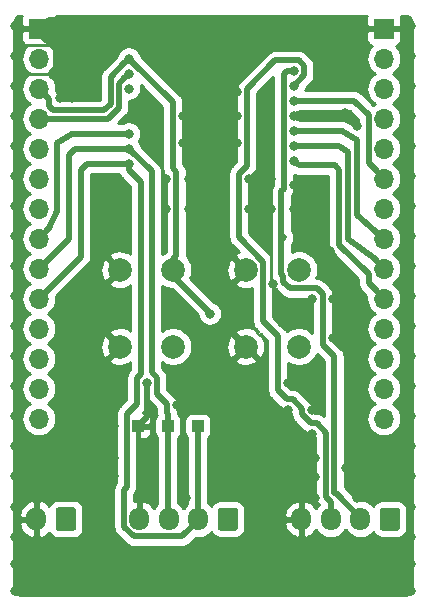
<source format=gbr>
G04 #@! TF.GenerationSoftware,KiCad,Pcbnew,(5.1.2)-1*
G04 #@! TF.CreationDate,2019-06-15T18:16:21+09:00*
G04 #@! TF.ProjectId,ESP32-breakout-THD,45535033-322d-4627-9265-616b6f75742d,rev?*
G04 #@! TF.SameCoordinates,Original*
G04 #@! TF.FileFunction,Copper,L2,Bot*
G04 #@! TF.FilePolarity,Positive*
%FSLAX46Y46*%
G04 Gerber Fmt 4.6, Leading zero omitted, Abs format (unit mm)*
G04 Created by KiCad (PCBNEW (5.1.2)-1) date 2019-06-15 18:16:21*
%MOMM*%
%LPD*%
G04 APERTURE LIST*
%ADD10R,1.000000X1.000000*%
%ADD11O,1.700000X1.700000*%
%ADD12R,1.700000X1.700000*%
%ADD13C,2.000000*%
%ADD14C,0.100000*%
%ADD15C,1.700000*%
%ADD16O,1.700000X2.000000*%
%ADD17O,1.700000X1.950000*%
%ADD18C,2.200000*%
%ADD19C,0.800000*%
%ADD20C,1.000000*%
%ADD21C,0.250000*%
%ADD22C,0.500000*%
%ADD23C,0.254000*%
G04 APERTURE END LIST*
D10*
X157988000Y-128905000D03*
X160528000Y-128905000D03*
X163068000Y-128905000D03*
D11*
X149606000Y-128270000D03*
X149606000Y-125730000D03*
X149606000Y-123190000D03*
X149606000Y-120650000D03*
X149606000Y-118110000D03*
X149606000Y-115570000D03*
X149606000Y-113030000D03*
X149606000Y-110490000D03*
X149606000Y-107950000D03*
X149606000Y-105410000D03*
X149606000Y-102870000D03*
X149606000Y-100330000D03*
X149606000Y-97790000D03*
D12*
X149606000Y-95250000D03*
D11*
X178816000Y-128270000D03*
X178816000Y-125730000D03*
X178816000Y-123190000D03*
X178816000Y-120650000D03*
X178816000Y-118110000D03*
X178816000Y-115570000D03*
X178816000Y-113030000D03*
X178816000Y-110490000D03*
X178816000Y-107950000D03*
X178816000Y-105410000D03*
X178816000Y-102870000D03*
X178816000Y-100330000D03*
X178816000Y-97790000D03*
D12*
X178816000Y-95250000D03*
D13*
X160964000Y-122174000D03*
X156464000Y-122174000D03*
X160964000Y-115674000D03*
X156464000Y-115674000D03*
X167132000Y-115674000D03*
X171632000Y-115674000D03*
X167132000Y-122174000D03*
X171632000Y-122174000D03*
D14*
G36*
X152516504Y-135780204D02*
G01*
X152540773Y-135783804D01*
X152564571Y-135789765D01*
X152587671Y-135798030D01*
X152609849Y-135808520D01*
X152630893Y-135821133D01*
X152650598Y-135835747D01*
X152668777Y-135852223D01*
X152685253Y-135870402D01*
X152699867Y-135890107D01*
X152712480Y-135911151D01*
X152722970Y-135933329D01*
X152731235Y-135956429D01*
X152737196Y-135980227D01*
X152740796Y-136004496D01*
X152742000Y-136029000D01*
X152742000Y-137529000D01*
X152740796Y-137553504D01*
X152737196Y-137577773D01*
X152731235Y-137601571D01*
X152722970Y-137624671D01*
X152712480Y-137646849D01*
X152699867Y-137667893D01*
X152685253Y-137687598D01*
X152668777Y-137705777D01*
X152650598Y-137722253D01*
X152630893Y-137736867D01*
X152609849Y-137749480D01*
X152587671Y-137759970D01*
X152564571Y-137768235D01*
X152540773Y-137774196D01*
X152516504Y-137777796D01*
X152492000Y-137779000D01*
X151292000Y-137779000D01*
X151267496Y-137777796D01*
X151243227Y-137774196D01*
X151219429Y-137768235D01*
X151196329Y-137759970D01*
X151174151Y-137749480D01*
X151153107Y-137736867D01*
X151133402Y-137722253D01*
X151115223Y-137705777D01*
X151098747Y-137687598D01*
X151084133Y-137667893D01*
X151071520Y-137646849D01*
X151061030Y-137624671D01*
X151052765Y-137601571D01*
X151046804Y-137577773D01*
X151043204Y-137553504D01*
X151042000Y-137529000D01*
X151042000Y-136029000D01*
X151043204Y-136004496D01*
X151046804Y-135980227D01*
X151052765Y-135956429D01*
X151061030Y-135933329D01*
X151071520Y-135911151D01*
X151084133Y-135890107D01*
X151098747Y-135870402D01*
X151115223Y-135852223D01*
X151133402Y-135835747D01*
X151153107Y-135821133D01*
X151174151Y-135808520D01*
X151196329Y-135798030D01*
X151219429Y-135789765D01*
X151243227Y-135783804D01*
X151267496Y-135780204D01*
X151292000Y-135779000D01*
X152492000Y-135779000D01*
X152516504Y-135780204D01*
X152516504Y-135780204D01*
G37*
D15*
X151892000Y-136779000D03*
D16*
X149392000Y-136779000D03*
D14*
G36*
X179948504Y-135805204D02*
G01*
X179972773Y-135808804D01*
X179996571Y-135814765D01*
X180019671Y-135823030D01*
X180041849Y-135833520D01*
X180062893Y-135846133D01*
X180082598Y-135860747D01*
X180100777Y-135877223D01*
X180117253Y-135895402D01*
X180131867Y-135915107D01*
X180144480Y-135936151D01*
X180154970Y-135958329D01*
X180163235Y-135981429D01*
X180169196Y-136005227D01*
X180172796Y-136029496D01*
X180174000Y-136054000D01*
X180174000Y-137504000D01*
X180172796Y-137528504D01*
X180169196Y-137552773D01*
X180163235Y-137576571D01*
X180154970Y-137599671D01*
X180144480Y-137621849D01*
X180131867Y-137642893D01*
X180117253Y-137662598D01*
X180100777Y-137680777D01*
X180082598Y-137697253D01*
X180062893Y-137711867D01*
X180041849Y-137724480D01*
X180019671Y-137734970D01*
X179996571Y-137743235D01*
X179972773Y-137749196D01*
X179948504Y-137752796D01*
X179924000Y-137754000D01*
X178724000Y-137754000D01*
X178699496Y-137752796D01*
X178675227Y-137749196D01*
X178651429Y-137743235D01*
X178628329Y-137734970D01*
X178606151Y-137724480D01*
X178585107Y-137711867D01*
X178565402Y-137697253D01*
X178547223Y-137680777D01*
X178530747Y-137662598D01*
X178516133Y-137642893D01*
X178503520Y-137621849D01*
X178493030Y-137599671D01*
X178484765Y-137576571D01*
X178478804Y-137552773D01*
X178475204Y-137528504D01*
X178474000Y-137504000D01*
X178474000Y-136054000D01*
X178475204Y-136029496D01*
X178478804Y-136005227D01*
X178484765Y-135981429D01*
X178493030Y-135958329D01*
X178503520Y-135936151D01*
X178516133Y-135915107D01*
X178530747Y-135895402D01*
X178547223Y-135877223D01*
X178565402Y-135860747D01*
X178585107Y-135846133D01*
X178606151Y-135833520D01*
X178628329Y-135823030D01*
X178651429Y-135814765D01*
X178675227Y-135808804D01*
X178699496Y-135805204D01*
X178724000Y-135804000D01*
X179924000Y-135804000D01*
X179948504Y-135805204D01*
X179948504Y-135805204D01*
G37*
D15*
X179324000Y-136779000D03*
D17*
X176824000Y-136779000D03*
X174324000Y-136779000D03*
X171824000Y-136779000D03*
D14*
G36*
X166232504Y-135805204D02*
G01*
X166256773Y-135808804D01*
X166280571Y-135814765D01*
X166303671Y-135823030D01*
X166325849Y-135833520D01*
X166346893Y-135846133D01*
X166366598Y-135860747D01*
X166384777Y-135877223D01*
X166401253Y-135895402D01*
X166415867Y-135915107D01*
X166428480Y-135936151D01*
X166438970Y-135958329D01*
X166447235Y-135981429D01*
X166453196Y-136005227D01*
X166456796Y-136029496D01*
X166458000Y-136054000D01*
X166458000Y-137504000D01*
X166456796Y-137528504D01*
X166453196Y-137552773D01*
X166447235Y-137576571D01*
X166438970Y-137599671D01*
X166428480Y-137621849D01*
X166415867Y-137642893D01*
X166401253Y-137662598D01*
X166384777Y-137680777D01*
X166366598Y-137697253D01*
X166346893Y-137711867D01*
X166325849Y-137724480D01*
X166303671Y-137734970D01*
X166280571Y-137743235D01*
X166256773Y-137749196D01*
X166232504Y-137752796D01*
X166208000Y-137754000D01*
X165008000Y-137754000D01*
X164983496Y-137752796D01*
X164959227Y-137749196D01*
X164935429Y-137743235D01*
X164912329Y-137734970D01*
X164890151Y-137724480D01*
X164869107Y-137711867D01*
X164849402Y-137697253D01*
X164831223Y-137680777D01*
X164814747Y-137662598D01*
X164800133Y-137642893D01*
X164787520Y-137621849D01*
X164777030Y-137599671D01*
X164768765Y-137576571D01*
X164762804Y-137552773D01*
X164759204Y-137528504D01*
X164758000Y-137504000D01*
X164758000Y-136054000D01*
X164759204Y-136029496D01*
X164762804Y-136005227D01*
X164768765Y-135981429D01*
X164777030Y-135958329D01*
X164787520Y-135936151D01*
X164800133Y-135915107D01*
X164814747Y-135895402D01*
X164831223Y-135877223D01*
X164849402Y-135860747D01*
X164869107Y-135846133D01*
X164890151Y-135833520D01*
X164912329Y-135823030D01*
X164935429Y-135814765D01*
X164959227Y-135808804D01*
X164983496Y-135805204D01*
X165008000Y-135804000D01*
X166208000Y-135804000D01*
X166232504Y-135805204D01*
X166232504Y-135805204D01*
G37*
D15*
X165608000Y-136779000D03*
D17*
X163108000Y-136779000D03*
X160608000Y-136779000D03*
X158108000Y-136779000D03*
D18*
X164084000Y-126111000D03*
D19*
X168656000Y-131572000D03*
D18*
X164084000Y-102743000D03*
D19*
X166370000Y-100584000D03*
X166370000Y-102616000D03*
X164846000Y-107950000D03*
X166370000Y-104902000D03*
X164846000Y-110490000D03*
X153924000Y-94742000D03*
X167386000Y-107950000D03*
X162306000Y-107950000D03*
X159766000Y-95250000D03*
X167386000Y-95250000D03*
X169926000Y-95250000D03*
X167386000Y-110490000D03*
X162306000Y-110490000D03*
X159766000Y-97790000D03*
X162306000Y-97790000D03*
X164846000Y-97790000D03*
X167386000Y-97790000D03*
X174498000Y-115824000D03*
X174498000Y-118110000D03*
X171958000Y-113411000D03*
X171196000Y-108458000D03*
X171196000Y-110490000D03*
X174498000Y-121412000D03*
X159766000Y-102616000D03*
X159766000Y-105410000D03*
X160401000Y-107950000D03*
X160401000Y-110490000D03*
X181102000Y-94996000D03*
X147574000Y-94996000D03*
X181102000Y-97536000D03*
X147574000Y-97536000D03*
X181102000Y-100076000D03*
X147574000Y-100076000D03*
X181102000Y-102616000D03*
X147574000Y-102616000D03*
X181102000Y-105156000D03*
X147574000Y-105156000D03*
X181102000Y-107696000D03*
X147574000Y-107696000D03*
X181102000Y-110236000D03*
X147574000Y-110236000D03*
X181102000Y-112776000D03*
X147574000Y-112776000D03*
X181102000Y-115316000D03*
X147574000Y-115316000D03*
X181102000Y-117856000D03*
X147574000Y-117856000D03*
X181102000Y-120396000D03*
X147574000Y-120396000D03*
X181102000Y-122936000D03*
X147574000Y-122936000D03*
X181102000Y-125476000D03*
X147574000Y-125476000D03*
X181102000Y-128016000D03*
X147574000Y-128016000D03*
X181102000Y-130556000D03*
X147574000Y-130556000D03*
X181102000Y-135763000D03*
X147574000Y-135763000D03*
X147574000Y-138303000D03*
X168402000Y-142875000D03*
X170942000Y-142875000D03*
X173482000Y-142875000D03*
X176022000Y-142875000D03*
X178562000Y-142875000D03*
X181102000Y-142875000D03*
X147574000Y-142875000D03*
X150114000Y-142875000D03*
X152654000Y-142875000D03*
X155194000Y-142875000D03*
X157734000Y-142875000D03*
X160274000Y-142875000D03*
X162814000Y-142875000D03*
X165354000Y-142875000D03*
X172212000Y-95250000D03*
X174752000Y-95250000D03*
X177292000Y-95250000D03*
X157226000Y-95250000D03*
X157226000Y-95250000D03*
X150876000Y-99060000D03*
X147574000Y-133096000D03*
X181102000Y-133096000D03*
X158242000Y-135001000D03*
X176276000Y-127508000D03*
X176530000Y-135001000D03*
X176276000Y-130048000D03*
X175641000Y-132461000D03*
X152400000Y-127508000D03*
X170434000Y-131572000D03*
X172974000Y-131572000D03*
X166624000Y-129540000D03*
X166624000Y-127508000D03*
X170688000Y-129540000D03*
X172720000Y-127508000D03*
X168656000Y-129540000D03*
X166624000Y-127508000D03*
X166878000Y-133731000D03*
X170434000Y-133731000D03*
X168910000Y-133731000D03*
X172974000Y-133223000D03*
X165100000Y-95250000D03*
X162560000Y-95250000D03*
X151638000Y-132715000D03*
X154940000Y-136144000D03*
X155956000Y-128905000D03*
X151638000Y-100076000D03*
X153416000Y-99568000D03*
X152400000Y-101092000D03*
X151384000Y-101092000D03*
X150876000Y-96266000D03*
X154940000Y-114046000D03*
X168656000Y-127508000D03*
X170688000Y-127508000D03*
X166624000Y-125222000D03*
X168656000Y-125222000D03*
X170688000Y-125222000D03*
X172720000Y-125222000D03*
X166624000Y-131572000D03*
X164084000Y-104902000D03*
X164084000Y-100584000D03*
X161798000Y-102616000D03*
X161798000Y-104902000D03*
X161798000Y-100584000D03*
X155956000Y-131572000D03*
X154432000Y-125222000D03*
X147574000Y-140589000D03*
X181102000Y-140589000D03*
X181102000Y-138303000D03*
X172720000Y-129540000D03*
X169291000Y-110490000D03*
X169291000Y-107950000D03*
X168910000Y-104902000D03*
X168910000Y-102616000D03*
X168910000Y-100584000D03*
X170180000Y-120142000D03*
X176276000Y-125222000D03*
X169418000Y-116840000D03*
X167132000Y-118872000D03*
X172720000Y-118110000D03*
X161290000Y-125222000D03*
X165862000Y-119888000D03*
X162052000Y-119888000D03*
X156464000Y-119126000D03*
X158750000Y-125222000D03*
X160782000Y-117602000D03*
X154686000Y-119126000D03*
X154432000Y-122936000D03*
X153670000Y-126492000D03*
X150622000Y-130429000D03*
X152908000Y-130810000D03*
X150622000Y-133223000D03*
X155956000Y-133096000D03*
X161925000Y-133223000D03*
X164338000Y-133096000D03*
X159258000Y-133096000D03*
X162052000Y-135001000D03*
X164592000Y-135001000D03*
X172974000Y-135001000D03*
X170942000Y-135001000D03*
X164338000Y-131572000D03*
X161798000Y-131191000D03*
X176022000Y-123444000D03*
X168910000Y-106553000D03*
X154432000Y-120904000D03*
X153035000Y-124206000D03*
X161290000Y-127127000D03*
X155956000Y-112903000D03*
X174244000Y-114046000D03*
X175514000Y-102362000D03*
X176530000Y-103505000D03*
X171196000Y-102616000D03*
X164084000Y-106680000D03*
X157226000Y-97790000D03*
X164084000Y-119380000D03*
X157226000Y-106680000D03*
X157226000Y-105410000D03*
X157226000Y-104140000D03*
X157226000Y-100330000D03*
X157226000Y-99060000D03*
X171196000Y-98806000D03*
X171196000Y-100076000D03*
X171196000Y-101346000D03*
X171196000Y-103886000D03*
X171196000Y-105156000D03*
X171196000Y-106426000D03*
D20*
X151275999Y-98660001D02*
X150876000Y-99060000D01*
X151275999Y-96919999D02*
X151275999Y-98660001D01*
X149606000Y-95250000D02*
X151275999Y-96919999D01*
D21*
X148590000Y-99060000D02*
X147574000Y-100076000D01*
X150876000Y-99060000D02*
X148590000Y-99060000D01*
X150970999Y-96614999D02*
X151275999Y-96919999D01*
X148495001Y-96614999D02*
X150970999Y-96614999D01*
X147574000Y-97536000D02*
X148495001Y-96614999D01*
D20*
X150529197Y-94742000D02*
X150033182Y-95238015D01*
X153924000Y-94742000D02*
X150529197Y-94742000D01*
X150001974Y-95534058D02*
X150022968Y-95285170D01*
X149972572Y-95558886D02*
X150001974Y-95534058D01*
X153416000Y-99568000D02*
X153416000Y-99002315D01*
X153416000Y-99002315D02*
X149972572Y-95558886D01*
X153416000Y-99568000D02*
X153416000Y-98044000D01*
X153416000Y-98044000D02*
X150876000Y-95504000D01*
D21*
X169291000Y-116713000D02*
X169418000Y-116840000D01*
X169291000Y-110490000D02*
X169291000Y-116713000D01*
D22*
X158750000Y-128143000D02*
X157988000Y-128905000D01*
X158750000Y-125222000D02*
X158750000Y-128143000D01*
X157226000Y-97790000D02*
X157226000Y-97801998D01*
X156826001Y-98189999D02*
X157226000Y-97790000D01*
X155675989Y-99340011D02*
X156826001Y-98189999D01*
X150455999Y-101179999D02*
X150455999Y-101795997D01*
X149606000Y-100330000D02*
X150455999Y-101179999D01*
X150455999Y-101795997D02*
X150829992Y-102169990D01*
X155132010Y-102169990D02*
X155675989Y-101626011D01*
X150829992Y-102169990D02*
X155132010Y-102169990D01*
X155675989Y-101626011D02*
X155675989Y-99340011D01*
X160964000Y-114767787D02*
X160964000Y-116182000D01*
X161251001Y-114480786D02*
X160964000Y-114767787D01*
X161251001Y-107403001D02*
X161251001Y-114480786D01*
X160947999Y-107099999D02*
X161251001Y-107403001D01*
X160947999Y-101511999D02*
X160947999Y-107099999D01*
X157226000Y-97790000D02*
X160947999Y-101511999D01*
X164084000Y-119302000D02*
X160964000Y-116182000D01*
X164084000Y-119380000D02*
X164084000Y-119302000D01*
X153162000Y-114554000D02*
X149606000Y-118110000D01*
X153162000Y-107188000D02*
X153162000Y-114554000D01*
X157226000Y-106680000D02*
X153670000Y-106680000D01*
X153670000Y-106680000D02*
X153162000Y-107188000D01*
X163322000Y-136565000D02*
X163108000Y-136779000D01*
X163108000Y-136904000D02*
X163108000Y-136779000D01*
X161758000Y-138254000D02*
X163108000Y-136904000D01*
X157619509Y-138254000D02*
X161758000Y-138254000D01*
X156807990Y-137442481D02*
X157619509Y-138254000D01*
X156807990Y-134288008D02*
X156807990Y-137442481D01*
X157899999Y-124813999D02*
X157899999Y-127001999D01*
X158242000Y-124471998D02*
X157899999Y-124813999D01*
X158242000Y-108261685D02*
X158242000Y-124471998D01*
X157226000Y-107245685D02*
X158242000Y-108261685D01*
X157226000Y-106680000D02*
X157226000Y-107245685D01*
X157037999Y-134057999D02*
X156807990Y-134288008D01*
X157037999Y-127863999D02*
X157037999Y-134057999D01*
X157899999Y-127001999D02*
X157037999Y-127863999D01*
X163068000Y-136739000D02*
X163108000Y-136779000D01*
X163068000Y-128905000D02*
X163068000Y-136739000D01*
X152146000Y-113030000D02*
X149606000Y-115570000D01*
X152146000Y-105918000D02*
X152146000Y-113030000D01*
X157226000Y-105410000D02*
X152654000Y-105410000D01*
X152654000Y-105410000D02*
X152146000Y-105918000D01*
X160782000Y-136605000D02*
X160608000Y-136779000D01*
X159158001Y-124371999D02*
X159600001Y-124813999D01*
X159158001Y-107353999D02*
X159158001Y-124371999D01*
X157226000Y-105421998D02*
X159158001Y-107353999D01*
X157226000Y-105410000D02*
X157226000Y-105421998D01*
X160528000Y-136699000D02*
X160608000Y-136779000D01*
X160528000Y-128905000D02*
X160528000Y-136699000D01*
X160528000Y-127905000D02*
X160528000Y-128905000D01*
X160439999Y-127816999D02*
X160528000Y-127905000D01*
X160439999Y-127038999D02*
X160439999Y-127816999D01*
X159600001Y-126199001D02*
X160439999Y-127038999D01*
X159600001Y-124813999D02*
X159600001Y-126199001D01*
X150455999Y-112180001D02*
X149606000Y-113030000D01*
X151130000Y-110720910D02*
X150455999Y-112180001D01*
X151130000Y-104902000D02*
X151130000Y-110720910D01*
X157226000Y-104140000D02*
X152400000Y-104140000D01*
X152400000Y-104140000D02*
X151130000Y-104902000D01*
X156826001Y-99459999D02*
X157226000Y-99060000D01*
X156375999Y-99910001D02*
X156826001Y-99459999D01*
X156375999Y-101942001D02*
X156375999Y-99910001D01*
X155448000Y-102870000D02*
X156375999Y-101942001D01*
X149606000Y-102870000D02*
X155448000Y-102870000D01*
X171196000Y-98806000D02*
X170630315Y-98806000D01*
X170630315Y-98806000D02*
X170345999Y-99090316D01*
X170345999Y-112941999D02*
X170181999Y-113105999D01*
X174608481Y-123004479D02*
X174608481Y-134565481D01*
X170141001Y-116050999D02*
X170268001Y-116177999D01*
X170141001Y-109004999D02*
X170141001Y-116050999D01*
X170345999Y-108800001D02*
X170141001Y-109004999D01*
X170345999Y-99090316D02*
X170345999Y-108800001D01*
X170268001Y-116177999D02*
X170268001Y-116674001D01*
X170853999Y-117259999D02*
X173139999Y-117259999D01*
X170268001Y-116674001D02*
X170853999Y-117259999D01*
X173647999Y-122043997D02*
X174608481Y-123004479D01*
X173647999Y-117767999D02*
X173647999Y-122043997D01*
X173139999Y-117259999D02*
X173647999Y-117767999D01*
X176824000Y-136654000D02*
X176824000Y-136779000D01*
X174735481Y-134565481D02*
X176824000Y-136654000D01*
X174608481Y-134565481D02*
X174735481Y-134565481D01*
X173908471Y-134888471D02*
X174324000Y-135304000D01*
X173908471Y-129470469D02*
X173908471Y-134888471D01*
X172643997Y-128689999D02*
X173128001Y-128689999D01*
X171869999Y-127916001D02*
X172643997Y-128689999D01*
X171096001Y-126657999D02*
X171869999Y-127431997D01*
X169633001Y-97955999D02*
X167220001Y-100368999D01*
X171604001Y-97955999D02*
X169633001Y-97955999D01*
X168567999Y-116177999D02*
X168567999Y-120053999D01*
X171869999Y-127431997D02*
X171869999Y-127916001D01*
X170599999Y-126657999D02*
X171096001Y-126657999D01*
X172046001Y-98397999D02*
X171604001Y-97955999D01*
X174324000Y-135304000D02*
X174324000Y-136779000D01*
X172046001Y-99225999D02*
X172046001Y-98397999D01*
X171196000Y-100076000D02*
X172046001Y-99225999D01*
X168582001Y-114977999D02*
X168582001Y-116163997D01*
X167220001Y-106857997D02*
X166535999Y-107541999D01*
X169837999Y-121323999D02*
X169837999Y-125895999D01*
X166535999Y-107541999D02*
X166535999Y-112931997D01*
X173128001Y-128689999D02*
X173908471Y-129470469D01*
X166535999Y-112931997D02*
X168582001Y-114977999D01*
X168582001Y-116163997D02*
X168567999Y-116177999D01*
X168567999Y-120053999D02*
X169837999Y-121323999D01*
X167220001Y-100368999D02*
X167220001Y-106857997D01*
X169837999Y-125895999D02*
X170599999Y-126657999D01*
X177966001Y-107100001D02*
X178816000Y-107950000D01*
X177515999Y-106649999D02*
X177966001Y-107100001D01*
X177515999Y-102585999D02*
X177515999Y-106649999D01*
X176276000Y-101346000D02*
X177515999Y-102585999D01*
X171196000Y-101346000D02*
X176276000Y-101346000D01*
X176530000Y-110998000D02*
X178816000Y-113030000D01*
X176530000Y-104648000D02*
X176530000Y-110998000D01*
X171196000Y-103886000D02*
X175260000Y-103886000D01*
X175260000Y-103886000D02*
X176530000Y-104648000D01*
X177966001Y-114720001D02*
X178816000Y-115570000D01*
X175768000Y-113030000D02*
X177966001Y-114720001D01*
X175768000Y-105664000D02*
X175768000Y-113030000D01*
X171196000Y-105156000D02*
X175006000Y-105156000D01*
X175006000Y-105156000D02*
X175768000Y-105664000D01*
X177966001Y-117260001D02*
X178816000Y-118110000D01*
X177515999Y-116809999D02*
X177966001Y-117260001D01*
X171196000Y-106426000D02*
X171595999Y-106825999D01*
X171595999Y-106825999D02*
X174643999Y-106825999D01*
X174643999Y-106825999D02*
X175006000Y-107188000D01*
X175006000Y-107188000D02*
X175006000Y-113549998D01*
X175006000Y-113549998D02*
X177515999Y-116059997D01*
X177515999Y-116059997D02*
X177515999Y-116809999D01*
D23*
G36*
X148130188Y-94275518D02*
G01*
X148117928Y-94400000D01*
X148121000Y-94964250D01*
X148279750Y-95123000D01*
X149479000Y-95123000D01*
X149479000Y-95103000D01*
X149733000Y-95103000D01*
X149733000Y-95123000D01*
X150932250Y-95123000D01*
X151091000Y-94964250D01*
X151094072Y-94400000D01*
X151081812Y-94275518D01*
X151045860Y-94157000D01*
X177376140Y-94157000D01*
X177340188Y-94275518D01*
X177327928Y-94400000D01*
X177331000Y-94964250D01*
X177489750Y-95123000D01*
X178689000Y-95123000D01*
X178689000Y-95103000D01*
X178943000Y-95103000D01*
X178943000Y-95123000D01*
X180142250Y-95123000D01*
X180301000Y-94964250D01*
X180304072Y-94400000D01*
X180291812Y-94275518D01*
X180255860Y-94157000D01*
X180560496Y-94157000D01*
X180706992Y-94171364D01*
X180815670Y-94204176D01*
X180915918Y-94257479D01*
X181003897Y-94329232D01*
X181076263Y-94416707D01*
X181130263Y-94516579D01*
X181163833Y-94625027D01*
X181179000Y-94769331D01*
X181179001Y-142587486D01*
X181164636Y-142733992D01*
X181131823Y-142842672D01*
X181078522Y-142942917D01*
X181006769Y-143030895D01*
X180919292Y-143103263D01*
X180819420Y-143157263D01*
X180710973Y-143190833D01*
X180566669Y-143206000D01*
X148115504Y-143206000D01*
X147969008Y-143191636D01*
X147860328Y-143158823D01*
X147760083Y-143105522D01*
X147672105Y-143033769D01*
X147599737Y-142946292D01*
X147545737Y-142846420D01*
X147512167Y-142737973D01*
X147497000Y-142593669D01*
X147497000Y-137138742D01*
X147920715Y-137138742D01*
X147989904Y-137421745D01*
X148112975Y-137685812D01*
X148285198Y-137920795D01*
X148499954Y-138117664D01*
X148748991Y-138268854D01*
X149022739Y-138368554D01*
X149035110Y-138370476D01*
X149265000Y-138249155D01*
X149265000Y-136906000D01*
X148064768Y-136906000D01*
X147920715Y-137138742D01*
X147497000Y-137138742D01*
X147497000Y-136419258D01*
X147920715Y-136419258D01*
X148064768Y-136652000D01*
X149265000Y-136652000D01*
X149265000Y-135308845D01*
X149519000Y-135308845D01*
X149519000Y-136652000D01*
X149539000Y-136652000D01*
X149539000Y-136906000D01*
X149519000Y-136906000D01*
X149519000Y-138249155D01*
X149748890Y-138370476D01*
X149761261Y-138368554D01*
X150035009Y-138268854D01*
X150284046Y-138117664D01*
X150498802Y-137920795D01*
X150499086Y-137920407D01*
X150553595Y-138022386D01*
X150664038Y-138156962D01*
X150798614Y-138267405D01*
X150952150Y-138349472D01*
X151118746Y-138400008D01*
X151292000Y-138417072D01*
X152492000Y-138417072D01*
X152665254Y-138400008D01*
X152831850Y-138349472D01*
X152985386Y-138267405D01*
X153119962Y-138156962D01*
X153230405Y-138022386D01*
X153312472Y-137868850D01*
X153363008Y-137702254D01*
X153380072Y-137529000D01*
X153380072Y-136029000D01*
X153363008Y-135855746D01*
X153312472Y-135689150D01*
X153230405Y-135535614D01*
X153119962Y-135401038D01*
X152985386Y-135290595D01*
X152831850Y-135208528D01*
X152665254Y-135157992D01*
X152492000Y-135140928D01*
X151292000Y-135140928D01*
X151118746Y-135157992D01*
X150952150Y-135208528D01*
X150798614Y-135290595D01*
X150664038Y-135401038D01*
X150553595Y-135535614D01*
X150499086Y-135637593D01*
X150498802Y-135637205D01*
X150284046Y-135440336D01*
X150035009Y-135289146D01*
X149761261Y-135189446D01*
X149748890Y-135187524D01*
X149519000Y-135308845D01*
X149265000Y-135308845D01*
X149035110Y-135187524D01*
X149022739Y-135189446D01*
X148748991Y-135289146D01*
X148499954Y-135440336D01*
X148285198Y-135637205D01*
X148112975Y-135872188D01*
X147989904Y-136136255D01*
X147920715Y-136419258D01*
X147497000Y-136419258D01*
X147497000Y-97790000D01*
X148113815Y-97790000D01*
X148142487Y-98081111D01*
X148227401Y-98361034D01*
X148365294Y-98619014D01*
X148550866Y-98845134D01*
X148776986Y-99030706D01*
X148831791Y-99060000D01*
X148776986Y-99089294D01*
X148550866Y-99274866D01*
X148365294Y-99500986D01*
X148227401Y-99758966D01*
X148142487Y-100038889D01*
X148113815Y-100330000D01*
X148142487Y-100621111D01*
X148227401Y-100901034D01*
X148365294Y-101159014D01*
X148550866Y-101385134D01*
X148776986Y-101570706D01*
X148831791Y-101600000D01*
X148776986Y-101629294D01*
X148550866Y-101814866D01*
X148365294Y-102040986D01*
X148227401Y-102298966D01*
X148142487Y-102578889D01*
X148113815Y-102870000D01*
X148142487Y-103161111D01*
X148227401Y-103441034D01*
X148365294Y-103699014D01*
X148550866Y-103925134D01*
X148776986Y-104110706D01*
X148831791Y-104140000D01*
X148776986Y-104169294D01*
X148550866Y-104354866D01*
X148365294Y-104580986D01*
X148227401Y-104838966D01*
X148142487Y-105118889D01*
X148113815Y-105410000D01*
X148142487Y-105701111D01*
X148227401Y-105981034D01*
X148365294Y-106239014D01*
X148550866Y-106465134D01*
X148776986Y-106650706D01*
X148831791Y-106680000D01*
X148776986Y-106709294D01*
X148550866Y-106894866D01*
X148365294Y-107120986D01*
X148227401Y-107378966D01*
X148142487Y-107658889D01*
X148113815Y-107950000D01*
X148142487Y-108241111D01*
X148227401Y-108521034D01*
X148365294Y-108779014D01*
X148550866Y-109005134D01*
X148776986Y-109190706D01*
X148831791Y-109220000D01*
X148776986Y-109249294D01*
X148550866Y-109434866D01*
X148365294Y-109660986D01*
X148227401Y-109918966D01*
X148142487Y-110198889D01*
X148113815Y-110490000D01*
X148142487Y-110781111D01*
X148227401Y-111061034D01*
X148365294Y-111319014D01*
X148550866Y-111545134D01*
X148776986Y-111730706D01*
X148831791Y-111760000D01*
X148776986Y-111789294D01*
X148550866Y-111974866D01*
X148365294Y-112200986D01*
X148227401Y-112458966D01*
X148142487Y-112738889D01*
X148113815Y-113030000D01*
X148142487Y-113321111D01*
X148227401Y-113601034D01*
X148365294Y-113859014D01*
X148550866Y-114085134D01*
X148776986Y-114270706D01*
X148831791Y-114300000D01*
X148776986Y-114329294D01*
X148550866Y-114514866D01*
X148365294Y-114740986D01*
X148227401Y-114998966D01*
X148142487Y-115278889D01*
X148113815Y-115570000D01*
X148142487Y-115861111D01*
X148227401Y-116141034D01*
X148365294Y-116399014D01*
X148550866Y-116625134D01*
X148776986Y-116810706D01*
X148831791Y-116840000D01*
X148776986Y-116869294D01*
X148550866Y-117054866D01*
X148365294Y-117280986D01*
X148227401Y-117538966D01*
X148142487Y-117818889D01*
X148113815Y-118110000D01*
X148142487Y-118401111D01*
X148227401Y-118681034D01*
X148365294Y-118939014D01*
X148550866Y-119165134D01*
X148776986Y-119350706D01*
X148831791Y-119380000D01*
X148776986Y-119409294D01*
X148550866Y-119594866D01*
X148365294Y-119820986D01*
X148227401Y-120078966D01*
X148142487Y-120358889D01*
X148113815Y-120650000D01*
X148142487Y-120941111D01*
X148227401Y-121221034D01*
X148365294Y-121479014D01*
X148550866Y-121705134D01*
X148776986Y-121890706D01*
X148831791Y-121920000D01*
X148776986Y-121949294D01*
X148550866Y-122134866D01*
X148365294Y-122360986D01*
X148227401Y-122618966D01*
X148142487Y-122898889D01*
X148113815Y-123190000D01*
X148142487Y-123481111D01*
X148227401Y-123761034D01*
X148365294Y-124019014D01*
X148550866Y-124245134D01*
X148776986Y-124430706D01*
X148831791Y-124460000D01*
X148776986Y-124489294D01*
X148550866Y-124674866D01*
X148365294Y-124900986D01*
X148227401Y-125158966D01*
X148142487Y-125438889D01*
X148113815Y-125730000D01*
X148142487Y-126021111D01*
X148227401Y-126301034D01*
X148365294Y-126559014D01*
X148550866Y-126785134D01*
X148776986Y-126970706D01*
X148831791Y-127000000D01*
X148776986Y-127029294D01*
X148550866Y-127214866D01*
X148365294Y-127440986D01*
X148227401Y-127698966D01*
X148142487Y-127978889D01*
X148113815Y-128270000D01*
X148142487Y-128561111D01*
X148227401Y-128841034D01*
X148365294Y-129099014D01*
X148550866Y-129325134D01*
X148776986Y-129510706D01*
X149034966Y-129648599D01*
X149314889Y-129733513D01*
X149533050Y-129755000D01*
X149678950Y-129755000D01*
X149897111Y-129733513D01*
X150177034Y-129648599D01*
X150435014Y-129510706D01*
X150661134Y-129325134D01*
X150846706Y-129099014D01*
X150984599Y-128841034D01*
X151069513Y-128561111D01*
X151098185Y-128270000D01*
X151069513Y-127978889D01*
X150984599Y-127698966D01*
X150846706Y-127440986D01*
X150661134Y-127214866D01*
X150435014Y-127029294D01*
X150380209Y-127000000D01*
X150435014Y-126970706D01*
X150661134Y-126785134D01*
X150846706Y-126559014D01*
X150984599Y-126301034D01*
X151069513Y-126021111D01*
X151098185Y-125730000D01*
X151069513Y-125438889D01*
X150984599Y-125158966D01*
X150846706Y-124900986D01*
X150661134Y-124674866D01*
X150435014Y-124489294D01*
X150380209Y-124460000D01*
X150435014Y-124430706D01*
X150661134Y-124245134D01*
X150846706Y-124019014D01*
X150984599Y-123761034D01*
X151069513Y-123481111D01*
X151098185Y-123190000D01*
X151069513Y-122898889D01*
X150984599Y-122618966D01*
X150846706Y-122360986D01*
X150744621Y-122236595D01*
X154822282Y-122236595D01*
X154866039Y-122555675D01*
X154971205Y-122860088D01*
X155064186Y-123034044D01*
X155328587Y-123129808D01*
X156284395Y-122174000D01*
X155328587Y-121218192D01*
X155064186Y-121313956D01*
X154923296Y-121603571D01*
X154841616Y-121915108D01*
X154822282Y-122236595D01*
X150744621Y-122236595D01*
X150661134Y-122134866D01*
X150435014Y-121949294D01*
X150380209Y-121920000D01*
X150435014Y-121890706D01*
X150661134Y-121705134D01*
X150846706Y-121479014D01*
X150984599Y-121221034D01*
X151069513Y-120941111D01*
X151098185Y-120650000D01*
X151069513Y-120358889D01*
X150984599Y-120078966D01*
X150846706Y-119820986D01*
X150661134Y-119594866D01*
X150435014Y-119409294D01*
X150380209Y-119380000D01*
X150435014Y-119350706D01*
X150661134Y-119165134D01*
X150846706Y-118939014D01*
X150984599Y-118681034D01*
X151069513Y-118401111D01*
X151098185Y-118110000D01*
X151076612Y-117890966D01*
X153230983Y-115736595D01*
X154822282Y-115736595D01*
X154866039Y-116055675D01*
X154971205Y-116360088D01*
X155064186Y-116534044D01*
X155328587Y-116629808D01*
X156284395Y-115674000D01*
X155328587Y-114718192D01*
X155064186Y-114813956D01*
X154923296Y-115103571D01*
X154841616Y-115415108D01*
X154822282Y-115736595D01*
X153230983Y-115736595D01*
X153757049Y-115210530D01*
X153790817Y-115182817D01*
X153901411Y-115048059D01*
X153983589Y-114894313D01*
X154034195Y-114727490D01*
X154047000Y-114597477D01*
X154047000Y-114597467D01*
X154051281Y-114554001D01*
X154047000Y-114510535D01*
X154047000Y-107565000D01*
X156398041Y-107565000D01*
X156404411Y-107585998D01*
X156480749Y-107728816D01*
X156486590Y-107739744D01*
X156569468Y-107840731D01*
X156569471Y-107840734D01*
X156597184Y-107874502D01*
X156630951Y-107902214D01*
X157357000Y-108628264D01*
X157357000Y-114365177D01*
X157324044Y-114274186D01*
X157034429Y-114133296D01*
X156722892Y-114051616D01*
X156401405Y-114032282D01*
X156082325Y-114076039D01*
X155777912Y-114181205D01*
X155603956Y-114274186D01*
X155508192Y-114538587D01*
X156464000Y-115494395D01*
X156478143Y-115480253D01*
X156657748Y-115659858D01*
X156643605Y-115674000D01*
X156657748Y-115688143D01*
X156478143Y-115867748D01*
X156464000Y-115853605D01*
X155508192Y-116809413D01*
X155603956Y-117073814D01*
X155893571Y-117214704D01*
X156205108Y-117296384D01*
X156526595Y-117315718D01*
X156845675Y-117271961D01*
X157150088Y-117166795D01*
X157324044Y-117073814D01*
X157357001Y-116982822D01*
X157357001Y-120865178D01*
X157324044Y-120774186D01*
X157034429Y-120633296D01*
X156722892Y-120551616D01*
X156401405Y-120532282D01*
X156082325Y-120576039D01*
X155777912Y-120681205D01*
X155603956Y-120774186D01*
X155508192Y-121038587D01*
X156464000Y-121994395D01*
X156478143Y-121980253D01*
X156657748Y-122159858D01*
X156643605Y-122174000D01*
X156657748Y-122188143D01*
X156478143Y-122367748D01*
X156464000Y-122353605D01*
X155508192Y-123309413D01*
X155603956Y-123573814D01*
X155893571Y-123714704D01*
X156205108Y-123796384D01*
X156526595Y-123815718D01*
X156845675Y-123771961D01*
X157150088Y-123666795D01*
X157324044Y-123573814D01*
X157357001Y-123482821D01*
X157357001Y-124105419D01*
X157304955Y-124157465D01*
X157271182Y-124185182D01*
X157160588Y-124319941D01*
X157078410Y-124473687D01*
X157073676Y-124489294D01*
X157027805Y-124640508D01*
X157027804Y-124640510D01*
X157014999Y-124770523D01*
X157014999Y-124770530D01*
X157010718Y-124813999D01*
X157014999Y-124857468D01*
X157015000Y-126635419D01*
X156442955Y-127207465D01*
X156409182Y-127235182D01*
X156298588Y-127369941D01*
X156216410Y-127523687D01*
X156165804Y-127690510D01*
X156152999Y-127820523D01*
X156152999Y-127820530D01*
X156148718Y-127863999D01*
X156152999Y-127907468D01*
X156153000Y-133691083D01*
X156068579Y-133793950D01*
X155986401Y-133947696D01*
X155965597Y-134016276D01*
X155939752Y-134101476D01*
X155935795Y-134114519D01*
X155922990Y-134244532D01*
X155922990Y-134244539D01*
X155918709Y-134288008D01*
X155922990Y-134331477D01*
X155922991Y-137399002D01*
X155918709Y-137442481D01*
X155935795Y-137615971D01*
X155986402Y-137782794D01*
X156068580Y-137936540D01*
X156151458Y-138037527D01*
X156151461Y-138037530D01*
X156179174Y-138071298D01*
X156212941Y-138099010D01*
X156962979Y-138849049D01*
X156990692Y-138882817D01*
X157024460Y-138910530D01*
X157024462Y-138910532D01*
X157095961Y-138969210D01*
X157125450Y-138993411D01*
X157279196Y-139075589D01*
X157446019Y-139126195D01*
X157576032Y-139139000D01*
X157576042Y-139139000D01*
X157619508Y-139143281D01*
X157662974Y-139139000D01*
X161714531Y-139139000D01*
X161758000Y-139143281D01*
X161801469Y-139139000D01*
X161801477Y-139139000D01*
X161931490Y-139126195D01*
X162098313Y-139075589D01*
X162252059Y-138993411D01*
X162386817Y-138882817D01*
X162414534Y-138849044D01*
X162888966Y-138374612D01*
X163108000Y-138396185D01*
X163399110Y-138367513D01*
X163679033Y-138282599D01*
X163937013Y-138144706D01*
X164163134Y-137959134D01*
X164215223Y-137895663D01*
X164269595Y-137997386D01*
X164380038Y-138131962D01*
X164514614Y-138242405D01*
X164668150Y-138324472D01*
X164834746Y-138375008D01*
X165008000Y-138392072D01*
X166208000Y-138392072D01*
X166381254Y-138375008D01*
X166547850Y-138324472D01*
X166701386Y-138242405D01*
X166835962Y-138131962D01*
X166946405Y-137997386D01*
X167028472Y-137843850D01*
X167079008Y-137677254D01*
X167096072Y-137504000D01*
X167096072Y-137138267D01*
X170357680Y-137138267D01*
X170431558Y-137419830D01*
X170558947Y-137681570D01*
X170734951Y-137913429D01*
X170952807Y-138106496D01*
X171204142Y-138253352D01*
X171467110Y-138345476D01*
X171697000Y-138224155D01*
X171697000Y-136906000D01*
X170497835Y-136906000D01*
X170357680Y-137138267D01*
X167096072Y-137138267D01*
X167096072Y-136419733D01*
X170357680Y-136419733D01*
X170497835Y-136652000D01*
X171697000Y-136652000D01*
X171697000Y-135333845D01*
X171467110Y-135212524D01*
X171204142Y-135304648D01*
X170952807Y-135451504D01*
X170734951Y-135644571D01*
X170558947Y-135876430D01*
X170431558Y-136138170D01*
X170357680Y-136419733D01*
X167096072Y-136419733D01*
X167096072Y-136054000D01*
X167079008Y-135880746D01*
X167028472Y-135714150D01*
X166946405Y-135560614D01*
X166835962Y-135426038D01*
X166701386Y-135315595D01*
X166547850Y-135233528D01*
X166381254Y-135182992D01*
X166208000Y-135165928D01*
X165008000Y-135165928D01*
X164834746Y-135182992D01*
X164668150Y-135233528D01*
X164514614Y-135315595D01*
X164380038Y-135426038D01*
X164269595Y-135560614D01*
X164215223Y-135662337D01*
X164163134Y-135598866D01*
X163953000Y-135426413D01*
X163953000Y-129910501D01*
X164019185Y-129856185D01*
X164098537Y-129759494D01*
X164157502Y-129649180D01*
X164193812Y-129529482D01*
X164206072Y-129405000D01*
X164206072Y-128405000D01*
X164193812Y-128280518D01*
X164157502Y-128160820D01*
X164098537Y-128050506D01*
X164019185Y-127953815D01*
X163922494Y-127874463D01*
X163812180Y-127815498D01*
X163692482Y-127779188D01*
X163568000Y-127766928D01*
X162568000Y-127766928D01*
X162443518Y-127779188D01*
X162323820Y-127815498D01*
X162213506Y-127874463D01*
X162116815Y-127953815D01*
X162037463Y-128050506D01*
X161978498Y-128160820D01*
X161942188Y-128280518D01*
X161929928Y-128405000D01*
X161929928Y-129405000D01*
X161942188Y-129529482D01*
X161978498Y-129649180D01*
X162037463Y-129759494D01*
X162116815Y-129856185D01*
X162183000Y-129910502D01*
X162183001Y-135492068D01*
X162052866Y-135598866D01*
X161867294Y-135824986D01*
X161858000Y-135842374D01*
X161848706Y-135824986D01*
X161663134Y-135598866D01*
X161437014Y-135413294D01*
X161413000Y-135400458D01*
X161413000Y-129910501D01*
X161479185Y-129856185D01*
X161558537Y-129759494D01*
X161617502Y-129649180D01*
X161653812Y-129529482D01*
X161666072Y-129405000D01*
X161666072Y-128405000D01*
X161653812Y-128280518D01*
X161617502Y-128160820D01*
X161558537Y-128050506D01*
X161479185Y-127953815D01*
X161417068Y-127902837D01*
X161413000Y-127861533D01*
X161413000Y-127861523D01*
X161400195Y-127731510D01*
X161349589Y-127564687D01*
X161324999Y-127518682D01*
X161324999Y-127082468D01*
X161329280Y-127038999D01*
X161324999Y-126995530D01*
X161324999Y-126995522D01*
X161312194Y-126865509D01*
X161294290Y-126806487D01*
X161261588Y-126698685D01*
X161179410Y-126544940D01*
X161096531Y-126443952D01*
X161096529Y-126443950D01*
X161068816Y-126410182D01*
X161035049Y-126382470D01*
X160485001Y-125832423D01*
X160485001Y-124857464D01*
X160489282Y-124813998D01*
X160485001Y-124770532D01*
X160485001Y-124770522D01*
X160472196Y-124640509D01*
X160421590Y-124473686D01*
X160339412Y-124319940D01*
X160228818Y-124185182D01*
X160195046Y-124157466D01*
X160043001Y-124005421D01*
X160043001Y-123525006D01*
X160189537Y-123622918D01*
X160487088Y-123746168D01*
X160802967Y-123809000D01*
X161125033Y-123809000D01*
X161440912Y-123746168D01*
X161738463Y-123622918D01*
X162006252Y-123443987D01*
X162140826Y-123309413D01*
X166176192Y-123309413D01*
X166271956Y-123573814D01*
X166561571Y-123714704D01*
X166873108Y-123796384D01*
X167194595Y-123815718D01*
X167513675Y-123771961D01*
X167818088Y-123666795D01*
X167992044Y-123573814D01*
X168087808Y-123309413D01*
X167132000Y-122353605D01*
X166176192Y-123309413D01*
X162140826Y-123309413D01*
X162233987Y-123216252D01*
X162412918Y-122948463D01*
X162536168Y-122650912D01*
X162599000Y-122335033D01*
X162599000Y-122236595D01*
X165490282Y-122236595D01*
X165534039Y-122555675D01*
X165639205Y-122860088D01*
X165732186Y-123034044D01*
X165996587Y-123129808D01*
X166952395Y-122174000D01*
X165996587Y-121218192D01*
X165732186Y-121313956D01*
X165591296Y-121603571D01*
X165509616Y-121915108D01*
X165490282Y-122236595D01*
X162599000Y-122236595D01*
X162599000Y-122012967D01*
X162536168Y-121697088D01*
X162412918Y-121399537D01*
X162233987Y-121131748D01*
X162006252Y-120904013D01*
X161738463Y-120725082D01*
X161440912Y-120601832D01*
X161125033Y-120539000D01*
X160802967Y-120539000D01*
X160487088Y-120601832D01*
X160189537Y-120725082D01*
X160043001Y-120822994D01*
X160043001Y-117025006D01*
X160189537Y-117122918D01*
X160487088Y-117246168D01*
X160802967Y-117309000D01*
X160839422Y-117309000D01*
X163058098Y-119527677D01*
X163088774Y-119681898D01*
X163166795Y-119870256D01*
X163280063Y-120039774D01*
X163424226Y-120183937D01*
X163593744Y-120297205D01*
X163782102Y-120375226D01*
X163982061Y-120415000D01*
X164185939Y-120415000D01*
X164385898Y-120375226D01*
X164574256Y-120297205D01*
X164743774Y-120183937D01*
X164887937Y-120039774D01*
X165001205Y-119870256D01*
X165079226Y-119681898D01*
X165119000Y-119481939D01*
X165119000Y-119278061D01*
X165079226Y-119078102D01*
X165001205Y-118889744D01*
X164887937Y-118720226D01*
X164743774Y-118576063D01*
X164574256Y-118462795D01*
X164441302Y-118407723D01*
X162433164Y-116399586D01*
X162536168Y-116150912D01*
X162599000Y-115835033D01*
X162599000Y-115736595D01*
X165490282Y-115736595D01*
X165534039Y-116055675D01*
X165639205Y-116360088D01*
X165732186Y-116534044D01*
X165996587Y-116629808D01*
X166952395Y-115674000D01*
X165996587Y-114718192D01*
X165732186Y-114813956D01*
X165591296Y-115103571D01*
X165509616Y-115415108D01*
X165490282Y-115736595D01*
X162599000Y-115736595D01*
X162599000Y-115512967D01*
X162536168Y-115197088D01*
X162412918Y-114899537D01*
X162233987Y-114631748D01*
X162135149Y-114532910D01*
X162136001Y-114524263D01*
X162136001Y-114524255D01*
X162140282Y-114480786D01*
X162136001Y-114437317D01*
X162136001Y-107541999D01*
X165646718Y-107541999D01*
X165650999Y-107585468D01*
X165651000Y-112888518D01*
X165646718Y-112931997D01*
X165663804Y-113105487D01*
X165714411Y-113272310D01*
X165796589Y-113426056D01*
X165879467Y-113527043D01*
X165879470Y-113527046D01*
X165907183Y-113560814D01*
X165940950Y-113588526D01*
X166511106Y-114158682D01*
X166445912Y-114181205D01*
X166271956Y-114274186D01*
X166176192Y-114538587D01*
X167132000Y-115494395D01*
X167146143Y-115480253D01*
X167325748Y-115659858D01*
X167311605Y-115674000D01*
X167325748Y-115688143D01*
X167146143Y-115867748D01*
X167132000Y-115853605D01*
X166176192Y-116809413D01*
X166271956Y-117073814D01*
X166561571Y-117214704D01*
X166873108Y-117296384D01*
X167194595Y-117315718D01*
X167513675Y-117271961D01*
X167682999Y-117213464D01*
X167683000Y-120010520D01*
X167678718Y-120053999D01*
X167695804Y-120227489D01*
X167746411Y-120394312D01*
X167828589Y-120548058D01*
X167911467Y-120649045D01*
X167911470Y-120649048D01*
X167939183Y-120682816D01*
X167972950Y-120710528D01*
X168194407Y-120931985D01*
X168087807Y-121038585D01*
X167992044Y-120774186D01*
X167702429Y-120633296D01*
X167390892Y-120551616D01*
X167069405Y-120532282D01*
X166750325Y-120576039D01*
X166445912Y-120681205D01*
X166271956Y-120774186D01*
X166176192Y-121038587D01*
X167132000Y-121994395D01*
X167146143Y-121980253D01*
X167325748Y-122159858D01*
X167311605Y-122174000D01*
X168267413Y-123129808D01*
X168531814Y-123034044D01*
X168672704Y-122744429D01*
X168754384Y-122432892D01*
X168773718Y-122111405D01*
X168729961Y-121792325D01*
X168624795Y-121487912D01*
X168531814Y-121313956D01*
X168267415Y-121218193D01*
X168374015Y-121111593D01*
X168952999Y-121690578D01*
X168953000Y-125852520D01*
X168948718Y-125895999D01*
X168965804Y-126069489D01*
X169016411Y-126236312D01*
X169098589Y-126390058D01*
X169181467Y-126491045D01*
X169181470Y-126491048D01*
X169209183Y-126524816D01*
X169242950Y-126552528D01*
X169943469Y-127253048D01*
X169971182Y-127286816D01*
X170004950Y-127314529D01*
X170004952Y-127314531D01*
X170072468Y-127369940D01*
X170105940Y-127397410D01*
X170259686Y-127479588D01*
X170426509Y-127530194D01*
X170556522Y-127542999D01*
X170556530Y-127542999D01*
X170599999Y-127547280D01*
X170643468Y-127542999D01*
X170729423Y-127542999D01*
X170984999Y-127798576D01*
X170984999Y-127872532D01*
X170980718Y-127916001D01*
X170984999Y-127959470D01*
X170984999Y-127959478D01*
X170997804Y-128089491D01*
X171048410Y-128256314D01*
X171124708Y-128399058D01*
X171130589Y-128410060D01*
X171213467Y-128511047D01*
X171213470Y-128511050D01*
X171241183Y-128544818D01*
X171274950Y-128572530D01*
X171987467Y-129285048D01*
X172015180Y-129318816D01*
X172048948Y-129346529D01*
X172048950Y-129346531D01*
X172120195Y-129405000D01*
X172149938Y-129429410D01*
X172303684Y-129511588D01*
X172470507Y-129562194D01*
X172600520Y-129574999D01*
X172600530Y-129574999D01*
X172643996Y-129579280D01*
X172687462Y-129574999D01*
X172761423Y-129574999D01*
X173023471Y-129837048D01*
X173023472Y-134844992D01*
X173019190Y-134888471D01*
X173036276Y-135061961D01*
X173086883Y-135228784D01*
X173169061Y-135382530D01*
X173251939Y-135483517D01*
X173251942Y-135483520D01*
X173279655Y-135517288D01*
X173313423Y-135545001D01*
X173322924Y-135554502D01*
X173268866Y-135598866D01*
X173083294Y-135824986D01*
X173069538Y-135850722D01*
X172913049Y-135644571D01*
X172695193Y-135451504D01*
X172443858Y-135304648D01*
X172180890Y-135212524D01*
X171951000Y-135333845D01*
X171951000Y-136652000D01*
X171971000Y-136652000D01*
X171971000Y-136906000D01*
X171951000Y-136906000D01*
X171951000Y-138224155D01*
X172180890Y-138345476D01*
X172443858Y-138253352D01*
X172695193Y-138106496D01*
X172913049Y-137913429D01*
X173069538Y-137707278D01*
X173083294Y-137733013D01*
X173268866Y-137959134D01*
X173494986Y-138144706D01*
X173752966Y-138282599D01*
X174032889Y-138367513D01*
X174324000Y-138396185D01*
X174615110Y-138367513D01*
X174895033Y-138282599D01*
X175153013Y-138144706D01*
X175379134Y-137959134D01*
X175564706Y-137733014D01*
X175574000Y-137715626D01*
X175583294Y-137733013D01*
X175768866Y-137959134D01*
X175994986Y-138144706D01*
X176252966Y-138282599D01*
X176532889Y-138367513D01*
X176824000Y-138396185D01*
X177115110Y-138367513D01*
X177395033Y-138282599D01*
X177653013Y-138144706D01*
X177879134Y-137959134D01*
X177931223Y-137895663D01*
X177985595Y-137997386D01*
X178096038Y-138131962D01*
X178230614Y-138242405D01*
X178384150Y-138324472D01*
X178550746Y-138375008D01*
X178724000Y-138392072D01*
X179924000Y-138392072D01*
X180097254Y-138375008D01*
X180263850Y-138324472D01*
X180417386Y-138242405D01*
X180551962Y-138131962D01*
X180662405Y-137997386D01*
X180744472Y-137843850D01*
X180795008Y-137677254D01*
X180812072Y-137504000D01*
X180812072Y-136054000D01*
X180795008Y-135880746D01*
X180744472Y-135714150D01*
X180662405Y-135560614D01*
X180551962Y-135426038D01*
X180417386Y-135315595D01*
X180263850Y-135233528D01*
X180097254Y-135182992D01*
X179924000Y-135165928D01*
X178724000Y-135165928D01*
X178550746Y-135182992D01*
X178384150Y-135233528D01*
X178230614Y-135315595D01*
X178096038Y-135426038D01*
X177985595Y-135560614D01*
X177931223Y-135662337D01*
X177879134Y-135598866D01*
X177653014Y-135413294D01*
X177395034Y-135275401D01*
X177115111Y-135190487D01*
X176824000Y-135161815D01*
X176604967Y-135183388D01*
X175493481Y-134071903D01*
X175493481Y-123047948D01*
X175497762Y-123004479D01*
X175493481Y-122961010D01*
X175493481Y-122961002D01*
X175480676Y-122830989D01*
X175454418Y-122744429D01*
X175430070Y-122664165D01*
X175347892Y-122510420D01*
X175265013Y-122409432D01*
X175265011Y-122409430D01*
X175237298Y-122375662D01*
X175203531Y-122347950D01*
X174532999Y-121677419D01*
X174532999Y-117811464D01*
X174537280Y-117767998D01*
X174532999Y-117724532D01*
X174532999Y-117724522D01*
X174520194Y-117594509D01*
X174469588Y-117427686D01*
X174387410Y-117273940D01*
X174276816Y-117139182D01*
X174243044Y-117111466D01*
X173796531Y-116664953D01*
X173768816Y-116631182D01*
X173634058Y-116520588D01*
X173480312Y-116438410D01*
X173313489Y-116387804D01*
X173183476Y-116374999D01*
X173183468Y-116374999D01*
X173139999Y-116370718D01*
X173111978Y-116373478D01*
X173204168Y-116150912D01*
X173267000Y-115835033D01*
X173267000Y-115512967D01*
X173204168Y-115197088D01*
X173080918Y-114899537D01*
X172901987Y-114631748D01*
X172674252Y-114404013D01*
X172406463Y-114225082D01*
X172108912Y-114101832D01*
X171793033Y-114039000D01*
X171470967Y-114039000D01*
X171155088Y-114101832D01*
X171026001Y-114155302D01*
X171026001Y-113508447D01*
X171085409Y-113436058D01*
X171167587Y-113282312D01*
X171218193Y-113115489D01*
X171235280Y-112942000D01*
X171218193Y-112768509D01*
X171167587Y-112601686D01*
X171085409Y-112447940D01*
X171026001Y-112375551D01*
X171026001Y-109366449D01*
X171085410Y-109294060D01*
X171167588Y-109140314D01*
X171218194Y-108973491D01*
X171230999Y-108843478D01*
X171230999Y-108843470D01*
X171235280Y-108800001D01*
X171230999Y-108756532D01*
X171230999Y-107634393D01*
X171255686Y-107647588D01*
X171422509Y-107698194D01*
X171552522Y-107710999D01*
X171552532Y-107710999D01*
X171595998Y-107715280D01*
X171639465Y-107710999D01*
X174121000Y-107710999D01*
X174121001Y-113506519D01*
X174116719Y-113549998D01*
X174133805Y-113723488D01*
X174184412Y-113890311D01*
X174266590Y-114044057D01*
X174349468Y-114145044D01*
X174349471Y-114145047D01*
X174377184Y-114178815D01*
X174410951Y-114206527D01*
X176630999Y-116426576D01*
X176630999Y-116766530D01*
X176626718Y-116809999D01*
X176630999Y-116853468D01*
X176630999Y-116853476D01*
X176640152Y-116946410D01*
X176643804Y-116983489D01*
X176694411Y-117150312D01*
X176776589Y-117304058D01*
X176859467Y-117405045D01*
X176859470Y-117405048D01*
X176887183Y-117438816D01*
X176920951Y-117466529D01*
X177345388Y-117890966D01*
X177323815Y-118110000D01*
X177352487Y-118401111D01*
X177437401Y-118681034D01*
X177575294Y-118939014D01*
X177760866Y-119165134D01*
X177986986Y-119350706D01*
X178041791Y-119380000D01*
X177986986Y-119409294D01*
X177760866Y-119594866D01*
X177575294Y-119820986D01*
X177437401Y-120078966D01*
X177352487Y-120358889D01*
X177323815Y-120650000D01*
X177352487Y-120941111D01*
X177437401Y-121221034D01*
X177575294Y-121479014D01*
X177760866Y-121705134D01*
X177986986Y-121890706D01*
X178041791Y-121920000D01*
X177986986Y-121949294D01*
X177760866Y-122134866D01*
X177575294Y-122360986D01*
X177437401Y-122618966D01*
X177352487Y-122898889D01*
X177323815Y-123190000D01*
X177352487Y-123481111D01*
X177437401Y-123761034D01*
X177575294Y-124019014D01*
X177760866Y-124245134D01*
X177986986Y-124430706D01*
X178041791Y-124460000D01*
X177986986Y-124489294D01*
X177760866Y-124674866D01*
X177575294Y-124900986D01*
X177437401Y-125158966D01*
X177352487Y-125438889D01*
X177323815Y-125730000D01*
X177352487Y-126021111D01*
X177437401Y-126301034D01*
X177575294Y-126559014D01*
X177760866Y-126785134D01*
X177986986Y-126970706D01*
X178041791Y-127000000D01*
X177986986Y-127029294D01*
X177760866Y-127214866D01*
X177575294Y-127440986D01*
X177437401Y-127698966D01*
X177352487Y-127978889D01*
X177323815Y-128270000D01*
X177352487Y-128561111D01*
X177437401Y-128841034D01*
X177575294Y-129099014D01*
X177760866Y-129325134D01*
X177986986Y-129510706D01*
X178244966Y-129648599D01*
X178524889Y-129733513D01*
X178743050Y-129755000D01*
X178888950Y-129755000D01*
X179107111Y-129733513D01*
X179387034Y-129648599D01*
X179645014Y-129510706D01*
X179871134Y-129325134D01*
X180056706Y-129099014D01*
X180194599Y-128841034D01*
X180279513Y-128561111D01*
X180308185Y-128270000D01*
X180279513Y-127978889D01*
X180194599Y-127698966D01*
X180056706Y-127440986D01*
X179871134Y-127214866D01*
X179645014Y-127029294D01*
X179590209Y-127000000D01*
X179645014Y-126970706D01*
X179871134Y-126785134D01*
X180056706Y-126559014D01*
X180194599Y-126301034D01*
X180279513Y-126021111D01*
X180308185Y-125730000D01*
X180279513Y-125438889D01*
X180194599Y-125158966D01*
X180056706Y-124900986D01*
X179871134Y-124674866D01*
X179645014Y-124489294D01*
X179590209Y-124460000D01*
X179645014Y-124430706D01*
X179871134Y-124245134D01*
X180056706Y-124019014D01*
X180194599Y-123761034D01*
X180279513Y-123481111D01*
X180308185Y-123190000D01*
X180279513Y-122898889D01*
X180194599Y-122618966D01*
X180056706Y-122360986D01*
X179871134Y-122134866D01*
X179645014Y-121949294D01*
X179590209Y-121920000D01*
X179645014Y-121890706D01*
X179871134Y-121705134D01*
X180056706Y-121479014D01*
X180194599Y-121221034D01*
X180279513Y-120941111D01*
X180308185Y-120650000D01*
X180279513Y-120358889D01*
X180194599Y-120078966D01*
X180056706Y-119820986D01*
X179871134Y-119594866D01*
X179645014Y-119409294D01*
X179590209Y-119380000D01*
X179645014Y-119350706D01*
X179871134Y-119165134D01*
X180056706Y-118939014D01*
X180194599Y-118681034D01*
X180279513Y-118401111D01*
X180308185Y-118110000D01*
X180279513Y-117818889D01*
X180194599Y-117538966D01*
X180056706Y-117280986D01*
X179871134Y-117054866D01*
X179645014Y-116869294D01*
X179590209Y-116840000D01*
X179645014Y-116810706D01*
X179871134Y-116625134D01*
X180056706Y-116399014D01*
X180194599Y-116141034D01*
X180279513Y-115861111D01*
X180308185Y-115570000D01*
X180279513Y-115278889D01*
X180194599Y-114998966D01*
X180056706Y-114740986D01*
X179871134Y-114514866D01*
X179645014Y-114329294D01*
X179590209Y-114300000D01*
X179645014Y-114270706D01*
X179871134Y-114085134D01*
X180056706Y-113859014D01*
X180194599Y-113601034D01*
X180279513Y-113321111D01*
X180308185Y-113030000D01*
X180279513Y-112738889D01*
X180194599Y-112458966D01*
X180056706Y-112200986D01*
X179871134Y-111974866D01*
X179645014Y-111789294D01*
X179590209Y-111760000D01*
X179645014Y-111730706D01*
X179871134Y-111545134D01*
X180056706Y-111319014D01*
X180194599Y-111061034D01*
X180279513Y-110781111D01*
X180308185Y-110490000D01*
X180279513Y-110198889D01*
X180194599Y-109918966D01*
X180056706Y-109660986D01*
X179871134Y-109434866D01*
X179645014Y-109249294D01*
X179590209Y-109220000D01*
X179645014Y-109190706D01*
X179871134Y-109005134D01*
X180056706Y-108779014D01*
X180194599Y-108521034D01*
X180279513Y-108241111D01*
X180308185Y-107950000D01*
X180279513Y-107658889D01*
X180194599Y-107378966D01*
X180056706Y-107120986D01*
X179871134Y-106894866D01*
X179645014Y-106709294D01*
X179590209Y-106680000D01*
X179645014Y-106650706D01*
X179871134Y-106465134D01*
X180056706Y-106239014D01*
X180194599Y-105981034D01*
X180279513Y-105701111D01*
X180308185Y-105410000D01*
X180279513Y-105118889D01*
X180194599Y-104838966D01*
X180056706Y-104580986D01*
X179871134Y-104354866D01*
X179645014Y-104169294D01*
X179590209Y-104140000D01*
X179645014Y-104110706D01*
X179871134Y-103925134D01*
X180056706Y-103699014D01*
X180194599Y-103441034D01*
X180279513Y-103161111D01*
X180308185Y-102870000D01*
X180279513Y-102578889D01*
X180194599Y-102298966D01*
X180056706Y-102040986D01*
X179871134Y-101814866D01*
X179645014Y-101629294D01*
X179590209Y-101600000D01*
X179645014Y-101570706D01*
X179871134Y-101385134D01*
X180056706Y-101159014D01*
X180194599Y-100901034D01*
X180279513Y-100621111D01*
X180308185Y-100330000D01*
X180279513Y-100038889D01*
X180194599Y-99758966D01*
X180056706Y-99500986D01*
X179871134Y-99274866D01*
X179645014Y-99089294D01*
X179590209Y-99060000D01*
X179645014Y-99030706D01*
X179871134Y-98845134D01*
X180056706Y-98619014D01*
X180194599Y-98361034D01*
X180279513Y-98081111D01*
X180308185Y-97790000D01*
X180279513Y-97498889D01*
X180194599Y-97218966D01*
X180056706Y-96960986D01*
X179871134Y-96734866D01*
X179841313Y-96710393D01*
X179910180Y-96689502D01*
X180020494Y-96630537D01*
X180117185Y-96551185D01*
X180196537Y-96454494D01*
X180255502Y-96344180D01*
X180291812Y-96224482D01*
X180304072Y-96100000D01*
X180301000Y-95535750D01*
X180142250Y-95377000D01*
X178943000Y-95377000D01*
X178943000Y-95397000D01*
X178689000Y-95397000D01*
X178689000Y-95377000D01*
X177489750Y-95377000D01*
X177331000Y-95535750D01*
X177327928Y-96100000D01*
X177340188Y-96224482D01*
X177376498Y-96344180D01*
X177435463Y-96454494D01*
X177514815Y-96551185D01*
X177611506Y-96630537D01*
X177721820Y-96689502D01*
X177790687Y-96710393D01*
X177760866Y-96734866D01*
X177575294Y-96960986D01*
X177437401Y-97218966D01*
X177352487Y-97498889D01*
X177323815Y-97790000D01*
X177352487Y-98081111D01*
X177437401Y-98361034D01*
X177575294Y-98619014D01*
X177760866Y-98845134D01*
X177986986Y-99030706D01*
X178041791Y-99060000D01*
X177986986Y-99089294D01*
X177760866Y-99274866D01*
X177575294Y-99500986D01*
X177437401Y-99758966D01*
X177352487Y-100038889D01*
X177323815Y-100330000D01*
X177352487Y-100621111D01*
X177437401Y-100901034D01*
X177575294Y-101159014D01*
X177760866Y-101385134D01*
X177986986Y-101570706D01*
X178041791Y-101600000D01*
X177986986Y-101629294D01*
X177890257Y-101708678D01*
X176932534Y-100750956D01*
X176904817Y-100717183D01*
X176770059Y-100606589D01*
X176616313Y-100524411D01*
X176449490Y-100473805D01*
X176319477Y-100461000D01*
X176319469Y-100461000D01*
X176276000Y-100456719D01*
X176232531Y-100461000D01*
X172156804Y-100461000D01*
X172191226Y-100377898D01*
X172202535Y-100321043D01*
X172641051Y-99882528D01*
X172674818Y-99854816D01*
X172785412Y-99720058D01*
X172867590Y-99566312D01*
X172918196Y-99399489D01*
X172931001Y-99269476D01*
X172931001Y-99269468D01*
X172935282Y-99225999D01*
X172931001Y-99182530D01*
X172931001Y-98441464D01*
X172935282Y-98397998D01*
X172931001Y-98354532D01*
X172931001Y-98354522D01*
X172918196Y-98224509D01*
X172867590Y-98057686D01*
X172785412Y-97903940D01*
X172674818Y-97769182D01*
X172641045Y-97741465D01*
X172260535Y-97360955D01*
X172232818Y-97327182D01*
X172098060Y-97216588D01*
X171944314Y-97134410D01*
X171777491Y-97083804D01*
X171647478Y-97070999D01*
X171647470Y-97070999D01*
X171604001Y-97066718D01*
X171560532Y-97070999D01*
X169676466Y-97070999D01*
X169633000Y-97066718D01*
X169589534Y-97070999D01*
X169589524Y-97070999D01*
X169459511Y-97083804D01*
X169292688Y-97134410D01*
X169138942Y-97216588D01*
X169109453Y-97240789D01*
X169037954Y-97299467D01*
X169037952Y-97299469D01*
X169004184Y-97327182D01*
X168976471Y-97360950D01*
X166624957Y-99712465D01*
X166591184Y-99740182D01*
X166480590Y-99874941D01*
X166398412Y-100028687D01*
X166347806Y-100195510D01*
X166335001Y-100325523D01*
X166335001Y-100325530D01*
X166330720Y-100368999D01*
X166335001Y-100412468D01*
X166335002Y-106491417D01*
X165940955Y-106885465D01*
X165907182Y-106913182D01*
X165796588Y-107047941D01*
X165714410Y-107201687D01*
X165681912Y-107308817D01*
X165665934Y-107361490D01*
X165663804Y-107368510D01*
X165650999Y-107498523D01*
X165650999Y-107498530D01*
X165646718Y-107541999D01*
X162136001Y-107541999D01*
X162136001Y-107446470D01*
X162140282Y-107403001D01*
X162136001Y-107359532D01*
X162136001Y-107359524D01*
X162123196Y-107229511D01*
X162072590Y-107062688D01*
X161990412Y-106908942D01*
X161879818Y-106774184D01*
X161846046Y-106746468D01*
X161832999Y-106733421D01*
X161832999Y-101555464D01*
X161837280Y-101511998D01*
X161832999Y-101468532D01*
X161832999Y-101468522D01*
X161820194Y-101338509D01*
X161769588Y-101171686D01*
X161687410Y-101017940D01*
X161647639Y-100969479D01*
X161604531Y-100916952D01*
X161604529Y-100916950D01*
X161576816Y-100883182D01*
X161543049Y-100855470D01*
X158232535Y-97544957D01*
X158221226Y-97488102D01*
X158143205Y-97299744D01*
X158029937Y-97130226D01*
X157885774Y-96986063D01*
X157716256Y-96872795D01*
X157527898Y-96794774D01*
X157327939Y-96755000D01*
X157124061Y-96755000D01*
X156924102Y-96794774D01*
X156735744Y-96872795D01*
X156566226Y-96986063D01*
X156422063Y-97130226D01*
X156308795Y-97299744D01*
X156230774Y-97488102D01*
X156219465Y-97544956D01*
X155080940Y-98683482D01*
X155047173Y-98711194D01*
X155019460Y-98744962D01*
X155019457Y-98744965D01*
X154936579Y-98845952D01*
X154854401Y-98999698D01*
X154803794Y-99166521D01*
X154786708Y-99340011D01*
X154790990Y-99383490D01*
X154790989Y-101259433D01*
X154765432Y-101284990D01*
X151340999Y-101284990D01*
X151340999Y-101223464D01*
X151345280Y-101179998D01*
X151340999Y-101136532D01*
X151340999Y-101136522D01*
X151328194Y-101006509D01*
X151277588Y-100839686D01*
X151195410Y-100685940D01*
X151157547Y-100639804D01*
X151112531Y-100584952D01*
X151112529Y-100584950D01*
X151084816Y-100551182D01*
X151077030Y-100544792D01*
X151098185Y-100330000D01*
X151069513Y-100038889D01*
X150984599Y-99758966D01*
X150846706Y-99500986D01*
X150661134Y-99274866D01*
X150435014Y-99089294D01*
X150380209Y-99060000D01*
X150435014Y-99030706D01*
X150661134Y-98845134D01*
X150846706Y-98619014D01*
X150984599Y-98361034D01*
X151069513Y-98081111D01*
X151098185Y-97790000D01*
X151069513Y-97498889D01*
X150984599Y-97218966D01*
X150846706Y-96960986D01*
X150661134Y-96734866D01*
X150631313Y-96710393D01*
X150700180Y-96689502D01*
X150810494Y-96630537D01*
X150907185Y-96551185D01*
X150986537Y-96454494D01*
X151045502Y-96344180D01*
X151081812Y-96224482D01*
X151094072Y-96100000D01*
X151091000Y-95535750D01*
X150932250Y-95377000D01*
X149733000Y-95377000D01*
X149733000Y-95397000D01*
X149479000Y-95397000D01*
X149479000Y-95377000D01*
X148279750Y-95377000D01*
X148121000Y-95535750D01*
X148117928Y-96100000D01*
X148130188Y-96224482D01*
X148166498Y-96344180D01*
X148225463Y-96454494D01*
X148304815Y-96551185D01*
X148401506Y-96630537D01*
X148511820Y-96689502D01*
X148580687Y-96710393D01*
X148550866Y-96734866D01*
X148365294Y-96960986D01*
X148227401Y-97218966D01*
X148142487Y-97498889D01*
X148113815Y-97790000D01*
X147497000Y-97790000D01*
X147497000Y-94775504D01*
X147511364Y-94629008D01*
X147544176Y-94520330D01*
X147597479Y-94420082D01*
X147669232Y-94332103D01*
X147756707Y-94259737D01*
X147856579Y-94205737D01*
X147965027Y-94172167D01*
X148109331Y-94157000D01*
X148166140Y-94157000D01*
X148130188Y-94275518D01*
X148130188Y-94275518D01*
G37*
X148130188Y-94275518D02*
X148117928Y-94400000D01*
X148121000Y-94964250D01*
X148279750Y-95123000D01*
X149479000Y-95123000D01*
X149479000Y-95103000D01*
X149733000Y-95103000D01*
X149733000Y-95123000D01*
X150932250Y-95123000D01*
X151091000Y-94964250D01*
X151094072Y-94400000D01*
X151081812Y-94275518D01*
X151045860Y-94157000D01*
X177376140Y-94157000D01*
X177340188Y-94275518D01*
X177327928Y-94400000D01*
X177331000Y-94964250D01*
X177489750Y-95123000D01*
X178689000Y-95123000D01*
X178689000Y-95103000D01*
X178943000Y-95103000D01*
X178943000Y-95123000D01*
X180142250Y-95123000D01*
X180301000Y-94964250D01*
X180304072Y-94400000D01*
X180291812Y-94275518D01*
X180255860Y-94157000D01*
X180560496Y-94157000D01*
X180706992Y-94171364D01*
X180815670Y-94204176D01*
X180915918Y-94257479D01*
X181003897Y-94329232D01*
X181076263Y-94416707D01*
X181130263Y-94516579D01*
X181163833Y-94625027D01*
X181179000Y-94769331D01*
X181179001Y-142587486D01*
X181164636Y-142733992D01*
X181131823Y-142842672D01*
X181078522Y-142942917D01*
X181006769Y-143030895D01*
X180919292Y-143103263D01*
X180819420Y-143157263D01*
X180710973Y-143190833D01*
X180566669Y-143206000D01*
X148115504Y-143206000D01*
X147969008Y-143191636D01*
X147860328Y-143158823D01*
X147760083Y-143105522D01*
X147672105Y-143033769D01*
X147599737Y-142946292D01*
X147545737Y-142846420D01*
X147512167Y-142737973D01*
X147497000Y-142593669D01*
X147497000Y-137138742D01*
X147920715Y-137138742D01*
X147989904Y-137421745D01*
X148112975Y-137685812D01*
X148285198Y-137920795D01*
X148499954Y-138117664D01*
X148748991Y-138268854D01*
X149022739Y-138368554D01*
X149035110Y-138370476D01*
X149265000Y-138249155D01*
X149265000Y-136906000D01*
X148064768Y-136906000D01*
X147920715Y-137138742D01*
X147497000Y-137138742D01*
X147497000Y-136419258D01*
X147920715Y-136419258D01*
X148064768Y-136652000D01*
X149265000Y-136652000D01*
X149265000Y-135308845D01*
X149519000Y-135308845D01*
X149519000Y-136652000D01*
X149539000Y-136652000D01*
X149539000Y-136906000D01*
X149519000Y-136906000D01*
X149519000Y-138249155D01*
X149748890Y-138370476D01*
X149761261Y-138368554D01*
X150035009Y-138268854D01*
X150284046Y-138117664D01*
X150498802Y-137920795D01*
X150499086Y-137920407D01*
X150553595Y-138022386D01*
X150664038Y-138156962D01*
X150798614Y-138267405D01*
X150952150Y-138349472D01*
X151118746Y-138400008D01*
X151292000Y-138417072D01*
X152492000Y-138417072D01*
X152665254Y-138400008D01*
X152831850Y-138349472D01*
X152985386Y-138267405D01*
X153119962Y-138156962D01*
X153230405Y-138022386D01*
X153312472Y-137868850D01*
X153363008Y-137702254D01*
X153380072Y-137529000D01*
X153380072Y-136029000D01*
X153363008Y-135855746D01*
X153312472Y-135689150D01*
X153230405Y-135535614D01*
X153119962Y-135401038D01*
X152985386Y-135290595D01*
X152831850Y-135208528D01*
X152665254Y-135157992D01*
X152492000Y-135140928D01*
X151292000Y-135140928D01*
X151118746Y-135157992D01*
X150952150Y-135208528D01*
X150798614Y-135290595D01*
X150664038Y-135401038D01*
X150553595Y-135535614D01*
X150499086Y-135637593D01*
X150498802Y-135637205D01*
X150284046Y-135440336D01*
X150035009Y-135289146D01*
X149761261Y-135189446D01*
X149748890Y-135187524D01*
X149519000Y-135308845D01*
X149265000Y-135308845D01*
X149035110Y-135187524D01*
X149022739Y-135189446D01*
X148748991Y-135289146D01*
X148499954Y-135440336D01*
X148285198Y-135637205D01*
X148112975Y-135872188D01*
X147989904Y-136136255D01*
X147920715Y-136419258D01*
X147497000Y-136419258D01*
X147497000Y-97790000D01*
X148113815Y-97790000D01*
X148142487Y-98081111D01*
X148227401Y-98361034D01*
X148365294Y-98619014D01*
X148550866Y-98845134D01*
X148776986Y-99030706D01*
X148831791Y-99060000D01*
X148776986Y-99089294D01*
X148550866Y-99274866D01*
X148365294Y-99500986D01*
X148227401Y-99758966D01*
X148142487Y-100038889D01*
X148113815Y-100330000D01*
X148142487Y-100621111D01*
X148227401Y-100901034D01*
X148365294Y-101159014D01*
X148550866Y-101385134D01*
X148776986Y-101570706D01*
X148831791Y-101600000D01*
X148776986Y-101629294D01*
X148550866Y-101814866D01*
X148365294Y-102040986D01*
X148227401Y-102298966D01*
X148142487Y-102578889D01*
X148113815Y-102870000D01*
X148142487Y-103161111D01*
X148227401Y-103441034D01*
X148365294Y-103699014D01*
X148550866Y-103925134D01*
X148776986Y-104110706D01*
X148831791Y-104140000D01*
X148776986Y-104169294D01*
X148550866Y-104354866D01*
X148365294Y-104580986D01*
X148227401Y-104838966D01*
X148142487Y-105118889D01*
X148113815Y-105410000D01*
X148142487Y-105701111D01*
X148227401Y-105981034D01*
X148365294Y-106239014D01*
X148550866Y-106465134D01*
X148776986Y-106650706D01*
X148831791Y-106680000D01*
X148776986Y-106709294D01*
X148550866Y-106894866D01*
X148365294Y-107120986D01*
X148227401Y-107378966D01*
X148142487Y-107658889D01*
X148113815Y-107950000D01*
X148142487Y-108241111D01*
X148227401Y-108521034D01*
X148365294Y-108779014D01*
X148550866Y-109005134D01*
X148776986Y-109190706D01*
X148831791Y-109220000D01*
X148776986Y-109249294D01*
X148550866Y-109434866D01*
X148365294Y-109660986D01*
X148227401Y-109918966D01*
X148142487Y-110198889D01*
X148113815Y-110490000D01*
X148142487Y-110781111D01*
X148227401Y-111061034D01*
X148365294Y-111319014D01*
X148550866Y-111545134D01*
X148776986Y-111730706D01*
X148831791Y-111760000D01*
X148776986Y-111789294D01*
X148550866Y-111974866D01*
X148365294Y-112200986D01*
X148227401Y-112458966D01*
X148142487Y-112738889D01*
X148113815Y-113030000D01*
X148142487Y-113321111D01*
X148227401Y-113601034D01*
X148365294Y-113859014D01*
X148550866Y-114085134D01*
X148776986Y-114270706D01*
X148831791Y-114300000D01*
X148776986Y-114329294D01*
X148550866Y-114514866D01*
X148365294Y-114740986D01*
X148227401Y-114998966D01*
X148142487Y-115278889D01*
X148113815Y-115570000D01*
X148142487Y-115861111D01*
X148227401Y-116141034D01*
X148365294Y-116399014D01*
X148550866Y-116625134D01*
X148776986Y-116810706D01*
X148831791Y-116840000D01*
X148776986Y-116869294D01*
X148550866Y-117054866D01*
X148365294Y-117280986D01*
X148227401Y-117538966D01*
X148142487Y-117818889D01*
X148113815Y-118110000D01*
X148142487Y-118401111D01*
X148227401Y-118681034D01*
X148365294Y-118939014D01*
X148550866Y-119165134D01*
X148776986Y-119350706D01*
X148831791Y-119380000D01*
X148776986Y-119409294D01*
X148550866Y-119594866D01*
X148365294Y-119820986D01*
X148227401Y-120078966D01*
X148142487Y-120358889D01*
X148113815Y-120650000D01*
X148142487Y-120941111D01*
X148227401Y-121221034D01*
X148365294Y-121479014D01*
X148550866Y-121705134D01*
X148776986Y-121890706D01*
X148831791Y-121920000D01*
X148776986Y-121949294D01*
X148550866Y-122134866D01*
X148365294Y-122360986D01*
X148227401Y-122618966D01*
X148142487Y-122898889D01*
X148113815Y-123190000D01*
X148142487Y-123481111D01*
X148227401Y-123761034D01*
X148365294Y-124019014D01*
X148550866Y-124245134D01*
X148776986Y-124430706D01*
X148831791Y-124460000D01*
X148776986Y-124489294D01*
X148550866Y-124674866D01*
X148365294Y-124900986D01*
X148227401Y-125158966D01*
X148142487Y-125438889D01*
X148113815Y-125730000D01*
X148142487Y-126021111D01*
X148227401Y-126301034D01*
X148365294Y-126559014D01*
X148550866Y-126785134D01*
X148776986Y-126970706D01*
X148831791Y-127000000D01*
X148776986Y-127029294D01*
X148550866Y-127214866D01*
X148365294Y-127440986D01*
X148227401Y-127698966D01*
X148142487Y-127978889D01*
X148113815Y-128270000D01*
X148142487Y-128561111D01*
X148227401Y-128841034D01*
X148365294Y-129099014D01*
X148550866Y-129325134D01*
X148776986Y-129510706D01*
X149034966Y-129648599D01*
X149314889Y-129733513D01*
X149533050Y-129755000D01*
X149678950Y-129755000D01*
X149897111Y-129733513D01*
X150177034Y-129648599D01*
X150435014Y-129510706D01*
X150661134Y-129325134D01*
X150846706Y-129099014D01*
X150984599Y-128841034D01*
X151069513Y-128561111D01*
X151098185Y-128270000D01*
X151069513Y-127978889D01*
X150984599Y-127698966D01*
X150846706Y-127440986D01*
X150661134Y-127214866D01*
X150435014Y-127029294D01*
X150380209Y-127000000D01*
X150435014Y-126970706D01*
X150661134Y-126785134D01*
X150846706Y-126559014D01*
X150984599Y-126301034D01*
X151069513Y-126021111D01*
X151098185Y-125730000D01*
X151069513Y-125438889D01*
X150984599Y-125158966D01*
X150846706Y-124900986D01*
X150661134Y-124674866D01*
X150435014Y-124489294D01*
X150380209Y-124460000D01*
X150435014Y-124430706D01*
X150661134Y-124245134D01*
X150846706Y-124019014D01*
X150984599Y-123761034D01*
X151069513Y-123481111D01*
X151098185Y-123190000D01*
X151069513Y-122898889D01*
X150984599Y-122618966D01*
X150846706Y-122360986D01*
X150744621Y-122236595D01*
X154822282Y-122236595D01*
X154866039Y-122555675D01*
X154971205Y-122860088D01*
X155064186Y-123034044D01*
X155328587Y-123129808D01*
X156284395Y-122174000D01*
X155328587Y-121218192D01*
X155064186Y-121313956D01*
X154923296Y-121603571D01*
X154841616Y-121915108D01*
X154822282Y-122236595D01*
X150744621Y-122236595D01*
X150661134Y-122134866D01*
X150435014Y-121949294D01*
X150380209Y-121920000D01*
X150435014Y-121890706D01*
X150661134Y-121705134D01*
X150846706Y-121479014D01*
X150984599Y-121221034D01*
X151069513Y-120941111D01*
X151098185Y-120650000D01*
X151069513Y-120358889D01*
X150984599Y-120078966D01*
X150846706Y-119820986D01*
X150661134Y-119594866D01*
X150435014Y-119409294D01*
X150380209Y-119380000D01*
X150435014Y-119350706D01*
X150661134Y-119165134D01*
X150846706Y-118939014D01*
X150984599Y-118681034D01*
X151069513Y-118401111D01*
X151098185Y-118110000D01*
X151076612Y-117890966D01*
X153230983Y-115736595D01*
X154822282Y-115736595D01*
X154866039Y-116055675D01*
X154971205Y-116360088D01*
X155064186Y-116534044D01*
X155328587Y-116629808D01*
X156284395Y-115674000D01*
X155328587Y-114718192D01*
X155064186Y-114813956D01*
X154923296Y-115103571D01*
X154841616Y-115415108D01*
X154822282Y-115736595D01*
X153230983Y-115736595D01*
X153757049Y-115210530D01*
X153790817Y-115182817D01*
X153901411Y-115048059D01*
X153983589Y-114894313D01*
X154034195Y-114727490D01*
X154047000Y-114597477D01*
X154047000Y-114597467D01*
X154051281Y-114554001D01*
X154047000Y-114510535D01*
X154047000Y-107565000D01*
X156398041Y-107565000D01*
X156404411Y-107585998D01*
X156480749Y-107728816D01*
X156486590Y-107739744D01*
X156569468Y-107840731D01*
X156569471Y-107840734D01*
X156597184Y-107874502D01*
X156630951Y-107902214D01*
X157357000Y-108628264D01*
X157357000Y-114365177D01*
X157324044Y-114274186D01*
X157034429Y-114133296D01*
X156722892Y-114051616D01*
X156401405Y-114032282D01*
X156082325Y-114076039D01*
X155777912Y-114181205D01*
X155603956Y-114274186D01*
X155508192Y-114538587D01*
X156464000Y-115494395D01*
X156478143Y-115480253D01*
X156657748Y-115659858D01*
X156643605Y-115674000D01*
X156657748Y-115688143D01*
X156478143Y-115867748D01*
X156464000Y-115853605D01*
X155508192Y-116809413D01*
X155603956Y-117073814D01*
X155893571Y-117214704D01*
X156205108Y-117296384D01*
X156526595Y-117315718D01*
X156845675Y-117271961D01*
X157150088Y-117166795D01*
X157324044Y-117073814D01*
X157357001Y-116982822D01*
X157357001Y-120865178D01*
X157324044Y-120774186D01*
X157034429Y-120633296D01*
X156722892Y-120551616D01*
X156401405Y-120532282D01*
X156082325Y-120576039D01*
X155777912Y-120681205D01*
X155603956Y-120774186D01*
X155508192Y-121038587D01*
X156464000Y-121994395D01*
X156478143Y-121980253D01*
X156657748Y-122159858D01*
X156643605Y-122174000D01*
X156657748Y-122188143D01*
X156478143Y-122367748D01*
X156464000Y-122353605D01*
X155508192Y-123309413D01*
X155603956Y-123573814D01*
X155893571Y-123714704D01*
X156205108Y-123796384D01*
X156526595Y-123815718D01*
X156845675Y-123771961D01*
X157150088Y-123666795D01*
X157324044Y-123573814D01*
X157357001Y-123482821D01*
X157357001Y-124105419D01*
X157304955Y-124157465D01*
X157271182Y-124185182D01*
X157160588Y-124319941D01*
X157078410Y-124473687D01*
X157073676Y-124489294D01*
X157027805Y-124640508D01*
X157027804Y-124640510D01*
X157014999Y-124770523D01*
X157014999Y-124770530D01*
X157010718Y-124813999D01*
X157014999Y-124857468D01*
X157015000Y-126635419D01*
X156442955Y-127207465D01*
X156409182Y-127235182D01*
X156298588Y-127369941D01*
X156216410Y-127523687D01*
X156165804Y-127690510D01*
X156152999Y-127820523D01*
X156152999Y-127820530D01*
X156148718Y-127863999D01*
X156152999Y-127907468D01*
X156153000Y-133691083D01*
X156068579Y-133793950D01*
X155986401Y-133947696D01*
X155965597Y-134016276D01*
X155939752Y-134101476D01*
X155935795Y-134114519D01*
X155922990Y-134244532D01*
X155922990Y-134244539D01*
X155918709Y-134288008D01*
X155922990Y-134331477D01*
X155922991Y-137399002D01*
X155918709Y-137442481D01*
X155935795Y-137615971D01*
X155986402Y-137782794D01*
X156068580Y-137936540D01*
X156151458Y-138037527D01*
X156151461Y-138037530D01*
X156179174Y-138071298D01*
X156212941Y-138099010D01*
X156962979Y-138849049D01*
X156990692Y-138882817D01*
X157024460Y-138910530D01*
X157024462Y-138910532D01*
X157095961Y-138969210D01*
X157125450Y-138993411D01*
X157279196Y-139075589D01*
X157446019Y-139126195D01*
X157576032Y-139139000D01*
X157576042Y-139139000D01*
X157619508Y-139143281D01*
X157662974Y-139139000D01*
X161714531Y-139139000D01*
X161758000Y-139143281D01*
X161801469Y-139139000D01*
X161801477Y-139139000D01*
X161931490Y-139126195D01*
X162098313Y-139075589D01*
X162252059Y-138993411D01*
X162386817Y-138882817D01*
X162414534Y-138849044D01*
X162888966Y-138374612D01*
X163108000Y-138396185D01*
X163399110Y-138367513D01*
X163679033Y-138282599D01*
X163937013Y-138144706D01*
X164163134Y-137959134D01*
X164215223Y-137895663D01*
X164269595Y-137997386D01*
X164380038Y-138131962D01*
X164514614Y-138242405D01*
X164668150Y-138324472D01*
X164834746Y-138375008D01*
X165008000Y-138392072D01*
X166208000Y-138392072D01*
X166381254Y-138375008D01*
X166547850Y-138324472D01*
X166701386Y-138242405D01*
X166835962Y-138131962D01*
X166946405Y-137997386D01*
X167028472Y-137843850D01*
X167079008Y-137677254D01*
X167096072Y-137504000D01*
X167096072Y-137138267D01*
X170357680Y-137138267D01*
X170431558Y-137419830D01*
X170558947Y-137681570D01*
X170734951Y-137913429D01*
X170952807Y-138106496D01*
X171204142Y-138253352D01*
X171467110Y-138345476D01*
X171697000Y-138224155D01*
X171697000Y-136906000D01*
X170497835Y-136906000D01*
X170357680Y-137138267D01*
X167096072Y-137138267D01*
X167096072Y-136419733D01*
X170357680Y-136419733D01*
X170497835Y-136652000D01*
X171697000Y-136652000D01*
X171697000Y-135333845D01*
X171467110Y-135212524D01*
X171204142Y-135304648D01*
X170952807Y-135451504D01*
X170734951Y-135644571D01*
X170558947Y-135876430D01*
X170431558Y-136138170D01*
X170357680Y-136419733D01*
X167096072Y-136419733D01*
X167096072Y-136054000D01*
X167079008Y-135880746D01*
X167028472Y-135714150D01*
X166946405Y-135560614D01*
X166835962Y-135426038D01*
X166701386Y-135315595D01*
X166547850Y-135233528D01*
X166381254Y-135182992D01*
X166208000Y-135165928D01*
X165008000Y-135165928D01*
X164834746Y-135182992D01*
X164668150Y-135233528D01*
X164514614Y-135315595D01*
X164380038Y-135426038D01*
X164269595Y-135560614D01*
X164215223Y-135662337D01*
X164163134Y-135598866D01*
X163953000Y-135426413D01*
X163953000Y-129910501D01*
X164019185Y-129856185D01*
X164098537Y-129759494D01*
X164157502Y-129649180D01*
X164193812Y-129529482D01*
X164206072Y-129405000D01*
X164206072Y-128405000D01*
X164193812Y-128280518D01*
X164157502Y-128160820D01*
X164098537Y-128050506D01*
X164019185Y-127953815D01*
X163922494Y-127874463D01*
X163812180Y-127815498D01*
X163692482Y-127779188D01*
X163568000Y-127766928D01*
X162568000Y-127766928D01*
X162443518Y-127779188D01*
X162323820Y-127815498D01*
X162213506Y-127874463D01*
X162116815Y-127953815D01*
X162037463Y-128050506D01*
X161978498Y-128160820D01*
X161942188Y-128280518D01*
X161929928Y-128405000D01*
X161929928Y-129405000D01*
X161942188Y-129529482D01*
X161978498Y-129649180D01*
X162037463Y-129759494D01*
X162116815Y-129856185D01*
X162183000Y-129910502D01*
X162183001Y-135492068D01*
X162052866Y-135598866D01*
X161867294Y-135824986D01*
X161858000Y-135842374D01*
X161848706Y-135824986D01*
X161663134Y-135598866D01*
X161437014Y-135413294D01*
X161413000Y-135400458D01*
X161413000Y-129910501D01*
X161479185Y-129856185D01*
X161558537Y-129759494D01*
X161617502Y-129649180D01*
X161653812Y-129529482D01*
X161666072Y-129405000D01*
X161666072Y-128405000D01*
X161653812Y-128280518D01*
X161617502Y-128160820D01*
X161558537Y-128050506D01*
X161479185Y-127953815D01*
X161417068Y-127902837D01*
X161413000Y-127861533D01*
X161413000Y-127861523D01*
X161400195Y-127731510D01*
X161349589Y-127564687D01*
X161324999Y-127518682D01*
X161324999Y-127082468D01*
X161329280Y-127038999D01*
X161324999Y-126995530D01*
X161324999Y-126995522D01*
X161312194Y-126865509D01*
X161294290Y-126806487D01*
X161261588Y-126698685D01*
X161179410Y-126544940D01*
X161096531Y-126443952D01*
X161096529Y-126443950D01*
X161068816Y-126410182D01*
X161035049Y-126382470D01*
X160485001Y-125832423D01*
X160485001Y-124857464D01*
X160489282Y-124813998D01*
X160485001Y-124770532D01*
X160485001Y-124770522D01*
X160472196Y-124640509D01*
X160421590Y-124473686D01*
X160339412Y-124319940D01*
X160228818Y-124185182D01*
X160195046Y-124157466D01*
X160043001Y-124005421D01*
X160043001Y-123525006D01*
X160189537Y-123622918D01*
X160487088Y-123746168D01*
X160802967Y-123809000D01*
X161125033Y-123809000D01*
X161440912Y-123746168D01*
X161738463Y-123622918D01*
X162006252Y-123443987D01*
X162140826Y-123309413D01*
X166176192Y-123309413D01*
X166271956Y-123573814D01*
X166561571Y-123714704D01*
X166873108Y-123796384D01*
X167194595Y-123815718D01*
X167513675Y-123771961D01*
X167818088Y-123666795D01*
X167992044Y-123573814D01*
X168087808Y-123309413D01*
X167132000Y-122353605D01*
X166176192Y-123309413D01*
X162140826Y-123309413D01*
X162233987Y-123216252D01*
X162412918Y-122948463D01*
X162536168Y-122650912D01*
X162599000Y-122335033D01*
X162599000Y-122236595D01*
X165490282Y-122236595D01*
X165534039Y-122555675D01*
X165639205Y-122860088D01*
X165732186Y-123034044D01*
X165996587Y-123129808D01*
X166952395Y-122174000D01*
X165996587Y-121218192D01*
X165732186Y-121313956D01*
X165591296Y-121603571D01*
X165509616Y-121915108D01*
X165490282Y-122236595D01*
X162599000Y-122236595D01*
X162599000Y-122012967D01*
X162536168Y-121697088D01*
X162412918Y-121399537D01*
X162233987Y-121131748D01*
X162006252Y-120904013D01*
X161738463Y-120725082D01*
X161440912Y-120601832D01*
X161125033Y-120539000D01*
X160802967Y-120539000D01*
X160487088Y-120601832D01*
X160189537Y-120725082D01*
X160043001Y-120822994D01*
X160043001Y-117025006D01*
X160189537Y-117122918D01*
X160487088Y-117246168D01*
X160802967Y-117309000D01*
X160839422Y-117309000D01*
X163058098Y-119527677D01*
X163088774Y-119681898D01*
X163166795Y-119870256D01*
X163280063Y-120039774D01*
X163424226Y-120183937D01*
X163593744Y-120297205D01*
X163782102Y-120375226D01*
X163982061Y-120415000D01*
X164185939Y-120415000D01*
X164385898Y-120375226D01*
X164574256Y-120297205D01*
X164743774Y-120183937D01*
X164887937Y-120039774D01*
X165001205Y-119870256D01*
X165079226Y-119681898D01*
X165119000Y-119481939D01*
X165119000Y-119278061D01*
X165079226Y-119078102D01*
X165001205Y-118889744D01*
X164887937Y-118720226D01*
X164743774Y-118576063D01*
X164574256Y-118462795D01*
X164441302Y-118407723D01*
X162433164Y-116399586D01*
X162536168Y-116150912D01*
X162599000Y-115835033D01*
X162599000Y-115736595D01*
X165490282Y-115736595D01*
X165534039Y-116055675D01*
X165639205Y-116360088D01*
X165732186Y-116534044D01*
X165996587Y-116629808D01*
X166952395Y-115674000D01*
X165996587Y-114718192D01*
X165732186Y-114813956D01*
X165591296Y-115103571D01*
X165509616Y-115415108D01*
X165490282Y-115736595D01*
X162599000Y-115736595D01*
X162599000Y-115512967D01*
X162536168Y-115197088D01*
X162412918Y-114899537D01*
X162233987Y-114631748D01*
X162135149Y-114532910D01*
X162136001Y-114524263D01*
X162136001Y-114524255D01*
X162140282Y-114480786D01*
X162136001Y-114437317D01*
X162136001Y-107541999D01*
X165646718Y-107541999D01*
X165650999Y-107585468D01*
X165651000Y-112888518D01*
X165646718Y-112931997D01*
X165663804Y-113105487D01*
X165714411Y-113272310D01*
X165796589Y-113426056D01*
X165879467Y-113527043D01*
X165879470Y-113527046D01*
X165907183Y-113560814D01*
X165940950Y-113588526D01*
X166511106Y-114158682D01*
X166445912Y-114181205D01*
X166271956Y-114274186D01*
X166176192Y-114538587D01*
X167132000Y-115494395D01*
X167146143Y-115480253D01*
X167325748Y-115659858D01*
X167311605Y-115674000D01*
X167325748Y-115688143D01*
X167146143Y-115867748D01*
X167132000Y-115853605D01*
X166176192Y-116809413D01*
X166271956Y-117073814D01*
X166561571Y-117214704D01*
X166873108Y-117296384D01*
X167194595Y-117315718D01*
X167513675Y-117271961D01*
X167682999Y-117213464D01*
X167683000Y-120010520D01*
X167678718Y-120053999D01*
X167695804Y-120227489D01*
X167746411Y-120394312D01*
X167828589Y-120548058D01*
X167911467Y-120649045D01*
X167911470Y-120649048D01*
X167939183Y-120682816D01*
X167972950Y-120710528D01*
X168194407Y-120931985D01*
X168087807Y-121038585D01*
X167992044Y-120774186D01*
X167702429Y-120633296D01*
X167390892Y-120551616D01*
X167069405Y-120532282D01*
X166750325Y-120576039D01*
X166445912Y-120681205D01*
X166271956Y-120774186D01*
X166176192Y-121038587D01*
X167132000Y-121994395D01*
X167146143Y-121980253D01*
X167325748Y-122159858D01*
X167311605Y-122174000D01*
X168267413Y-123129808D01*
X168531814Y-123034044D01*
X168672704Y-122744429D01*
X168754384Y-122432892D01*
X168773718Y-122111405D01*
X168729961Y-121792325D01*
X168624795Y-121487912D01*
X168531814Y-121313956D01*
X168267415Y-121218193D01*
X168374015Y-121111593D01*
X168952999Y-121690578D01*
X168953000Y-125852520D01*
X168948718Y-125895999D01*
X168965804Y-126069489D01*
X169016411Y-126236312D01*
X169098589Y-126390058D01*
X169181467Y-126491045D01*
X169181470Y-126491048D01*
X169209183Y-126524816D01*
X169242950Y-126552528D01*
X169943469Y-127253048D01*
X169971182Y-127286816D01*
X170004950Y-127314529D01*
X170004952Y-127314531D01*
X170072468Y-127369940D01*
X170105940Y-127397410D01*
X170259686Y-127479588D01*
X170426509Y-127530194D01*
X170556522Y-127542999D01*
X170556530Y-127542999D01*
X170599999Y-127547280D01*
X170643468Y-127542999D01*
X170729423Y-127542999D01*
X170984999Y-127798576D01*
X170984999Y-127872532D01*
X170980718Y-127916001D01*
X170984999Y-127959470D01*
X170984999Y-127959478D01*
X170997804Y-128089491D01*
X171048410Y-128256314D01*
X171124708Y-128399058D01*
X171130589Y-128410060D01*
X171213467Y-128511047D01*
X171213470Y-128511050D01*
X171241183Y-128544818D01*
X171274950Y-128572530D01*
X171987467Y-129285048D01*
X172015180Y-129318816D01*
X172048948Y-129346529D01*
X172048950Y-129346531D01*
X172120195Y-129405000D01*
X172149938Y-129429410D01*
X172303684Y-129511588D01*
X172470507Y-129562194D01*
X172600520Y-129574999D01*
X172600530Y-129574999D01*
X172643996Y-129579280D01*
X172687462Y-129574999D01*
X172761423Y-129574999D01*
X173023471Y-129837048D01*
X173023472Y-134844992D01*
X173019190Y-134888471D01*
X173036276Y-135061961D01*
X173086883Y-135228784D01*
X173169061Y-135382530D01*
X173251939Y-135483517D01*
X173251942Y-135483520D01*
X173279655Y-135517288D01*
X173313423Y-135545001D01*
X173322924Y-135554502D01*
X173268866Y-135598866D01*
X173083294Y-135824986D01*
X173069538Y-135850722D01*
X172913049Y-135644571D01*
X172695193Y-135451504D01*
X172443858Y-135304648D01*
X172180890Y-135212524D01*
X171951000Y-135333845D01*
X171951000Y-136652000D01*
X171971000Y-136652000D01*
X171971000Y-136906000D01*
X171951000Y-136906000D01*
X171951000Y-138224155D01*
X172180890Y-138345476D01*
X172443858Y-138253352D01*
X172695193Y-138106496D01*
X172913049Y-137913429D01*
X173069538Y-137707278D01*
X173083294Y-137733013D01*
X173268866Y-137959134D01*
X173494986Y-138144706D01*
X173752966Y-138282599D01*
X174032889Y-138367513D01*
X174324000Y-138396185D01*
X174615110Y-138367513D01*
X174895033Y-138282599D01*
X175153013Y-138144706D01*
X175379134Y-137959134D01*
X175564706Y-137733014D01*
X175574000Y-137715626D01*
X175583294Y-137733013D01*
X175768866Y-137959134D01*
X175994986Y-138144706D01*
X176252966Y-138282599D01*
X176532889Y-138367513D01*
X176824000Y-138396185D01*
X177115110Y-138367513D01*
X177395033Y-138282599D01*
X177653013Y-138144706D01*
X177879134Y-137959134D01*
X177931223Y-137895663D01*
X177985595Y-137997386D01*
X178096038Y-138131962D01*
X178230614Y-138242405D01*
X178384150Y-138324472D01*
X178550746Y-138375008D01*
X178724000Y-138392072D01*
X179924000Y-138392072D01*
X180097254Y-138375008D01*
X180263850Y-138324472D01*
X180417386Y-138242405D01*
X180551962Y-138131962D01*
X180662405Y-137997386D01*
X180744472Y-137843850D01*
X180795008Y-137677254D01*
X180812072Y-137504000D01*
X180812072Y-136054000D01*
X180795008Y-135880746D01*
X180744472Y-135714150D01*
X180662405Y-135560614D01*
X180551962Y-135426038D01*
X180417386Y-135315595D01*
X180263850Y-135233528D01*
X180097254Y-135182992D01*
X179924000Y-135165928D01*
X178724000Y-135165928D01*
X178550746Y-135182992D01*
X178384150Y-135233528D01*
X178230614Y-135315595D01*
X178096038Y-135426038D01*
X177985595Y-135560614D01*
X177931223Y-135662337D01*
X177879134Y-135598866D01*
X177653014Y-135413294D01*
X177395034Y-135275401D01*
X177115111Y-135190487D01*
X176824000Y-135161815D01*
X176604967Y-135183388D01*
X175493481Y-134071903D01*
X175493481Y-123047948D01*
X175497762Y-123004479D01*
X175493481Y-122961010D01*
X175493481Y-122961002D01*
X175480676Y-122830989D01*
X175454418Y-122744429D01*
X175430070Y-122664165D01*
X175347892Y-122510420D01*
X175265013Y-122409432D01*
X175265011Y-122409430D01*
X175237298Y-122375662D01*
X175203531Y-122347950D01*
X174532999Y-121677419D01*
X174532999Y-117811464D01*
X174537280Y-117767998D01*
X174532999Y-117724532D01*
X174532999Y-117724522D01*
X174520194Y-117594509D01*
X174469588Y-117427686D01*
X174387410Y-117273940D01*
X174276816Y-117139182D01*
X174243044Y-117111466D01*
X173796531Y-116664953D01*
X173768816Y-116631182D01*
X173634058Y-116520588D01*
X173480312Y-116438410D01*
X173313489Y-116387804D01*
X173183476Y-116374999D01*
X173183468Y-116374999D01*
X173139999Y-116370718D01*
X173111978Y-116373478D01*
X173204168Y-116150912D01*
X173267000Y-115835033D01*
X173267000Y-115512967D01*
X173204168Y-115197088D01*
X173080918Y-114899537D01*
X172901987Y-114631748D01*
X172674252Y-114404013D01*
X172406463Y-114225082D01*
X172108912Y-114101832D01*
X171793033Y-114039000D01*
X171470967Y-114039000D01*
X171155088Y-114101832D01*
X171026001Y-114155302D01*
X171026001Y-113508447D01*
X171085409Y-113436058D01*
X171167587Y-113282312D01*
X171218193Y-113115489D01*
X171235280Y-112942000D01*
X171218193Y-112768509D01*
X171167587Y-112601686D01*
X171085409Y-112447940D01*
X171026001Y-112375551D01*
X171026001Y-109366449D01*
X171085410Y-109294060D01*
X171167588Y-109140314D01*
X171218194Y-108973491D01*
X171230999Y-108843478D01*
X171230999Y-108843470D01*
X171235280Y-108800001D01*
X171230999Y-108756532D01*
X171230999Y-107634393D01*
X171255686Y-107647588D01*
X171422509Y-107698194D01*
X171552522Y-107710999D01*
X171552532Y-107710999D01*
X171595998Y-107715280D01*
X171639465Y-107710999D01*
X174121000Y-107710999D01*
X174121001Y-113506519D01*
X174116719Y-113549998D01*
X174133805Y-113723488D01*
X174184412Y-113890311D01*
X174266590Y-114044057D01*
X174349468Y-114145044D01*
X174349471Y-114145047D01*
X174377184Y-114178815D01*
X174410951Y-114206527D01*
X176630999Y-116426576D01*
X176630999Y-116766530D01*
X176626718Y-116809999D01*
X176630999Y-116853468D01*
X176630999Y-116853476D01*
X176640152Y-116946410D01*
X176643804Y-116983489D01*
X176694411Y-117150312D01*
X176776589Y-117304058D01*
X176859467Y-117405045D01*
X176859470Y-117405048D01*
X176887183Y-117438816D01*
X176920951Y-117466529D01*
X177345388Y-117890966D01*
X177323815Y-118110000D01*
X177352487Y-118401111D01*
X177437401Y-118681034D01*
X177575294Y-118939014D01*
X177760866Y-119165134D01*
X177986986Y-119350706D01*
X178041791Y-119380000D01*
X177986986Y-119409294D01*
X177760866Y-119594866D01*
X177575294Y-119820986D01*
X177437401Y-120078966D01*
X177352487Y-120358889D01*
X177323815Y-120650000D01*
X177352487Y-120941111D01*
X177437401Y-121221034D01*
X177575294Y-121479014D01*
X177760866Y-121705134D01*
X177986986Y-121890706D01*
X178041791Y-121920000D01*
X177986986Y-121949294D01*
X177760866Y-122134866D01*
X177575294Y-122360986D01*
X177437401Y-122618966D01*
X177352487Y-122898889D01*
X177323815Y-123190000D01*
X177352487Y-123481111D01*
X177437401Y-123761034D01*
X177575294Y-124019014D01*
X177760866Y-124245134D01*
X177986986Y-124430706D01*
X178041791Y-124460000D01*
X177986986Y-124489294D01*
X177760866Y-124674866D01*
X177575294Y-124900986D01*
X177437401Y-125158966D01*
X177352487Y-125438889D01*
X177323815Y-125730000D01*
X177352487Y-126021111D01*
X177437401Y-126301034D01*
X177575294Y-126559014D01*
X177760866Y-126785134D01*
X177986986Y-126970706D01*
X178041791Y-127000000D01*
X177986986Y-127029294D01*
X177760866Y-127214866D01*
X177575294Y-127440986D01*
X177437401Y-127698966D01*
X177352487Y-127978889D01*
X177323815Y-128270000D01*
X177352487Y-128561111D01*
X177437401Y-128841034D01*
X177575294Y-129099014D01*
X177760866Y-129325134D01*
X177986986Y-129510706D01*
X178244966Y-129648599D01*
X178524889Y-129733513D01*
X178743050Y-129755000D01*
X178888950Y-129755000D01*
X179107111Y-129733513D01*
X179387034Y-129648599D01*
X179645014Y-129510706D01*
X179871134Y-129325134D01*
X180056706Y-129099014D01*
X180194599Y-128841034D01*
X180279513Y-128561111D01*
X180308185Y-128270000D01*
X180279513Y-127978889D01*
X180194599Y-127698966D01*
X180056706Y-127440986D01*
X179871134Y-127214866D01*
X179645014Y-127029294D01*
X179590209Y-127000000D01*
X179645014Y-126970706D01*
X179871134Y-126785134D01*
X180056706Y-126559014D01*
X180194599Y-126301034D01*
X180279513Y-126021111D01*
X180308185Y-125730000D01*
X180279513Y-125438889D01*
X180194599Y-125158966D01*
X180056706Y-124900986D01*
X179871134Y-124674866D01*
X179645014Y-124489294D01*
X179590209Y-124460000D01*
X179645014Y-124430706D01*
X179871134Y-124245134D01*
X180056706Y-124019014D01*
X180194599Y-123761034D01*
X180279513Y-123481111D01*
X180308185Y-123190000D01*
X180279513Y-122898889D01*
X180194599Y-122618966D01*
X180056706Y-122360986D01*
X179871134Y-122134866D01*
X179645014Y-121949294D01*
X179590209Y-121920000D01*
X179645014Y-121890706D01*
X179871134Y-121705134D01*
X180056706Y-121479014D01*
X180194599Y-121221034D01*
X180279513Y-120941111D01*
X180308185Y-120650000D01*
X180279513Y-120358889D01*
X180194599Y-120078966D01*
X180056706Y-119820986D01*
X179871134Y-119594866D01*
X179645014Y-119409294D01*
X179590209Y-119380000D01*
X179645014Y-119350706D01*
X179871134Y-119165134D01*
X180056706Y-118939014D01*
X180194599Y-118681034D01*
X180279513Y-118401111D01*
X180308185Y-118110000D01*
X180279513Y-117818889D01*
X180194599Y-117538966D01*
X180056706Y-117280986D01*
X179871134Y-117054866D01*
X179645014Y-116869294D01*
X179590209Y-116840000D01*
X179645014Y-116810706D01*
X179871134Y-116625134D01*
X180056706Y-116399014D01*
X180194599Y-116141034D01*
X180279513Y-115861111D01*
X180308185Y-115570000D01*
X180279513Y-115278889D01*
X180194599Y-114998966D01*
X180056706Y-114740986D01*
X179871134Y-114514866D01*
X179645014Y-114329294D01*
X179590209Y-114300000D01*
X179645014Y-114270706D01*
X179871134Y-114085134D01*
X180056706Y-113859014D01*
X180194599Y-113601034D01*
X180279513Y-113321111D01*
X180308185Y-113030000D01*
X180279513Y-112738889D01*
X180194599Y-112458966D01*
X180056706Y-112200986D01*
X179871134Y-111974866D01*
X179645014Y-111789294D01*
X179590209Y-111760000D01*
X179645014Y-111730706D01*
X179871134Y-111545134D01*
X180056706Y-111319014D01*
X180194599Y-111061034D01*
X180279513Y-110781111D01*
X180308185Y-110490000D01*
X180279513Y-110198889D01*
X180194599Y-109918966D01*
X180056706Y-109660986D01*
X179871134Y-109434866D01*
X179645014Y-109249294D01*
X179590209Y-109220000D01*
X179645014Y-109190706D01*
X179871134Y-109005134D01*
X180056706Y-108779014D01*
X180194599Y-108521034D01*
X180279513Y-108241111D01*
X180308185Y-107950000D01*
X180279513Y-107658889D01*
X180194599Y-107378966D01*
X180056706Y-107120986D01*
X179871134Y-106894866D01*
X179645014Y-106709294D01*
X179590209Y-106680000D01*
X179645014Y-106650706D01*
X179871134Y-106465134D01*
X180056706Y-106239014D01*
X180194599Y-105981034D01*
X180279513Y-105701111D01*
X180308185Y-105410000D01*
X180279513Y-105118889D01*
X180194599Y-104838966D01*
X180056706Y-104580986D01*
X179871134Y-104354866D01*
X179645014Y-104169294D01*
X179590209Y-104140000D01*
X179645014Y-104110706D01*
X179871134Y-103925134D01*
X180056706Y-103699014D01*
X180194599Y-103441034D01*
X180279513Y-103161111D01*
X180308185Y-102870000D01*
X180279513Y-102578889D01*
X180194599Y-102298966D01*
X180056706Y-102040986D01*
X179871134Y-101814866D01*
X179645014Y-101629294D01*
X179590209Y-101600000D01*
X179645014Y-101570706D01*
X179871134Y-101385134D01*
X180056706Y-101159014D01*
X180194599Y-100901034D01*
X180279513Y-100621111D01*
X180308185Y-100330000D01*
X180279513Y-100038889D01*
X180194599Y-99758966D01*
X180056706Y-99500986D01*
X179871134Y-99274866D01*
X179645014Y-99089294D01*
X179590209Y-99060000D01*
X179645014Y-99030706D01*
X179871134Y-98845134D01*
X180056706Y-98619014D01*
X180194599Y-98361034D01*
X180279513Y-98081111D01*
X180308185Y-97790000D01*
X180279513Y-97498889D01*
X180194599Y-97218966D01*
X180056706Y-96960986D01*
X179871134Y-96734866D01*
X179841313Y-96710393D01*
X179910180Y-96689502D01*
X180020494Y-96630537D01*
X180117185Y-96551185D01*
X180196537Y-96454494D01*
X180255502Y-96344180D01*
X180291812Y-96224482D01*
X180304072Y-96100000D01*
X180301000Y-95535750D01*
X180142250Y-95377000D01*
X178943000Y-95377000D01*
X178943000Y-95397000D01*
X178689000Y-95397000D01*
X178689000Y-95377000D01*
X177489750Y-95377000D01*
X177331000Y-95535750D01*
X177327928Y-96100000D01*
X177340188Y-96224482D01*
X177376498Y-96344180D01*
X177435463Y-96454494D01*
X177514815Y-96551185D01*
X177611506Y-96630537D01*
X177721820Y-96689502D01*
X177790687Y-96710393D01*
X177760866Y-96734866D01*
X177575294Y-96960986D01*
X177437401Y-97218966D01*
X177352487Y-97498889D01*
X177323815Y-97790000D01*
X177352487Y-98081111D01*
X177437401Y-98361034D01*
X177575294Y-98619014D01*
X177760866Y-98845134D01*
X177986986Y-99030706D01*
X178041791Y-99060000D01*
X177986986Y-99089294D01*
X177760866Y-99274866D01*
X177575294Y-99500986D01*
X177437401Y-99758966D01*
X177352487Y-100038889D01*
X177323815Y-100330000D01*
X177352487Y-100621111D01*
X177437401Y-100901034D01*
X177575294Y-101159014D01*
X177760866Y-101385134D01*
X177986986Y-101570706D01*
X178041791Y-101600000D01*
X177986986Y-101629294D01*
X177890257Y-101708678D01*
X176932534Y-100750956D01*
X176904817Y-100717183D01*
X176770059Y-100606589D01*
X176616313Y-100524411D01*
X176449490Y-100473805D01*
X176319477Y-100461000D01*
X176319469Y-100461000D01*
X176276000Y-100456719D01*
X176232531Y-100461000D01*
X172156804Y-100461000D01*
X172191226Y-100377898D01*
X172202535Y-100321043D01*
X172641051Y-99882528D01*
X172674818Y-99854816D01*
X172785412Y-99720058D01*
X172867590Y-99566312D01*
X172918196Y-99399489D01*
X172931001Y-99269476D01*
X172931001Y-99269468D01*
X172935282Y-99225999D01*
X172931001Y-99182530D01*
X172931001Y-98441464D01*
X172935282Y-98397998D01*
X172931001Y-98354532D01*
X172931001Y-98354522D01*
X172918196Y-98224509D01*
X172867590Y-98057686D01*
X172785412Y-97903940D01*
X172674818Y-97769182D01*
X172641045Y-97741465D01*
X172260535Y-97360955D01*
X172232818Y-97327182D01*
X172098060Y-97216588D01*
X171944314Y-97134410D01*
X171777491Y-97083804D01*
X171647478Y-97070999D01*
X171647470Y-97070999D01*
X171604001Y-97066718D01*
X171560532Y-97070999D01*
X169676466Y-97070999D01*
X169633000Y-97066718D01*
X169589534Y-97070999D01*
X169589524Y-97070999D01*
X169459511Y-97083804D01*
X169292688Y-97134410D01*
X169138942Y-97216588D01*
X169109453Y-97240789D01*
X169037954Y-97299467D01*
X169037952Y-97299469D01*
X169004184Y-97327182D01*
X168976471Y-97360950D01*
X166624957Y-99712465D01*
X166591184Y-99740182D01*
X166480590Y-99874941D01*
X166398412Y-100028687D01*
X166347806Y-100195510D01*
X166335001Y-100325523D01*
X166335001Y-100325530D01*
X166330720Y-100368999D01*
X166335001Y-100412468D01*
X166335002Y-106491417D01*
X165940955Y-106885465D01*
X165907182Y-106913182D01*
X165796588Y-107047941D01*
X165714410Y-107201687D01*
X165681912Y-107308817D01*
X165665934Y-107361490D01*
X165663804Y-107368510D01*
X165650999Y-107498523D01*
X165650999Y-107498530D01*
X165646718Y-107541999D01*
X162136001Y-107541999D01*
X162136001Y-107446470D01*
X162140282Y-107403001D01*
X162136001Y-107359532D01*
X162136001Y-107359524D01*
X162123196Y-107229511D01*
X162072590Y-107062688D01*
X161990412Y-106908942D01*
X161879818Y-106774184D01*
X161846046Y-106746468D01*
X161832999Y-106733421D01*
X161832999Y-101555464D01*
X161837280Y-101511998D01*
X161832999Y-101468532D01*
X161832999Y-101468522D01*
X161820194Y-101338509D01*
X161769588Y-101171686D01*
X161687410Y-101017940D01*
X161647639Y-100969479D01*
X161604531Y-100916952D01*
X161604529Y-100916950D01*
X161576816Y-100883182D01*
X161543049Y-100855470D01*
X158232535Y-97544957D01*
X158221226Y-97488102D01*
X158143205Y-97299744D01*
X158029937Y-97130226D01*
X157885774Y-96986063D01*
X157716256Y-96872795D01*
X157527898Y-96794774D01*
X157327939Y-96755000D01*
X157124061Y-96755000D01*
X156924102Y-96794774D01*
X156735744Y-96872795D01*
X156566226Y-96986063D01*
X156422063Y-97130226D01*
X156308795Y-97299744D01*
X156230774Y-97488102D01*
X156219465Y-97544956D01*
X155080940Y-98683482D01*
X155047173Y-98711194D01*
X155019460Y-98744962D01*
X155019457Y-98744965D01*
X154936579Y-98845952D01*
X154854401Y-98999698D01*
X154803794Y-99166521D01*
X154786708Y-99340011D01*
X154790990Y-99383490D01*
X154790989Y-101259433D01*
X154765432Y-101284990D01*
X151340999Y-101284990D01*
X151340999Y-101223464D01*
X151345280Y-101179998D01*
X151340999Y-101136532D01*
X151340999Y-101136522D01*
X151328194Y-101006509D01*
X151277588Y-100839686D01*
X151195410Y-100685940D01*
X151157547Y-100639804D01*
X151112531Y-100584952D01*
X151112529Y-100584950D01*
X151084816Y-100551182D01*
X151077030Y-100544792D01*
X151098185Y-100330000D01*
X151069513Y-100038889D01*
X150984599Y-99758966D01*
X150846706Y-99500986D01*
X150661134Y-99274866D01*
X150435014Y-99089294D01*
X150380209Y-99060000D01*
X150435014Y-99030706D01*
X150661134Y-98845134D01*
X150846706Y-98619014D01*
X150984599Y-98361034D01*
X151069513Y-98081111D01*
X151098185Y-97790000D01*
X151069513Y-97498889D01*
X150984599Y-97218966D01*
X150846706Y-96960986D01*
X150661134Y-96734866D01*
X150631313Y-96710393D01*
X150700180Y-96689502D01*
X150810494Y-96630537D01*
X150907185Y-96551185D01*
X150986537Y-96454494D01*
X151045502Y-96344180D01*
X151081812Y-96224482D01*
X151094072Y-96100000D01*
X151091000Y-95535750D01*
X150932250Y-95377000D01*
X149733000Y-95377000D01*
X149733000Y-95397000D01*
X149479000Y-95397000D01*
X149479000Y-95377000D01*
X148279750Y-95377000D01*
X148121000Y-95535750D01*
X148117928Y-96100000D01*
X148130188Y-96224482D01*
X148166498Y-96344180D01*
X148225463Y-96454494D01*
X148304815Y-96551185D01*
X148401506Y-96630537D01*
X148511820Y-96689502D01*
X148580687Y-96710393D01*
X148550866Y-96734866D01*
X148365294Y-96960986D01*
X148227401Y-97218966D01*
X148142487Y-97498889D01*
X148113815Y-97790000D01*
X147497000Y-97790000D01*
X147497000Y-94775504D01*
X147511364Y-94629008D01*
X147544176Y-94520330D01*
X147597479Y-94420082D01*
X147669232Y-94332103D01*
X147756707Y-94259737D01*
X147856579Y-94205737D01*
X147965027Y-94172167D01*
X148109331Y-94157000D01*
X148166140Y-94157000D01*
X148130188Y-94275518D01*
G36*
X158860591Y-126693060D02*
G01*
X158943469Y-126794047D01*
X158943472Y-126794050D01*
X158971185Y-126827818D01*
X159004952Y-126855530D01*
X159554999Y-127405578D01*
X159554999Y-127773530D01*
X159550718Y-127816999D01*
X159554999Y-127860468D01*
X159554999Y-127860476D01*
X159559995Y-127911194D01*
X159565545Y-127967548D01*
X159497463Y-128050506D01*
X159438498Y-128160820D01*
X159402188Y-128280518D01*
X159389928Y-128405000D01*
X159389928Y-129405000D01*
X159402188Y-129529482D01*
X159438498Y-129649180D01*
X159497463Y-129759494D01*
X159576815Y-129856185D01*
X159643000Y-129910502D01*
X159643001Y-135524895D01*
X159552866Y-135598866D01*
X159367294Y-135824986D01*
X159353538Y-135850722D01*
X159197049Y-135644571D01*
X158979193Y-135451504D01*
X158727858Y-135304648D01*
X158464890Y-135212524D01*
X158235000Y-135333845D01*
X158235000Y-136652000D01*
X158255000Y-136652000D01*
X158255000Y-136906000D01*
X158235000Y-136906000D01*
X158235000Y-136926000D01*
X157981000Y-136926000D01*
X157981000Y-136906000D01*
X157961000Y-136906000D01*
X157961000Y-136652000D01*
X157981000Y-136652000D01*
X157981000Y-135333845D01*
X157751110Y-135212524D01*
X157692990Y-135232885D01*
X157692990Y-134654923D01*
X157777410Y-134552058D01*
X157859588Y-134398312D01*
X157910194Y-134231489D01*
X157922999Y-134101476D01*
X157922999Y-134101468D01*
X157927280Y-134057999D01*
X157922999Y-134014530D01*
X157922999Y-129032000D01*
X158115000Y-129032000D01*
X158115000Y-129881250D01*
X158273750Y-130040000D01*
X158488000Y-130043072D01*
X158612482Y-130030812D01*
X158732180Y-129994502D01*
X158842494Y-129935537D01*
X158939185Y-129856185D01*
X159018537Y-129759494D01*
X159077502Y-129649180D01*
X159113812Y-129529482D01*
X159126072Y-129405000D01*
X159123000Y-129190750D01*
X158964250Y-129032000D01*
X158115000Y-129032000D01*
X157922999Y-129032000D01*
X157922999Y-128758000D01*
X158115000Y-128758000D01*
X158115000Y-128778000D01*
X158964250Y-128778000D01*
X159123000Y-128619250D01*
X159126072Y-128405000D01*
X159113812Y-128280518D01*
X159077502Y-128160820D01*
X159018537Y-128050506D01*
X158939185Y-127953815D01*
X158842494Y-127874463D01*
X158732180Y-127815498D01*
X158612482Y-127779188D01*
X158488000Y-127766928D01*
X158385174Y-127768402D01*
X158495048Y-127658529D01*
X158528816Y-127630816D01*
X158583087Y-127564688D01*
X158639409Y-127496059D01*
X158648213Y-127479588D01*
X158721588Y-127342312D01*
X158772194Y-127175489D01*
X158784999Y-127045476D01*
X158784999Y-127045466D01*
X158789280Y-127002000D01*
X158784999Y-126958534D01*
X158784999Y-126551636D01*
X158860591Y-126693060D01*
X158860591Y-126693060D01*
G37*
X158860591Y-126693060D02*
X158943469Y-126794047D01*
X158943472Y-126794050D01*
X158971185Y-126827818D01*
X159004952Y-126855530D01*
X159554999Y-127405578D01*
X159554999Y-127773530D01*
X159550718Y-127816999D01*
X159554999Y-127860468D01*
X159554999Y-127860476D01*
X159559995Y-127911194D01*
X159565545Y-127967548D01*
X159497463Y-128050506D01*
X159438498Y-128160820D01*
X159402188Y-128280518D01*
X159389928Y-128405000D01*
X159389928Y-129405000D01*
X159402188Y-129529482D01*
X159438498Y-129649180D01*
X159497463Y-129759494D01*
X159576815Y-129856185D01*
X159643000Y-129910502D01*
X159643001Y-135524895D01*
X159552866Y-135598866D01*
X159367294Y-135824986D01*
X159353538Y-135850722D01*
X159197049Y-135644571D01*
X158979193Y-135451504D01*
X158727858Y-135304648D01*
X158464890Y-135212524D01*
X158235000Y-135333845D01*
X158235000Y-136652000D01*
X158255000Y-136652000D01*
X158255000Y-136906000D01*
X158235000Y-136906000D01*
X158235000Y-136926000D01*
X157981000Y-136926000D01*
X157981000Y-136906000D01*
X157961000Y-136906000D01*
X157961000Y-136652000D01*
X157981000Y-136652000D01*
X157981000Y-135333845D01*
X157751110Y-135212524D01*
X157692990Y-135232885D01*
X157692990Y-134654923D01*
X157777410Y-134552058D01*
X157859588Y-134398312D01*
X157910194Y-134231489D01*
X157922999Y-134101476D01*
X157922999Y-134101468D01*
X157927280Y-134057999D01*
X157922999Y-134014530D01*
X157922999Y-129032000D01*
X158115000Y-129032000D01*
X158115000Y-129881250D01*
X158273750Y-130040000D01*
X158488000Y-130043072D01*
X158612482Y-130030812D01*
X158732180Y-129994502D01*
X158842494Y-129935537D01*
X158939185Y-129856185D01*
X159018537Y-129759494D01*
X159077502Y-129649180D01*
X159113812Y-129529482D01*
X159126072Y-129405000D01*
X159123000Y-129190750D01*
X158964250Y-129032000D01*
X158115000Y-129032000D01*
X157922999Y-129032000D01*
X157922999Y-128758000D01*
X158115000Y-128758000D01*
X158115000Y-128778000D01*
X158964250Y-128778000D01*
X159123000Y-128619250D01*
X159126072Y-128405000D01*
X159113812Y-128280518D01*
X159077502Y-128160820D01*
X159018537Y-128050506D01*
X158939185Y-127953815D01*
X158842494Y-127874463D01*
X158732180Y-127815498D01*
X158612482Y-127779188D01*
X158488000Y-127766928D01*
X158385174Y-127768402D01*
X158495048Y-127658529D01*
X158528816Y-127630816D01*
X158583087Y-127564688D01*
X158639409Y-127496059D01*
X158648213Y-127479588D01*
X158721588Y-127342312D01*
X158772194Y-127175489D01*
X158784999Y-127045476D01*
X158784999Y-127045466D01*
X158789280Y-127002000D01*
X158784999Y-126958534D01*
X158784999Y-126551636D01*
X158860591Y-126693060D01*
G36*
X160062999Y-101878578D02*
G01*
X160063000Y-107056520D01*
X160058718Y-107099999D01*
X160075804Y-107273489D01*
X160126411Y-107440312D01*
X160208589Y-107594058D01*
X160291467Y-107695045D01*
X160291469Y-107695047D01*
X160319183Y-107728816D01*
X160352951Y-107756529D01*
X160366001Y-107769579D01*
X160366002Y-114113677D01*
X160335183Y-114138970D01*
X160303126Y-114178032D01*
X160189537Y-114225082D01*
X160043001Y-114322994D01*
X160043001Y-107397465D01*
X160047282Y-107353998D01*
X160043001Y-107310532D01*
X160043001Y-107310522D01*
X160030196Y-107180509D01*
X159979590Y-107013686D01*
X159897412Y-106859940D01*
X159854749Y-106807955D01*
X159814533Y-106758952D01*
X159814531Y-106758950D01*
X159786818Y-106725182D01*
X159753051Y-106697470D01*
X158235514Y-105179934D01*
X158221226Y-105108102D01*
X158143205Y-104919744D01*
X158046490Y-104775000D01*
X158143205Y-104630256D01*
X158221226Y-104441898D01*
X158261000Y-104241939D01*
X158261000Y-104038061D01*
X158221226Y-103838102D01*
X158143205Y-103649744D01*
X158029937Y-103480226D01*
X157885774Y-103336063D01*
X157716256Y-103222795D01*
X157527898Y-103144774D01*
X157327939Y-103105000D01*
X157124061Y-103105000D01*
X156924102Y-103144774D01*
X156735744Y-103222795D01*
X156687546Y-103255000D01*
X156314578Y-103255000D01*
X156971049Y-102598530D01*
X157004816Y-102570818D01*
X157033877Y-102535408D01*
X157115410Y-102436060D01*
X157188687Y-102298966D01*
X157197588Y-102282314D01*
X157248194Y-102115491D01*
X157260999Y-101985478D01*
X157260999Y-101985470D01*
X157265280Y-101942001D01*
X157260999Y-101898532D01*
X157260999Y-101365000D01*
X157327939Y-101365000D01*
X157527898Y-101325226D01*
X157716256Y-101247205D01*
X157885774Y-101133937D01*
X158029937Y-100989774D01*
X158143205Y-100820256D01*
X158221226Y-100631898D01*
X158261000Y-100431939D01*
X158261000Y-100228061D01*
X158223387Y-100038965D01*
X160062999Y-101878578D01*
X160062999Y-101878578D01*
G37*
X160062999Y-101878578D02*
X160063000Y-107056520D01*
X160058718Y-107099999D01*
X160075804Y-107273489D01*
X160126411Y-107440312D01*
X160208589Y-107594058D01*
X160291467Y-107695045D01*
X160291469Y-107695047D01*
X160319183Y-107728816D01*
X160352951Y-107756529D01*
X160366001Y-107769579D01*
X160366002Y-114113677D01*
X160335183Y-114138970D01*
X160303126Y-114178032D01*
X160189537Y-114225082D01*
X160043001Y-114322994D01*
X160043001Y-107397465D01*
X160047282Y-107353998D01*
X160043001Y-107310532D01*
X160043001Y-107310522D01*
X160030196Y-107180509D01*
X159979590Y-107013686D01*
X159897412Y-106859940D01*
X159854749Y-106807955D01*
X159814533Y-106758952D01*
X159814531Y-106758950D01*
X159786818Y-106725182D01*
X159753051Y-106697470D01*
X158235514Y-105179934D01*
X158221226Y-105108102D01*
X158143205Y-104919744D01*
X158046490Y-104775000D01*
X158143205Y-104630256D01*
X158221226Y-104441898D01*
X158261000Y-104241939D01*
X158261000Y-104038061D01*
X158221226Y-103838102D01*
X158143205Y-103649744D01*
X158029937Y-103480226D01*
X157885774Y-103336063D01*
X157716256Y-103222795D01*
X157527898Y-103144774D01*
X157327939Y-103105000D01*
X157124061Y-103105000D01*
X156924102Y-103144774D01*
X156735744Y-103222795D01*
X156687546Y-103255000D01*
X156314578Y-103255000D01*
X156971049Y-102598530D01*
X157004816Y-102570818D01*
X157033877Y-102535408D01*
X157115410Y-102436060D01*
X157188687Y-102298966D01*
X157197588Y-102282314D01*
X157248194Y-102115491D01*
X157260999Y-101985478D01*
X157260999Y-101985470D01*
X157265280Y-101942001D01*
X157260999Y-101898532D01*
X157260999Y-101365000D01*
X157327939Y-101365000D01*
X157527898Y-101325226D01*
X157716256Y-101247205D01*
X157885774Y-101133937D01*
X158029937Y-100989774D01*
X158143205Y-100820256D01*
X158221226Y-100631898D01*
X158261000Y-100431939D01*
X158261000Y-100228061D01*
X158223387Y-100038965D01*
X160062999Y-101878578D01*
G36*
X173723481Y-123371058D02*
G01*
X173723481Y-128033823D01*
X173622060Y-127950588D01*
X173468314Y-127868410D01*
X173301491Y-127817804D01*
X173171478Y-127804999D01*
X173171470Y-127804999D01*
X173128001Y-127800718D01*
X173084532Y-127804999D01*
X173010576Y-127804999D01*
X172754999Y-127549423D01*
X172754999Y-127475462D01*
X172759280Y-127431996D01*
X172754999Y-127388530D01*
X172754999Y-127388520D01*
X172742194Y-127258507D01*
X172691588Y-127091684D01*
X172609410Y-126937938D01*
X172571218Y-126891401D01*
X172526531Y-126836950D01*
X172526529Y-126836948D01*
X172498816Y-126803180D01*
X172465049Y-126775468D01*
X171752535Y-126062955D01*
X171724818Y-126029182D01*
X171590060Y-125918588D01*
X171436314Y-125836410D01*
X171269491Y-125785804D01*
X171139478Y-125772999D01*
X171139470Y-125772999D01*
X171096001Y-125768718D01*
X171052532Y-125772999D01*
X170966578Y-125772999D01*
X170722999Y-125529421D01*
X170722999Y-123533023D01*
X170857537Y-123622918D01*
X171155088Y-123746168D01*
X171470967Y-123809000D01*
X171793033Y-123809000D01*
X172108912Y-123746168D01*
X172406463Y-123622918D01*
X172674252Y-123443987D01*
X172901987Y-123216252D01*
X173080918Y-122948463D01*
X173145346Y-122792922D01*
X173723481Y-123371058D01*
X173723481Y-123371058D01*
G37*
X173723481Y-123371058D02*
X173723481Y-128033823D01*
X173622060Y-127950588D01*
X173468314Y-127868410D01*
X173301491Y-127817804D01*
X173171478Y-127804999D01*
X173171470Y-127804999D01*
X173128001Y-127800718D01*
X173084532Y-127804999D01*
X173010576Y-127804999D01*
X172754999Y-127549423D01*
X172754999Y-127475462D01*
X172759280Y-127431996D01*
X172754999Y-127388530D01*
X172754999Y-127388520D01*
X172742194Y-127258507D01*
X172691588Y-127091684D01*
X172609410Y-126937938D01*
X172571218Y-126891401D01*
X172526531Y-126836950D01*
X172526529Y-126836948D01*
X172498816Y-126803180D01*
X172465049Y-126775468D01*
X171752535Y-126062955D01*
X171724818Y-126029182D01*
X171590060Y-125918588D01*
X171436314Y-125836410D01*
X171269491Y-125785804D01*
X171139478Y-125772999D01*
X171139470Y-125772999D01*
X171096001Y-125768718D01*
X171052532Y-125772999D01*
X170966578Y-125772999D01*
X170722999Y-125529421D01*
X170722999Y-123533023D01*
X170857537Y-123622918D01*
X171155088Y-123746168D01*
X171470967Y-123809000D01*
X171793033Y-123809000D01*
X172108912Y-123746168D01*
X172406463Y-123622918D01*
X172674252Y-123443987D01*
X172901987Y-123216252D01*
X173080918Y-122948463D01*
X173145346Y-122792922D01*
X173723481Y-123371058D01*
G36*
X169527915Y-117166795D02*
G01*
X169528591Y-117168060D01*
X169611469Y-117269047D01*
X169611472Y-117269050D01*
X169639185Y-117302818D01*
X169672953Y-117330531D01*
X170197465Y-117855043D01*
X170225182Y-117888816D01*
X170359940Y-117999410D01*
X170513686Y-118081588D01*
X170680509Y-118132194D01*
X170810522Y-118144999D01*
X170810532Y-118144999D01*
X170853998Y-118149280D01*
X170897464Y-118144999D01*
X172762999Y-118144999D01*
X172763000Y-120992761D01*
X172674252Y-120904013D01*
X172406463Y-120725082D01*
X172108912Y-120601832D01*
X171793033Y-120539000D01*
X171470967Y-120539000D01*
X171155088Y-120601832D01*
X170857537Y-120725082D01*
X170609830Y-120890595D01*
X170577410Y-120829940D01*
X170547430Y-120793410D01*
X170494531Y-120728952D01*
X170494529Y-120728950D01*
X170466816Y-120695182D01*
X170433049Y-120667470D01*
X169452999Y-119687421D01*
X169452999Y-117026637D01*
X169527915Y-117166795D01*
X169527915Y-117166795D01*
G37*
X169527915Y-117166795D02*
X169528591Y-117168060D01*
X169611469Y-117269047D01*
X169611472Y-117269050D01*
X169639185Y-117302818D01*
X169672953Y-117330531D01*
X170197465Y-117855043D01*
X170225182Y-117888816D01*
X170359940Y-117999410D01*
X170513686Y-118081588D01*
X170680509Y-118132194D01*
X170810522Y-118144999D01*
X170810532Y-118144999D01*
X170853998Y-118149280D01*
X170897464Y-118144999D01*
X172762999Y-118144999D01*
X172763000Y-120992761D01*
X172674252Y-120904013D01*
X172406463Y-120725082D01*
X172108912Y-120601832D01*
X171793033Y-120539000D01*
X171470967Y-120539000D01*
X171155088Y-120601832D01*
X170857537Y-120725082D01*
X170609830Y-120890595D01*
X170577410Y-120829940D01*
X170547430Y-120793410D01*
X170494531Y-120728952D01*
X170494529Y-120728950D01*
X170466816Y-120695182D01*
X170433049Y-120667470D01*
X169452999Y-119687421D01*
X169452999Y-117026637D01*
X169527915Y-117166795D01*
G36*
X169461000Y-108438550D02*
G01*
X169401590Y-108510941D01*
X169319412Y-108664687D01*
X169268806Y-108831510D01*
X169256001Y-108961523D01*
X169256001Y-108961530D01*
X169251720Y-109004999D01*
X169256001Y-109048468D01*
X169256002Y-114404238D01*
X169238533Y-114382952D01*
X169238531Y-114382950D01*
X169210818Y-114349182D01*
X169177051Y-114321470D01*
X167420999Y-112565419D01*
X167420999Y-107908577D01*
X167815050Y-107514527D01*
X167848818Y-107486814D01*
X167904329Y-107419175D01*
X167959412Y-107352056D01*
X167976515Y-107320058D01*
X168041590Y-107198310D01*
X168092196Y-107031487D01*
X168105001Y-106901474D01*
X168105001Y-106901466D01*
X168109282Y-106857997D01*
X168105001Y-106814528D01*
X168105001Y-100735577D01*
X169460999Y-99379580D01*
X169461000Y-108438550D01*
X169461000Y-108438550D01*
G37*
X169461000Y-108438550D02*
X169401590Y-108510941D01*
X169319412Y-108664687D01*
X169268806Y-108831510D01*
X169256001Y-108961523D01*
X169256001Y-108961530D01*
X169251720Y-109004999D01*
X169256001Y-109048468D01*
X169256002Y-114404238D01*
X169238533Y-114382952D01*
X169238531Y-114382950D01*
X169210818Y-114349182D01*
X169177051Y-114321470D01*
X167420999Y-112565419D01*
X167420999Y-107908577D01*
X167815050Y-107514527D01*
X167848818Y-107486814D01*
X167904329Y-107419175D01*
X167959412Y-107352056D01*
X167976515Y-107320058D01*
X168041590Y-107198310D01*
X168092196Y-107031487D01*
X168105001Y-106901474D01*
X168105001Y-106901466D01*
X168109282Y-106857997D01*
X168105001Y-106814528D01*
X168105001Y-100735577D01*
X169460999Y-99379580D01*
X169461000Y-108438550D01*
G36*
X176630999Y-102952578D02*
G01*
X176630999Y-103676521D01*
X175771138Y-103160605D01*
X175754059Y-103146589D01*
X175696510Y-103115829D01*
X175678047Y-103104751D01*
X175658216Y-103095360D01*
X175600313Y-103064411D01*
X175579566Y-103058117D01*
X175559974Y-103048840D01*
X175496320Y-103032865D01*
X175433490Y-103013805D01*
X175411908Y-103011679D01*
X175390888Y-103006404D01*
X175325347Y-103003154D01*
X175303477Y-103001000D01*
X175281909Y-103001000D01*
X175216772Y-102997770D01*
X175194929Y-103001000D01*
X171734454Y-103001000D01*
X171686256Y-102968795D01*
X171497898Y-102890774D01*
X171297939Y-102851000D01*
X171230999Y-102851000D01*
X171230999Y-102381000D01*
X171297939Y-102381000D01*
X171497898Y-102341226D01*
X171686256Y-102263205D01*
X171734454Y-102231000D01*
X175909422Y-102231000D01*
X176630999Y-102952578D01*
X176630999Y-102952578D01*
G37*
X176630999Y-102952578D02*
X176630999Y-103676521D01*
X175771138Y-103160605D01*
X175754059Y-103146589D01*
X175696510Y-103115829D01*
X175678047Y-103104751D01*
X175658216Y-103095360D01*
X175600313Y-103064411D01*
X175579566Y-103058117D01*
X175559974Y-103048840D01*
X175496320Y-103032865D01*
X175433490Y-103013805D01*
X175411908Y-103011679D01*
X175390888Y-103006404D01*
X175325347Y-103003154D01*
X175303477Y-103001000D01*
X175281909Y-103001000D01*
X175216772Y-102997770D01*
X175194929Y-103001000D01*
X171734454Y-103001000D01*
X171686256Y-102968795D01*
X171497898Y-102890774D01*
X171297939Y-102851000D01*
X171230999Y-102851000D01*
X171230999Y-102381000D01*
X171297939Y-102381000D01*
X171497898Y-102341226D01*
X171686256Y-102263205D01*
X171734454Y-102231000D01*
X175909422Y-102231000D01*
X176630999Y-102952578D01*
G36*
X148130188Y-94275518D02*
G01*
X148117928Y-94400000D01*
X148121000Y-94964250D01*
X148279750Y-95123000D01*
X149479000Y-95123000D01*
X149479000Y-95103000D01*
X149733000Y-95103000D01*
X149733000Y-95123000D01*
X150932250Y-95123000D01*
X151091000Y-94964250D01*
X151094072Y-94400000D01*
X151081812Y-94275518D01*
X151045860Y-94157000D01*
X177376140Y-94157000D01*
X177340188Y-94275518D01*
X177327928Y-94400000D01*
X177331000Y-94964250D01*
X177489750Y-95123000D01*
X178689000Y-95123000D01*
X178689000Y-95103000D01*
X178943000Y-95103000D01*
X178943000Y-95123000D01*
X180142250Y-95123000D01*
X180301000Y-94964250D01*
X180304072Y-94400000D01*
X180291812Y-94275518D01*
X180255860Y-94157000D01*
X180560496Y-94157000D01*
X180706992Y-94171364D01*
X180815670Y-94204176D01*
X180915918Y-94257479D01*
X181003897Y-94329232D01*
X181076263Y-94416707D01*
X181130263Y-94516579D01*
X181163833Y-94625027D01*
X181179000Y-94769331D01*
X181179001Y-142587486D01*
X181164636Y-142733992D01*
X181131823Y-142842672D01*
X181078522Y-142942917D01*
X181006769Y-143030895D01*
X180919292Y-143103263D01*
X180819420Y-143157263D01*
X180710973Y-143190833D01*
X180566669Y-143206000D01*
X148115504Y-143206000D01*
X147969008Y-143191636D01*
X147860328Y-143158823D01*
X147760083Y-143105522D01*
X147672105Y-143033769D01*
X147599737Y-142946292D01*
X147545737Y-142846420D01*
X147512167Y-142737973D01*
X147497000Y-142593669D01*
X147497000Y-137138742D01*
X147920715Y-137138742D01*
X147989904Y-137421745D01*
X148112975Y-137685812D01*
X148285198Y-137920795D01*
X148499954Y-138117664D01*
X148748991Y-138268854D01*
X149022739Y-138368554D01*
X149035110Y-138370476D01*
X149265000Y-138249155D01*
X149265000Y-136906000D01*
X148064768Y-136906000D01*
X147920715Y-137138742D01*
X147497000Y-137138742D01*
X147497000Y-136419258D01*
X147920715Y-136419258D01*
X148064768Y-136652000D01*
X149265000Y-136652000D01*
X149265000Y-135308845D01*
X149519000Y-135308845D01*
X149519000Y-136652000D01*
X149539000Y-136652000D01*
X149539000Y-136906000D01*
X149519000Y-136906000D01*
X149519000Y-138249155D01*
X149748890Y-138370476D01*
X149761261Y-138368554D01*
X150035009Y-138268854D01*
X150284046Y-138117664D01*
X150498802Y-137920795D01*
X150499086Y-137920407D01*
X150553595Y-138022386D01*
X150664038Y-138156962D01*
X150798614Y-138267405D01*
X150952150Y-138349472D01*
X151118746Y-138400008D01*
X151292000Y-138417072D01*
X152492000Y-138417072D01*
X152665254Y-138400008D01*
X152831850Y-138349472D01*
X152985386Y-138267405D01*
X153119962Y-138156962D01*
X153230405Y-138022386D01*
X153312472Y-137868850D01*
X153363008Y-137702254D01*
X153380072Y-137529000D01*
X153380072Y-136029000D01*
X153363008Y-135855746D01*
X153312472Y-135689150D01*
X153230405Y-135535614D01*
X153119962Y-135401038D01*
X152985386Y-135290595D01*
X152831850Y-135208528D01*
X152665254Y-135157992D01*
X152492000Y-135140928D01*
X151292000Y-135140928D01*
X151118746Y-135157992D01*
X150952150Y-135208528D01*
X150798614Y-135290595D01*
X150664038Y-135401038D01*
X150553595Y-135535614D01*
X150499086Y-135637593D01*
X150498802Y-135637205D01*
X150284046Y-135440336D01*
X150035009Y-135289146D01*
X149761261Y-135189446D01*
X149748890Y-135187524D01*
X149519000Y-135308845D01*
X149265000Y-135308845D01*
X149035110Y-135187524D01*
X149022739Y-135189446D01*
X148748991Y-135289146D01*
X148499954Y-135440336D01*
X148285198Y-135637205D01*
X148112975Y-135872188D01*
X147989904Y-136136255D01*
X147920715Y-136419258D01*
X147497000Y-136419258D01*
X147497000Y-97790000D01*
X148113815Y-97790000D01*
X148142487Y-98081111D01*
X148227401Y-98361034D01*
X148365294Y-98619014D01*
X148550866Y-98845134D01*
X148776986Y-99030706D01*
X148831791Y-99060000D01*
X148776986Y-99089294D01*
X148550866Y-99274866D01*
X148365294Y-99500986D01*
X148227401Y-99758966D01*
X148142487Y-100038889D01*
X148113815Y-100330000D01*
X148142487Y-100621111D01*
X148227401Y-100901034D01*
X148365294Y-101159014D01*
X148550866Y-101385134D01*
X148776986Y-101570706D01*
X148831791Y-101600000D01*
X148776986Y-101629294D01*
X148550866Y-101814866D01*
X148365294Y-102040986D01*
X148227401Y-102298966D01*
X148142487Y-102578889D01*
X148113815Y-102870000D01*
X148142487Y-103161111D01*
X148227401Y-103441034D01*
X148365294Y-103699014D01*
X148550866Y-103925134D01*
X148776986Y-104110706D01*
X148831791Y-104140000D01*
X148776986Y-104169294D01*
X148550866Y-104354866D01*
X148365294Y-104580986D01*
X148227401Y-104838966D01*
X148142487Y-105118889D01*
X148113815Y-105410000D01*
X148142487Y-105701111D01*
X148227401Y-105981034D01*
X148365294Y-106239014D01*
X148550866Y-106465134D01*
X148776986Y-106650706D01*
X148831791Y-106680000D01*
X148776986Y-106709294D01*
X148550866Y-106894866D01*
X148365294Y-107120986D01*
X148227401Y-107378966D01*
X148142487Y-107658889D01*
X148113815Y-107950000D01*
X148142487Y-108241111D01*
X148227401Y-108521034D01*
X148365294Y-108779014D01*
X148550866Y-109005134D01*
X148776986Y-109190706D01*
X148831791Y-109220000D01*
X148776986Y-109249294D01*
X148550866Y-109434866D01*
X148365294Y-109660986D01*
X148227401Y-109918966D01*
X148142487Y-110198889D01*
X148113815Y-110490000D01*
X148142487Y-110781111D01*
X148227401Y-111061034D01*
X148365294Y-111319014D01*
X148550866Y-111545134D01*
X148776986Y-111730706D01*
X148831791Y-111760000D01*
X148776986Y-111789294D01*
X148550866Y-111974866D01*
X148365294Y-112200986D01*
X148227401Y-112458966D01*
X148142487Y-112738889D01*
X148113815Y-113030000D01*
X148142487Y-113321111D01*
X148227401Y-113601034D01*
X148365294Y-113859014D01*
X148550866Y-114085134D01*
X148776986Y-114270706D01*
X148831791Y-114300000D01*
X148776986Y-114329294D01*
X148550866Y-114514866D01*
X148365294Y-114740986D01*
X148227401Y-114998966D01*
X148142487Y-115278889D01*
X148113815Y-115570000D01*
X148142487Y-115861111D01*
X148227401Y-116141034D01*
X148365294Y-116399014D01*
X148550866Y-116625134D01*
X148776986Y-116810706D01*
X148831791Y-116840000D01*
X148776986Y-116869294D01*
X148550866Y-117054866D01*
X148365294Y-117280986D01*
X148227401Y-117538966D01*
X148142487Y-117818889D01*
X148113815Y-118110000D01*
X148142487Y-118401111D01*
X148227401Y-118681034D01*
X148365294Y-118939014D01*
X148550866Y-119165134D01*
X148776986Y-119350706D01*
X148831791Y-119380000D01*
X148776986Y-119409294D01*
X148550866Y-119594866D01*
X148365294Y-119820986D01*
X148227401Y-120078966D01*
X148142487Y-120358889D01*
X148113815Y-120650000D01*
X148142487Y-120941111D01*
X148227401Y-121221034D01*
X148365294Y-121479014D01*
X148550866Y-121705134D01*
X148776986Y-121890706D01*
X148831791Y-121920000D01*
X148776986Y-121949294D01*
X148550866Y-122134866D01*
X148365294Y-122360986D01*
X148227401Y-122618966D01*
X148142487Y-122898889D01*
X148113815Y-123190000D01*
X148142487Y-123481111D01*
X148227401Y-123761034D01*
X148365294Y-124019014D01*
X148550866Y-124245134D01*
X148776986Y-124430706D01*
X148831791Y-124460000D01*
X148776986Y-124489294D01*
X148550866Y-124674866D01*
X148365294Y-124900986D01*
X148227401Y-125158966D01*
X148142487Y-125438889D01*
X148113815Y-125730000D01*
X148142487Y-126021111D01*
X148227401Y-126301034D01*
X148365294Y-126559014D01*
X148550866Y-126785134D01*
X148776986Y-126970706D01*
X148831791Y-127000000D01*
X148776986Y-127029294D01*
X148550866Y-127214866D01*
X148365294Y-127440986D01*
X148227401Y-127698966D01*
X148142487Y-127978889D01*
X148113815Y-128270000D01*
X148142487Y-128561111D01*
X148227401Y-128841034D01*
X148365294Y-129099014D01*
X148550866Y-129325134D01*
X148776986Y-129510706D01*
X149034966Y-129648599D01*
X149314889Y-129733513D01*
X149533050Y-129755000D01*
X149678950Y-129755000D01*
X149897111Y-129733513D01*
X150177034Y-129648599D01*
X150435014Y-129510706D01*
X150661134Y-129325134D01*
X150846706Y-129099014D01*
X150984599Y-128841034D01*
X151069513Y-128561111D01*
X151098185Y-128270000D01*
X151069513Y-127978889D01*
X150984599Y-127698966D01*
X150846706Y-127440986D01*
X150661134Y-127214866D01*
X150435014Y-127029294D01*
X150380209Y-127000000D01*
X150435014Y-126970706D01*
X150661134Y-126785134D01*
X150846706Y-126559014D01*
X150984599Y-126301034D01*
X151069513Y-126021111D01*
X151098185Y-125730000D01*
X151069513Y-125438889D01*
X150984599Y-125158966D01*
X150846706Y-124900986D01*
X150661134Y-124674866D01*
X150435014Y-124489294D01*
X150380209Y-124460000D01*
X150435014Y-124430706D01*
X150661134Y-124245134D01*
X150846706Y-124019014D01*
X150984599Y-123761034D01*
X151069513Y-123481111D01*
X151098185Y-123190000D01*
X151069513Y-122898889D01*
X150984599Y-122618966D01*
X150846706Y-122360986D01*
X150744621Y-122236595D01*
X154822282Y-122236595D01*
X154866039Y-122555675D01*
X154971205Y-122860088D01*
X155064186Y-123034044D01*
X155328587Y-123129808D01*
X156284395Y-122174000D01*
X155328587Y-121218192D01*
X155064186Y-121313956D01*
X154923296Y-121603571D01*
X154841616Y-121915108D01*
X154822282Y-122236595D01*
X150744621Y-122236595D01*
X150661134Y-122134866D01*
X150435014Y-121949294D01*
X150380209Y-121920000D01*
X150435014Y-121890706D01*
X150661134Y-121705134D01*
X150846706Y-121479014D01*
X150984599Y-121221034D01*
X151069513Y-120941111D01*
X151098185Y-120650000D01*
X151069513Y-120358889D01*
X150984599Y-120078966D01*
X150846706Y-119820986D01*
X150661134Y-119594866D01*
X150435014Y-119409294D01*
X150380209Y-119380000D01*
X150435014Y-119350706D01*
X150661134Y-119165134D01*
X150846706Y-118939014D01*
X150984599Y-118681034D01*
X151069513Y-118401111D01*
X151098185Y-118110000D01*
X151076612Y-117890966D01*
X153230983Y-115736595D01*
X154822282Y-115736595D01*
X154866039Y-116055675D01*
X154971205Y-116360088D01*
X155064186Y-116534044D01*
X155328587Y-116629808D01*
X156284395Y-115674000D01*
X155328587Y-114718192D01*
X155064186Y-114813956D01*
X154923296Y-115103571D01*
X154841616Y-115415108D01*
X154822282Y-115736595D01*
X153230983Y-115736595D01*
X153757049Y-115210530D01*
X153790817Y-115182817D01*
X153901411Y-115048059D01*
X153983589Y-114894313D01*
X154034195Y-114727490D01*
X154047000Y-114597477D01*
X154047000Y-114597467D01*
X154051281Y-114554001D01*
X154047000Y-114510535D01*
X154047000Y-107565000D01*
X156398041Y-107565000D01*
X156404411Y-107585998D01*
X156480749Y-107728816D01*
X156486590Y-107739744D01*
X156569468Y-107840731D01*
X156569471Y-107840734D01*
X156597184Y-107874502D01*
X156630951Y-107902214D01*
X157357000Y-108628264D01*
X157357000Y-114365177D01*
X157324044Y-114274186D01*
X157034429Y-114133296D01*
X156722892Y-114051616D01*
X156401405Y-114032282D01*
X156082325Y-114076039D01*
X155777912Y-114181205D01*
X155603956Y-114274186D01*
X155508192Y-114538587D01*
X156464000Y-115494395D01*
X156478143Y-115480253D01*
X156657748Y-115659858D01*
X156643605Y-115674000D01*
X156657748Y-115688143D01*
X156478143Y-115867748D01*
X156464000Y-115853605D01*
X155508192Y-116809413D01*
X155603956Y-117073814D01*
X155893571Y-117214704D01*
X156205108Y-117296384D01*
X156526595Y-117315718D01*
X156845675Y-117271961D01*
X157150088Y-117166795D01*
X157324044Y-117073814D01*
X157357001Y-116982822D01*
X157357001Y-120865178D01*
X157324044Y-120774186D01*
X157034429Y-120633296D01*
X156722892Y-120551616D01*
X156401405Y-120532282D01*
X156082325Y-120576039D01*
X155777912Y-120681205D01*
X155603956Y-120774186D01*
X155508192Y-121038587D01*
X156464000Y-121994395D01*
X156478143Y-121980253D01*
X156657748Y-122159858D01*
X156643605Y-122174000D01*
X156657748Y-122188143D01*
X156478143Y-122367748D01*
X156464000Y-122353605D01*
X155508192Y-123309413D01*
X155603956Y-123573814D01*
X155893571Y-123714704D01*
X156205108Y-123796384D01*
X156526595Y-123815718D01*
X156845675Y-123771961D01*
X157150088Y-123666795D01*
X157324044Y-123573814D01*
X157357001Y-123482821D01*
X157357001Y-124105419D01*
X157304955Y-124157465D01*
X157271182Y-124185182D01*
X157160588Y-124319941D01*
X157078410Y-124473687D01*
X157073676Y-124489294D01*
X157027805Y-124640508D01*
X157027804Y-124640510D01*
X157014999Y-124770523D01*
X157014999Y-124770530D01*
X157010718Y-124813999D01*
X157014999Y-124857468D01*
X157015000Y-126635419D01*
X156442955Y-127207465D01*
X156409182Y-127235182D01*
X156298588Y-127369941D01*
X156216410Y-127523687D01*
X156165804Y-127690510D01*
X156152999Y-127820523D01*
X156152999Y-127820530D01*
X156148718Y-127863999D01*
X156152999Y-127907468D01*
X156153000Y-133691083D01*
X156068579Y-133793950D01*
X155986401Y-133947696D01*
X155965597Y-134016276D01*
X155939752Y-134101476D01*
X155935795Y-134114519D01*
X155922990Y-134244532D01*
X155922990Y-134244539D01*
X155918709Y-134288008D01*
X155922990Y-134331477D01*
X155922991Y-137399002D01*
X155918709Y-137442481D01*
X155935795Y-137615971D01*
X155986402Y-137782794D01*
X156068580Y-137936540D01*
X156151458Y-138037527D01*
X156151461Y-138037530D01*
X156179174Y-138071298D01*
X156212941Y-138099010D01*
X156962979Y-138849049D01*
X156990692Y-138882817D01*
X157024460Y-138910530D01*
X157024462Y-138910532D01*
X157095961Y-138969210D01*
X157125450Y-138993411D01*
X157279196Y-139075589D01*
X157446019Y-139126195D01*
X157576032Y-139139000D01*
X157576042Y-139139000D01*
X157619508Y-139143281D01*
X157662974Y-139139000D01*
X161714531Y-139139000D01*
X161758000Y-139143281D01*
X161801469Y-139139000D01*
X161801477Y-139139000D01*
X161931490Y-139126195D01*
X162098313Y-139075589D01*
X162252059Y-138993411D01*
X162386817Y-138882817D01*
X162414534Y-138849044D01*
X162888966Y-138374612D01*
X163108000Y-138396185D01*
X163399110Y-138367513D01*
X163679033Y-138282599D01*
X163937013Y-138144706D01*
X164163134Y-137959134D01*
X164215223Y-137895663D01*
X164269595Y-137997386D01*
X164380038Y-138131962D01*
X164514614Y-138242405D01*
X164668150Y-138324472D01*
X164834746Y-138375008D01*
X165008000Y-138392072D01*
X166208000Y-138392072D01*
X166381254Y-138375008D01*
X166547850Y-138324472D01*
X166701386Y-138242405D01*
X166835962Y-138131962D01*
X166946405Y-137997386D01*
X167028472Y-137843850D01*
X167079008Y-137677254D01*
X167096072Y-137504000D01*
X167096072Y-137138267D01*
X170357680Y-137138267D01*
X170431558Y-137419830D01*
X170558947Y-137681570D01*
X170734951Y-137913429D01*
X170952807Y-138106496D01*
X171204142Y-138253352D01*
X171467110Y-138345476D01*
X171697000Y-138224155D01*
X171697000Y-136906000D01*
X170497835Y-136906000D01*
X170357680Y-137138267D01*
X167096072Y-137138267D01*
X167096072Y-136419733D01*
X170357680Y-136419733D01*
X170497835Y-136652000D01*
X171697000Y-136652000D01*
X171697000Y-135333845D01*
X171467110Y-135212524D01*
X171204142Y-135304648D01*
X170952807Y-135451504D01*
X170734951Y-135644571D01*
X170558947Y-135876430D01*
X170431558Y-136138170D01*
X170357680Y-136419733D01*
X167096072Y-136419733D01*
X167096072Y-136054000D01*
X167079008Y-135880746D01*
X167028472Y-135714150D01*
X166946405Y-135560614D01*
X166835962Y-135426038D01*
X166701386Y-135315595D01*
X166547850Y-135233528D01*
X166381254Y-135182992D01*
X166208000Y-135165928D01*
X165008000Y-135165928D01*
X164834746Y-135182992D01*
X164668150Y-135233528D01*
X164514614Y-135315595D01*
X164380038Y-135426038D01*
X164269595Y-135560614D01*
X164215223Y-135662337D01*
X164163134Y-135598866D01*
X163953000Y-135426413D01*
X163953000Y-129910501D01*
X164019185Y-129856185D01*
X164098537Y-129759494D01*
X164157502Y-129649180D01*
X164193812Y-129529482D01*
X164206072Y-129405000D01*
X164206072Y-128405000D01*
X164193812Y-128280518D01*
X164157502Y-128160820D01*
X164098537Y-128050506D01*
X164019185Y-127953815D01*
X163922494Y-127874463D01*
X163812180Y-127815498D01*
X163692482Y-127779188D01*
X163568000Y-127766928D01*
X162568000Y-127766928D01*
X162443518Y-127779188D01*
X162323820Y-127815498D01*
X162213506Y-127874463D01*
X162116815Y-127953815D01*
X162037463Y-128050506D01*
X161978498Y-128160820D01*
X161942188Y-128280518D01*
X161929928Y-128405000D01*
X161929928Y-129405000D01*
X161942188Y-129529482D01*
X161978498Y-129649180D01*
X162037463Y-129759494D01*
X162116815Y-129856185D01*
X162183000Y-129910502D01*
X162183001Y-135492068D01*
X162052866Y-135598866D01*
X161867294Y-135824986D01*
X161858000Y-135842374D01*
X161848706Y-135824986D01*
X161663134Y-135598866D01*
X161437014Y-135413294D01*
X161413000Y-135400458D01*
X161413000Y-129910501D01*
X161479185Y-129856185D01*
X161558537Y-129759494D01*
X161617502Y-129649180D01*
X161653812Y-129529482D01*
X161666072Y-129405000D01*
X161666072Y-128405000D01*
X161653812Y-128280518D01*
X161617502Y-128160820D01*
X161558537Y-128050506D01*
X161479185Y-127953815D01*
X161417068Y-127902837D01*
X161413000Y-127861533D01*
X161413000Y-127861523D01*
X161400195Y-127731510D01*
X161349589Y-127564687D01*
X161324999Y-127518682D01*
X161324999Y-127082468D01*
X161329280Y-127038999D01*
X161324999Y-126995530D01*
X161324999Y-126995522D01*
X161312194Y-126865509D01*
X161294290Y-126806487D01*
X161261588Y-126698685D01*
X161179410Y-126544940D01*
X161096531Y-126443952D01*
X161096529Y-126443950D01*
X161068816Y-126410182D01*
X161035049Y-126382470D01*
X160485001Y-125832423D01*
X160485001Y-124857464D01*
X160489282Y-124813998D01*
X160485001Y-124770532D01*
X160485001Y-124770522D01*
X160472196Y-124640509D01*
X160421590Y-124473686D01*
X160339412Y-124319940D01*
X160228818Y-124185182D01*
X160195046Y-124157466D01*
X160043001Y-124005421D01*
X160043001Y-123525006D01*
X160189537Y-123622918D01*
X160487088Y-123746168D01*
X160802967Y-123809000D01*
X161125033Y-123809000D01*
X161440912Y-123746168D01*
X161738463Y-123622918D01*
X162006252Y-123443987D01*
X162140826Y-123309413D01*
X166176192Y-123309413D01*
X166271956Y-123573814D01*
X166561571Y-123714704D01*
X166873108Y-123796384D01*
X167194595Y-123815718D01*
X167513675Y-123771961D01*
X167818088Y-123666795D01*
X167992044Y-123573814D01*
X168087808Y-123309413D01*
X167132000Y-122353605D01*
X166176192Y-123309413D01*
X162140826Y-123309413D01*
X162233987Y-123216252D01*
X162412918Y-122948463D01*
X162536168Y-122650912D01*
X162599000Y-122335033D01*
X162599000Y-122236595D01*
X165490282Y-122236595D01*
X165534039Y-122555675D01*
X165639205Y-122860088D01*
X165732186Y-123034044D01*
X165996587Y-123129808D01*
X166952395Y-122174000D01*
X165996587Y-121218192D01*
X165732186Y-121313956D01*
X165591296Y-121603571D01*
X165509616Y-121915108D01*
X165490282Y-122236595D01*
X162599000Y-122236595D01*
X162599000Y-122012967D01*
X162536168Y-121697088D01*
X162412918Y-121399537D01*
X162233987Y-121131748D01*
X162006252Y-120904013D01*
X161738463Y-120725082D01*
X161440912Y-120601832D01*
X161125033Y-120539000D01*
X160802967Y-120539000D01*
X160487088Y-120601832D01*
X160189537Y-120725082D01*
X160043001Y-120822994D01*
X160043001Y-117025006D01*
X160189537Y-117122918D01*
X160487088Y-117246168D01*
X160802967Y-117309000D01*
X160839422Y-117309000D01*
X163058098Y-119527677D01*
X163088774Y-119681898D01*
X163166795Y-119870256D01*
X163280063Y-120039774D01*
X163424226Y-120183937D01*
X163593744Y-120297205D01*
X163782102Y-120375226D01*
X163982061Y-120415000D01*
X164185939Y-120415000D01*
X164385898Y-120375226D01*
X164574256Y-120297205D01*
X164743774Y-120183937D01*
X164887937Y-120039774D01*
X165001205Y-119870256D01*
X165079226Y-119681898D01*
X165119000Y-119481939D01*
X165119000Y-119278061D01*
X165079226Y-119078102D01*
X165001205Y-118889744D01*
X164887937Y-118720226D01*
X164743774Y-118576063D01*
X164574256Y-118462795D01*
X164441302Y-118407723D01*
X162433164Y-116399586D01*
X162536168Y-116150912D01*
X162599000Y-115835033D01*
X162599000Y-115736595D01*
X165490282Y-115736595D01*
X165534039Y-116055675D01*
X165639205Y-116360088D01*
X165732186Y-116534044D01*
X165996587Y-116629808D01*
X166952395Y-115674000D01*
X165996587Y-114718192D01*
X165732186Y-114813956D01*
X165591296Y-115103571D01*
X165509616Y-115415108D01*
X165490282Y-115736595D01*
X162599000Y-115736595D01*
X162599000Y-115512967D01*
X162536168Y-115197088D01*
X162412918Y-114899537D01*
X162233987Y-114631748D01*
X162135149Y-114532910D01*
X162136001Y-114524263D01*
X162136001Y-114524255D01*
X162140282Y-114480786D01*
X162136001Y-114437317D01*
X162136001Y-107541999D01*
X165646718Y-107541999D01*
X165650999Y-107585468D01*
X165651000Y-112888518D01*
X165646718Y-112931997D01*
X165663804Y-113105487D01*
X165714411Y-113272310D01*
X165796589Y-113426056D01*
X165879467Y-113527043D01*
X165879470Y-113527046D01*
X165907183Y-113560814D01*
X165940950Y-113588526D01*
X166511106Y-114158682D01*
X166445912Y-114181205D01*
X166271956Y-114274186D01*
X166176192Y-114538587D01*
X167132000Y-115494395D01*
X167146143Y-115480253D01*
X167325748Y-115659858D01*
X167311605Y-115674000D01*
X167325748Y-115688143D01*
X167146143Y-115867748D01*
X167132000Y-115853605D01*
X166176192Y-116809413D01*
X166271956Y-117073814D01*
X166561571Y-117214704D01*
X166873108Y-117296384D01*
X167194595Y-117315718D01*
X167513675Y-117271961D01*
X167682999Y-117213464D01*
X167683000Y-120010520D01*
X167678718Y-120053999D01*
X167695804Y-120227489D01*
X167746411Y-120394312D01*
X167828589Y-120548058D01*
X167911467Y-120649045D01*
X167911470Y-120649048D01*
X167939183Y-120682816D01*
X167972950Y-120710528D01*
X168194407Y-120931985D01*
X168087807Y-121038585D01*
X167992044Y-120774186D01*
X167702429Y-120633296D01*
X167390892Y-120551616D01*
X167069405Y-120532282D01*
X166750325Y-120576039D01*
X166445912Y-120681205D01*
X166271956Y-120774186D01*
X166176192Y-121038587D01*
X167132000Y-121994395D01*
X167146143Y-121980253D01*
X167325748Y-122159858D01*
X167311605Y-122174000D01*
X168267413Y-123129808D01*
X168531814Y-123034044D01*
X168672704Y-122744429D01*
X168754384Y-122432892D01*
X168773718Y-122111405D01*
X168729961Y-121792325D01*
X168624795Y-121487912D01*
X168531814Y-121313956D01*
X168267415Y-121218193D01*
X168374015Y-121111593D01*
X168952999Y-121690578D01*
X168953000Y-125852520D01*
X168948718Y-125895999D01*
X168965804Y-126069489D01*
X169016411Y-126236312D01*
X169098589Y-126390058D01*
X169181467Y-126491045D01*
X169181470Y-126491048D01*
X169209183Y-126524816D01*
X169242950Y-126552528D01*
X169943469Y-127253048D01*
X169971182Y-127286816D01*
X170004950Y-127314529D01*
X170004952Y-127314531D01*
X170072468Y-127369940D01*
X170105940Y-127397410D01*
X170259686Y-127479588D01*
X170426509Y-127530194D01*
X170556522Y-127542999D01*
X170556530Y-127542999D01*
X170599999Y-127547280D01*
X170643468Y-127542999D01*
X170729423Y-127542999D01*
X170984999Y-127798576D01*
X170984999Y-127872532D01*
X170980718Y-127916001D01*
X170984999Y-127959470D01*
X170984999Y-127959478D01*
X170997804Y-128089491D01*
X171048410Y-128256314D01*
X171124708Y-128399058D01*
X171130589Y-128410060D01*
X171213467Y-128511047D01*
X171213470Y-128511050D01*
X171241183Y-128544818D01*
X171274950Y-128572530D01*
X171987467Y-129285048D01*
X172015180Y-129318816D01*
X172048948Y-129346529D01*
X172048950Y-129346531D01*
X172120195Y-129405000D01*
X172149938Y-129429410D01*
X172303684Y-129511588D01*
X172470507Y-129562194D01*
X172600520Y-129574999D01*
X172600530Y-129574999D01*
X172643996Y-129579280D01*
X172687462Y-129574999D01*
X172761423Y-129574999D01*
X173023471Y-129837048D01*
X173023472Y-134844992D01*
X173019190Y-134888471D01*
X173036276Y-135061961D01*
X173086883Y-135228784D01*
X173169061Y-135382530D01*
X173251939Y-135483517D01*
X173251942Y-135483520D01*
X173279655Y-135517288D01*
X173313423Y-135545001D01*
X173322924Y-135554502D01*
X173268866Y-135598866D01*
X173083294Y-135824986D01*
X173069538Y-135850722D01*
X172913049Y-135644571D01*
X172695193Y-135451504D01*
X172443858Y-135304648D01*
X172180890Y-135212524D01*
X171951000Y-135333845D01*
X171951000Y-136652000D01*
X171971000Y-136652000D01*
X171971000Y-136906000D01*
X171951000Y-136906000D01*
X171951000Y-138224155D01*
X172180890Y-138345476D01*
X172443858Y-138253352D01*
X172695193Y-138106496D01*
X172913049Y-137913429D01*
X173069538Y-137707278D01*
X173083294Y-137733013D01*
X173268866Y-137959134D01*
X173494986Y-138144706D01*
X173752966Y-138282599D01*
X174032889Y-138367513D01*
X174324000Y-138396185D01*
X174615110Y-138367513D01*
X174895033Y-138282599D01*
X175153013Y-138144706D01*
X175379134Y-137959134D01*
X175564706Y-137733014D01*
X175574000Y-137715626D01*
X175583294Y-137733013D01*
X175768866Y-137959134D01*
X175994986Y-138144706D01*
X176252966Y-138282599D01*
X176532889Y-138367513D01*
X176824000Y-138396185D01*
X177115110Y-138367513D01*
X177395033Y-138282599D01*
X177653013Y-138144706D01*
X177879134Y-137959134D01*
X177931223Y-137895663D01*
X177985595Y-137997386D01*
X178096038Y-138131962D01*
X178230614Y-138242405D01*
X178384150Y-138324472D01*
X178550746Y-138375008D01*
X178724000Y-138392072D01*
X179924000Y-138392072D01*
X180097254Y-138375008D01*
X180263850Y-138324472D01*
X180417386Y-138242405D01*
X180551962Y-138131962D01*
X180662405Y-137997386D01*
X180744472Y-137843850D01*
X180795008Y-137677254D01*
X180812072Y-137504000D01*
X180812072Y-136054000D01*
X180795008Y-135880746D01*
X180744472Y-135714150D01*
X180662405Y-135560614D01*
X180551962Y-135426038D01*
X180417386Y-135315595D01*
X180263850Y-135233528D01*
X180097254Y-135182992D01*
X179924000Y-135165928D01*
X178724000Y-135165928D01*
X178550746Y-135182992D01*
X178384150Y-135233528D01*
X178230614Y-135315595D01*
X178096038Y-135426038D01*
X177985595Y-135560614D01*
X177931223Y-135662337D01*
X177879134Y-135598866D01*
X177653014Y-135413294D01*
X177395034Y-135275401D01*
X177115111Y-135190487D01*
X176824000Y-135161815D01*
X176604967Y-135183388D01*
X175493481Y-134071903D01*
X175493481Y-123047948D01*
X175497762Y-123004479D01*
X175493481Y-122961010D01*
X175493481Y-122961002D01*
X175480676Y-122830989D01*
X175454418Y-122744429D01*
X175430070Y-122664165D01*
X175347892Y-122510420D01*
X175265013Y-122409432D01*
X175265011Y-122409430D01*
X175237298Y-122375662D01*
X175203531Y-122347950D01*
X174532999Y-121677419D01*
X174532999Y-117811464D01*
X174537280Y-117767998D01*
X174532999Y-117724532D01*
X174532999Y-117724522D01*
X174520194Y-117594509D01*
X174469588Y-117427686D01*
X174387410Y-117273940D01*
X174276816Y-117139182D01*
X174243044Y-117111466D01*
X173796531Y-116664953D01*
X173768816Y-116631182D01*
X173634058Y-116520588D01*
X173480312Y-116438410D01*
X173313489Y-116387804D01*
X173183476Y-116374999D01*
X173183468Y-116374999D01*
X173139999Y-116370718D01*
X173111978Y-116373478D01*
X173204168Y-116150912D01*
X173267000Y-115835033D01*
X173267000Y-115512967D01*
X173204168Y-115197088D01*
X173080918Y-114899537D01*
X172901987Y-114631748D01*
X172674252Y-114404013D01*
X172406463Y-114225082D01*
X172108912Y-114101832D01*
X171793033Y-114039000D01*
X171470967Y-114039000D01*
X171155088Y-114101832D01*
X171026001Y-114155302D01*
X171026001Y-113508447D01*
X171085409Y-113436058D01*
X171167587Y-113282312D01*
X171218193Y-113115489D01*
X171235280Y-112942000D01*
X171218193Y-112768509D01*
X171167587Y-112601686D01*
X171085409Y-112447940D01*
X171026001Y-112375551D01*
X171026001Y-109366449D01*
X171085410Y-109294060D01*
X171167588Y-109140314D01*
X171218194Y-108973491D01*
X171230999Y-108843478D01*
X171230999Y-108843470D01*
X171235280Y-108800001D01*
X171230999Y-108756532D01*
X171230999Y-107634393D01*
X171255686Y-107647588D01*
X171422509Y-107698194D01*
X171552522Y-107710999D01*
X171552532Y-107710999D01*
X171595998Y-107715280D01*
X171639465Y-107710999D01*
X174121000Y-107710999D01*
X174121001Y-113506519D01*
X174116719Y-113549998D01*
X174133805Y-113723488D01*
X174184412Y-113890311D01*
X174266590Y-114044057D01*
X174349468Y-114145044D01*
X174349471Y-114145047D01*
X174377184Y-114178815D01*
X174410951Y-114206527D01*
X176630999Y-116426576D01*
X176630999Y-116766530D01*
X176626718Y-116809999D01*
X176630999Y-116853468D01*
X176630999Y-116853476D01*
X176640152Y-116946410D01*
X176643804Y-116983489D01*
X176694411Y-117150312D01*
X176776589Y-117304058D01*
X176859467Y-117405045D01*
X176859470Y-117405048D01*
X176887183Y-117438816D01*
X176920951Y-117466529D01*
X177345388Y-117890966D01*
X177323815Y-118110000D01*
X177352487Y-118401111D01*
X177437401Y-118681034D01*
X177575294Y-118939014D01*
X177760866Y-119165134D01*
X177986986Y-119350706D01*
X178041791Y-119380000D01*
X177986986Y-119409294D01*
X177760866Y-119594866D01*
X177575294Y-119820986D01*
X177437401Y-120078966D01*
X177352487Y-120358889D01*
X177323815Y-120650000D01*
X177352487Y-120941111D01*
X177437401Y-121221034D01*
X177575294Y-121479014D01*
X177760866Y-121705134D01*
X177986986Y-121890706D01*
X178041791Y-121920000D01*
X177986986Y-121949294D01*
X177760866Y-122134866D01*
X177575294Y-122360986D01*
X177437401Y-122618966D01*
X177352487Y-122898889D01*
X177323815Y-123190000D01*
X177352487Y-123481111D01*
X177437401Y-123761034D01*
X177575294Y-124019014D01*
X177760866Y-124245134D01*
X177986986Y-124430706D01*
X178041791Y-124460000D01*
X177986986Y-124489294D01*
X177760866Y-124674866D01*
X177575294Y-124900986D01*
X177437401Y-125158966D01*
X177352487Y-125438889D01*
X177323815Y-125730000D01*
X177352487Y-126021111D01*
X177437401Y-126301034D01*
X177575294Y-126559014D01*
X177760866Y-126785134D01*
X177986986Y-126970706D01*
X178041791Y-127000000D01*
X177986986Y-127029294D01*
X177760866Y-127214866D01*
X177575294Y-127440986D01*
X177437401Y-127698966D01*
X177352487Y-127978889D01*
X177323815Y-128270000D01*
X177352487Y-128561111D01*
X177437401Y-128841034D01*
X177575294Y-129099014D01*
X177760866Y-129325134D01*
X177986986Y-129510706D01*
X178244966Y-129648599D01*
X178524889Y-129733513D01*
X178743050Y-129755000D01*
X178888950Y-129755000D01*
X179107111Y-129733513D01*
X179387034Y-129648599D01*
X179645014Y-129510706D01*
X179871134Y-129325134D01*
X180056706Y-129099014D01*
X180194599Y-128841034D01*
X180279513Y-128561111D01*
X180308185Y-128270000D01*
X180279513Y-127978889D01*
X180194599Y-127698966D01*
X180056706Y-127440986D01*
X179871134Y-127214866D01*
X179645014Y-127029294D01*
X179590209Y-127000000D01*
X179645014Y-126970706D01*
X179871134Y-126785134D01*
X180056706Y-126559014D01*
X180194599Y-126301034D01*
X180279513Y-126021111D01*
X180308185Y-125730000D01*
X180279513Y-125438889D01*
X180194599Y-125158966D01*
X180056706Y-124900986D01*
X179871134Y-124674866D01*
X179645014Y-124489294D01*
X179590209Y-124460000D01*
X179645014Y-124430706D01*
X179871134Y-124245134D01*
X180056706Y-124019014D01*
X180194599Y-123761034D01*
X180279513Y-123481111D01*
X180308185Y-123190000D01*
X180279513Y-122898889D01*
X180194599Y-122618966D01*
X180056706Y-122360986D01*
X179871134Y-122134866D01*
X179645014Y-121949294D01*
X179590209Y-121920000D01*
X179645014Y-121890706D01*
X179871134Y-121705134D01*
X180056706Y-121479014D01*
X180194599Y-121221034D01*
X180279513Y-120941111D01*
X180308185Y-120650000D01*
X180279513Y-120358889D01*
X180194599Y-120078966D01*
X180056706Y-119820986D01*
X179871134Y-119594866D01*
X179645014Y-119409294D01*
X179590209Y-119380000D01*
X179645014Y-119350706D01*
X179871134Y-119165134D01*
X180056706Y-118939014D01*
X180194599Y-118681034D01*
X180279513Y-118401111D01*
X180308185Y-118110000D01*
X180279513Y-117818889D01*
X180194599Y-117538966D01*
X180056706Y-117280986D01*
X179871134Y-117054866D01*
X179645014Y-116869294D01*
X179590209Y-116840000D01*
X179645014Y-116810706D01*
X179871134Y-116625134D01*
X180056706Y-116399014D01*
X180194599Y-116141034D01*
X180279513Y-115861111D01*
X180308185Y-115570000D01*
X180279513Y-115278889D01*
X180194599Y-114998966D01*
X180056706Y-114740986D01*
X179871134Y-114514866D01*
X179645014Y-114329294D01*
X179590209Y-114300000D01*
X179645014Y-114270706D01*
X179871134Y-114085134D01*
X180056706Y-113859014D01*
X180194599Y-113601034D01*
X180279513Y-113321111D01*
X180308185Y-113030000D01*
X180279513Y-112738889D01*
X180194599Y-112458966D01*
X180056706Y-112200986D01*
X179871134Y-111974866D01*
X179645014Y-111789294D01*
X179590209Y-111760000D01*
X179645014Y-111730706D01*
X179871134Y-111545134D01*
X180056706Y-111319014D01*
X180194599Y-111061034D01*
X180279513Y-110781111D01*
X180308185Y-110490000D01*
X180279513Y-110198889D01*
X180194599Y-109918966D01*
X180056706Y-109660986D01*
X179871134Y-109434866D01*
X179645014Y-109249294D01*
X179590209Y-109220000D01*
X179645014Y-109190706D01*
X179871134Y-109005134D01*
X180056706Y-108779014D01*
X180194599Y-108521034D01*
X180279513Y-108241111D01*
X180308185Y-107950000D01*
X180279513Y-107658889D01*
X180194599Y-107378966D01*
X180056706Y-107120986D01*
X179871134Y-106894866D01*
X179645014Y-106709294D01*
X179590209Y-106680000D01*
X179645014Y-106650706D01*
X179871134Y-106465134D01*
X180056706Y-106239014D01*
X180194599Y-105981034D01*
X180279513Y-105701111D01*
X180308185Y-105410000D01*
X180279513Y-105118889D01*
X180194599Y-104838966D01*
X180056706Y-104580986D01*
X179871134Y-104354866D01*
X179645014Y-104169294D01*
X179590209Y-104140000D01*
X179645014Y-104110706D01*
X179871134Y-103925134D01*
X180056706Y-103699014D01*
X180194599Y-103441034D01*
X180279513Y-103161111D01*
X180308185Y-102870000D01*
X180279513Y-102578889D01*
X180194599Y-102298966D01*
X180056706Y-102040986D01*
X179871134Y-101814866D01*
X179645014Y-101629294D01*
X179590209Y-101600000D01*
X179645014Y-101570706D01*
X179871134Y-101385134D01*
X180056706Y-101159014D01*
X180194599Y-100901034D01*
X180279513Y-100621111D01*
X180308185Y-100330000D01*
X180279513Y-100038889D01*
X180194599Y-99758966D01*
X180056706Y-99500986D01*
X179871134Y-99274866D01*
X179645014Y-99089294D01*
X179590209Y-99060000D01*
X179645014Y-99030706D01*
X179871134Y-98845134D01*
X180056706Y-98619014D01*
X180194599Y-98361034D01*
X180279513Y-98081111D01*
X180308185Y-97790000D01*
X180279513Y-97498889D01*
X180194599Y-97218966D01*
X180056706Y-96960986D01*
X179871134Y-96734866D01*
X179841313Y-96710393D01*
X179910180Y-96689502D01*
X180020494Y-96630537D01*
X180117185Y-96551185D01*
X180196537Y-96454494D01*
X180255502Y-96344180D01*
X180291812Y-96224482D01*
X180304072Y-96100000D01*
X180301000Y-95535750D01*
X180142250Y-95377000D01*
X178943000Y-95377000D01*
X178943000Y-95397000D01*
X178689000Y-95397000D01*
X178689000Y-95377000D01*
X177489750Y-95377000D01*
X177331000Y-95535750D01*
X177327928Y-96100000D01*
X177340188Y-96224482D01*
X177376498Y-96344180D01*
X177435463Y-96454494D01*
X177514815Y-96551185D01*
X177611506Y-96630537D01*
X177721820Y-96689502D01*
X177790687Y-96710393D01*
X177760866Y-96734866D01*
X177575294Y-96960986D01*
X177437401Y-97218966D01*
X177352487Y-97498889D01*
X177323815Y-97790000D01*
X177352487Y-98081111D01*
X177437401Y-98361034D01*
X177575294Y-98619014D01*
X177760866Y-98845134D01*
X177986986Y-99030706D01*
X178041791Y-99060000D01*
X177986986Y-99089294D01*
X177760866Y-99274866D01*
X177575294Y-99500986D01*
X177437401Y-99758966D01*
X177352487Y-100038889D01*
X177323815Y-100330000D01*
X177352487Y-100621111D01*
X177437401Y-100901034D01*
X177575294Y-101159014D01*
X177760866Y-101385134D01*
X177986986Y-101570706D01*
X178041791Y-101600000D01*
X177986986Y-101629294D01*
X177890257Y-101708678D01*
X176932534Y-100750956D01*
X176904817Y-100717183D01*
X176770059Y-100606589D01*
X176616313Y-100524411D01*
X176449490Y-100473805D01*
X176319477Y-100461000D01*
X176319469Y-100461000D01*
X176276000Y-100456719D01*
X176232531Y-100461000D01*
X172156804Y-100461000D01*
X172191226Y-100377898D01*
X172202535Y-100321043D01*
X172641051Y-99882528D01*
X172674818Y-99854816D01*
X172785412Y-99720058D01*
X172867590Y-99566312D01*
X172918196Y-99399489D01*
X172931001Y-99269476D01*
X172931001Y-99269468D01*
X172935282Y-99225999D01*
X172931001Y-99182530D01*
X172931001Y-98441464D01*
X172935282Y-98397998D01*
X172931001Y-98354532D01*
X172931001Y-98354522D01*
X172918196Y-98224509D01*
X172867590Y-98057686D01*
X172785412Y-97903940D01*
X172674818Y-97769182D01*
X172641045Y-97741465D01*
X172260535Y-97360955D01*
X172232818Y-97327182D01*
X172098060Y-97216588D01*
X171944314Y-97134410D01*
X171777491Y-97083804D01*
X171647478Y-97070999D01*
X171647470Y-97070999D01*
X171604001Y-97066718D01*
X171560532Y-97070999D01*
X169676466Y-97070999D01*
X169633000Y-97066718D01*
X169589534Y-97070999D01*
X169589524Y-97070999D01*
X169459511Y-97083804D01*
X169292688Y-97134410D01*
X169138942Y-97216588D01*
X169109453Y-97240789D01*
X169037954Y-97299467D01*
X169037952Y-97299469D01*
X169004184Y-97327182D01*
X168976471Y-97360950D01*
X166624957Y-99712465D01*
X166591184Y-99740182D01*
X166480590Y-99874941D01*
X166398412Y-100028687D01*
X166347806Y-100195510D01*
X166335001Y-100325523D01*
X166335001Y-100325530D01*
X166330720Y-100368999D01*
X166335001Y-100412468D01*
X166335002Y-106491417D01*
X165940955Y-106885465D01*
X165907182Y-106913182D01*
X165796588Y-107047941D01*
X165714410Y-107201687D01*
X165681912Y-107308817D01*
X165665934Y-107361490D01*
X165663804Y-107368510D01*
X165650999Y-107498523D01*
X165650999Y-107498530D01*
X165646718Y-107541999D01*
X162136001Y-107541999D01*
X162136001Y-107446470D01*
X162140282Y-107403001D01*
X162136001Y-107359532D01*
X162136001Y-107359524D01*
X162123196Y-107229511D01*
X162072590Y-107062688D01*
X161990412Y-106908942D01*
X161879818Y-106774184D01*
X161846046Y-106746468D01*
X161832999Y-106733421D01*
X161832999Y-101555464D01*
X161837280Y-101511998D01*
X161832999Y-101468532D01*
X161832999Y-101468522D01*
X161820194Y-101338509D01*
X161769588Y-101171686D01*
X161687410Y-101017940D01*
X161647639Y-100969479D01*
X161604531Y-100916952D01*
X161604529Y-100916950D01*
X161576816Y-100883182D01*
X161543049Y-100855470D01*
X158232535Y-97544957D01*
X158221226Y-97488102D01*
X158143205Y-97299744D01*
X158029937Y-97130226D01*
X157885774Y-96986063D01*
X157716256Y-96872795D01*
X157527898Y-96794774D01*
X157327939Y-96755000D01*
X157124061Y-96755000D01*
X156924102Y-96794774D01*
X156735744Y-96872795D01*
X156566226Y-96986063D01*
X156422063Y-97130226D01*
X156308795Y-97299744D01*
X156230774Y-97488102D01*
X156219465Y-97544956D01*
X155080940Y-98683482D01*
X155047173Y-98711194D01*
X155019460Y-98744962D01*
X155019457Y-98744965D01*
X154936579Y-98845952D01*
X154854401Y-98999698D01*
X154803794Y-99166521D01*
X154786708Y-99340011D01*
X154790990Y-99383490D01*
X154790989Y-101259433D01*
X154765432Y-101284990D01*
X151340999Y-101284990D01*
X151340999Y-101223464D01*
X151345280Y-101179998D01*
X151340999Y-101136532D01*
X151340999Y-101136522D01*
X151328194Y-101006509D01*
X151277588Y-100839686D01*
X151195410Y-100685940D01*
X151157547Y-100639804D01*
X151112531Y-100584952D01*
X151112529Y-100584950D01*
X151084816Y-100551182D01*
X151077030Y-100544792D01*
X151098185Y-100330000D01*
X151069513Y-100038889D01*
X150984599Y-99758966D01*
X150846706Y-99500986D01*
X150661134Y-99274866D01*
X150435014Y-99089294D01*
X150380209Y-99060000D01*
X150435014Y-99030706D01*
X150661134Y-98845134D01*
X150846706Y-98619014D01*
X150984599Y-98361034D01*
X151069513Y-98081111D01*
X151098185Y-97790000D01*
X151069513Y-97498889D01*
X150984599Y-97218966D01*
X150846706Y-96960986D01*
X150661134Y-96734866D01*
X150631313Y-96710393D01*
X150700180Y-96689502D01*
X150810494Y-96630537D01*
X150907185Y-96551185D01*
X150986537Y-96454494D01*
X151045502Y-96344180D01*
X151081812Y-96224482D01*
X151094072Y-96100000D01*
X151091000Y-95535750D01*
X150932250Y-95377000D01*
X149733000Y-95377000D01*
X149733000Y-95397000D01*
X149479000Y-95397000D01*
X149479000Y-95377000D01*
X148279750Y-95377000D01*
X148121000Y-95535750D01*
X148117928Y-96100000D01*
X148130188Y-96224482D01*
X148166498Y-96344180D01*
X148225463Y-96454494D01*
X148304815Y-96551185D01*
X148401506Y-96630537D01*
X148511820Y-96689502D01*
X148580687Y-96710393D01*
X148550866Y-96734866D01*
X148365294Y-96960986D01*
X148227401Y-97218966D01*
X148142487Y-97498889D01*
X148113815Y-97790000D01*
X147497000Y-97790000D01*
X147497000Y-94775504D01*
X147511364Y-94629008D01*
X147544176Y-94520330D01*
X147597479Y-94420082D01*
X147669232Y-94332103D01*
X147756707Y-94259737D01*
X147856579Y-94205737D01*
X147965027Y-94172167D01*
X148109331Y-94157000D01*
X148166140Y-94157000D01*
X148130188Y-94275518D01*
X148130188Y-94275518D01*
G37*
X148130188Y-94275518D02*
X148117928Y-94400000D01*
X148121000Y-94964250D01*
X148279750Y-95123000D01*
X149479000Y-95123000D01*
X149479000Y-95103000D01*
X149733000Y-95103000D01*
X149733000Y-95123000D01*
X150932250Y-95123000D01*
X151091000Y-94964250D01*
X151094072Y-94400000D01*
X151081812Y-94275518D01*
X151045860Y-94157000D01*
X177376140Y-94157000D01*
X177340188Y-94275518D01*
X177327928Y-94400000D01*
X177331000Y-94964250D01*
X177489750Y-95123000D01*
X178689000Y-95123000D01*
X178689000Y-95103000D01*
X178943000Y-95103000D01*
X178943000Y-95123000D01*
X180142250Y-95123000D01*
X180301000Y-94964250D01*
X180304072Y-94400000D01*
X180291812Y-94275518D01*
X180255860Y-94157000D01*
X180560496Y-94157000D01*
X180706992Y-94171364D01*
X180815670Y-94204176D01*
X180915918Y-94257479D01*
X181003897Y-94329232D01*
X181076263Y-94416707D01*
X181130263Y-94516579D01*
X181163833Y-94625027D01*
X181179000Y-94769331D01*
X181179001Y-142587486D01*
X181164636Y-142733992D01*
X181131823Y-142842672D01*
X181078522Y-142942917D01*
X181006769Y-143030895D01*
X180919292Y-143103263D01*
X180819420Y-143157263D01*
X180710973Y-143190833D01*
X180566669Y-143206000D01*
X148115504Y-143206000D01*
X147969008Y-143191636D01*
X147860328Y-143158823D01*
X147760083Y-143105522D01*
X147672105Y-143033769D01*
X147599737Y-142946292D01*
X147545737Y-142846420D01*
X147512167Y-142737973D01*
X147497000Y-142593669D01*
X147497000Y-137138742D01*
X147920715Y-137138742D01*
X147989904Y-137421745D01*
X148112975Y-137685812D01*
X148285198Y-137920795D01*
X148499954Y-138117664D01*
X148748991Y-138268854D01*
X149022739Y-138368554D01*
X149035110Y-138370476D01*
X149265000Y-138249155D01*
X149265000Y-136906000D01*
X148064768Y-136906000D01*
X147920715Y-137138742D01*
X147497000Y-137138742D01*
X147497000Y-136419258D01*
X147920715Y-136419258D01*
X148064768Y-136652000D01*
X149265000Y-136652000D01*
X149265000Y-135308845D01*
X149519000Y-135308845D01*
X149519000Y-136652000D01*
X149539000Y-136652000D01*
X149539000Y-136906000D01*
X149519000Y-136906000D01*
X149519000Y-138249155D01*
X149748890Y-138370476D01*
X149761261Y-138368554D01*
X150035009Y-138268854D01*
X150284046Y-138117664D01*
X150498802Y-137920795D01*
X150499086Y-137920407D01*
X150553595Y-138022386D01*
X150664038Y-138156962D01*
X150798614Y-138267405D01*
X150952150Y-138349472D01*
X151118746Y-138400008D01*
X151292000Y-138417072D01*
X152492000Y-138417072D01*
X152665254Y-138400008D01*
X152831850Y-138349472D01*
X152985386Y-138267405D01*
X153119962Y-138156962D01*
X153230405Y-138022386D01*
X153312472Y-137868850D01*
X153363008Y-137702254D01*
X153380072Y-137529000D01*
X153380072Y-136029000D01*
X153363008Y-135855746D01*
X153312472Y-135689150D01*
X153230405Y-135535614D01*
X153119962Y-135401038D01*
X152985386Y-135290595D01*
X152831850Y-135208528D01*
X152665254Y-135157992D01*
X152492000Y-135140928D01*
X151292000Y-135140928D01*
X151118746Y-135157992D01*
X150952150Y-135208528D01*
X150798614Y-135290595D01*
X150664038Y-135401038D01*
X150553595Y-135535614D01*
X150499086Y-135637593D01*
X150498802Y-135637205D01*
X150284046Y-135440336D01*
X150035009Y-135289146D01*
X149761261Y-135189446D01*
X149748890Y-135187524D01*
X149519000Y-135308845D01*
X149265000Y-135308845D01*
X149035110Y-135187524D01*
X149022739Y-135189446D01*
X148748991Y-135289146D01*
X148499954Y-135440336D01*
X148285198Y-135637205D01*
X148112975Y-135872188D01*
X147989904Y-136136255D01*
X147920715Y-136419258D01*
X147497000Y-136419258D01*
X147497000Y-97790000D01*
X148113815Y-97790000D01*
X148142487Y-98081111D01*
X148227401Y-98361034D01*
X148365294Y-98619014D01*
X148550866Y-98845134D01*
X148776986Y-99030706D01*
X148831791Y-99060000D01*
X148776986Y-99089294D01*
X148550866Y-99274866D01*
X148365294Y-99500986D01*
X148227401Y-99758966D01*
X148142487Y-100038889D01*
X148113815Y-100330000D01*
X148142487Y-100621111D01*
X148227401Y-100901034D01*
X148365294Y-101159014D01*
X148550866Y-101385134D01*
X148776986Y-101570706D01*
X148831791Y-101600000D01*
X148776986Y-101629294D01*
X148550866Y-101814866D01*
X148365294Y-102040986D01*
X148227401Y-102298966D01*
X148142487Y-102578889D01*
X148113815Y-102870000D01*
X148142487Y-103161111D01*
X148227401Y-103441034D01*
X148365294Y-103699014D01*
X148550866Y-103925134D01*
X148776986Y-104110706D01*
X148831791Y-104140000D01*
X148776986Y-104169294D01*
X148550866Y-104354866D01*
X148365294Y-104580986D01*
X148227401Y-104838966D01*
X148142487Y-105118889D01*
X148113815Y-105410000D01*
X148142487Y-105701111D01*
X148227401Y-105981034D01*
X148365294Y-106239014D01*
X148550866Y-106465134D01*
X148776986Y-106650706D01*
X148831791Y-106680000D01*
X148776986Y-106709294D01*
X148550866Y-106894866D01*
X148365294Y-107120986D01*
X148227401Y-107378966D01*
X148142487Y-107658889D01*
X148113815Y-107950000D01*
X148142487Y-108241111D01*
X148227401Y-108521034D01*
X148365294Y-108779014D01*
X148550866Y-109005134D01*
X148776986Y-109190706D01*
X148831791Y-109220000D01*
X148776986Y-109249294D01*
X148550866Y-109434866D01*
X148365294Y-109660986D01*
X148227401Y-109918966D01*
X148142487Y-110198889D01*
X148113815Y-110490000D01*
X148142487Y-110781111D01*
X148227401Y-111061034D01*
X148365294Y-111319014D01*
X148550866Y-111545134D01*
X148776986Y-111730706D01*
X148831791Y-111760000D01*
X148776986Y-111789294D01*
X148550866Y-111974866D01*
X148365294Y-112200986D01*
X148227401Y-112458966D01*
X148142487Y-112738889D01*
X148113815Y-113030000D01*
X148142487Y-113321111D01*
X148227401Y-113601034D01*
X148365294Y-113859014D01*
X148550866Y-114085134D01*
X148776986Y-114270706D01*
X148831791Y-114300000D01*
X148776986Y-114329294D01*
X148550866Y-114514866D01*
X148365294Y-114740986D01*
X148227401Y-114998966D01*
X148142487Y-115278889D01*
X148113815Y-115570000D01*
X148142487Y-115861111D01*
X148227401Y-116141034D01*
X148365294Y-116399014D01*
X148550866Y-116625134D01*
X148776986Y-116810706D01*
X148831791Y-116840000D01*
X148776986Y-116869294D01*
X148550866Y-117054866D01*
X148365294Y-117280986D01*
X148227401Y-117538966D01*
X148142487Y-117818889D01*
X148113815Y-118110000D01*
X148142487Y-118401111D01*
X148227401Y-118681034D01*
X148365294Y-118939014D01*
X148550866Y-119165134D01*
X148776986Y-119350706D01*
X148831791Y-119380000D01*
X148776986Y-119409294D01*
X148550866Y-119594866D01*
X148365294Y-119820986D01*
X148227401Y-120078966D01*
X148142487Y-120358889D01*
X148113815Y-120650000D01*
X148142487Y-120941111D01*
X148227401Y-121221034D01*
X148365294Y-121479014D01*
X148550866Y-121705134D01*
X148776986Y-121890706D01*
X148831791Y-121920000D01*
X148776986Y-121949294D01*
X148550866Y-122134866D01*
X148365294Y-122360986D01*
X148227401Y-122618966D01*
X148142487Y-122898889D01*
X148113815Y-123190000D01*
X148142487Y-123481111D01*
X148227401Y-123761034D01*
X148365294Y-124019014D01*
X148550866Y-124245134D01*
X148776986Y-124430706D01*
X148831791Y-124460000D01*
X148776986Y-124489294D01*
X148550866Y-124674866D01*
X148365294Y-124900986D01*
X148227401Y-125158966D01*
X148142487Y-125438889D01*
X148113815Y-125730000D01*
X148142487Y-126021111D01*
X148227401Y-126301034D01*
X148365294Y-126559014D01*
X148550866Y-126785134D01*
X148776986Y-126970706D01*
X148831791Y-127000000D01*
X148776986Y-127029294D01*
X148550866Y-127214866D01*
X148365294Y-127440986D01*
X148227401Y-127698966D01*
X148142487Y-127978889D01*
X148113815Y-128270000D01*
X148142487Y-128561111D01*
X148227401Y-128841034D01*
X148365294Y-129099014D01*
X148550866Y-129325134D01*
X148776986Y-129510706D01*
X149034966Y-129648599D01*
X149314889Y-129733513D01*
X149533050Y-129755000D01*
X149678950Y-129755000D01*
X149897111Y-129733513D01*
X150177034Y-129648599D01*
X150435014Y-129510706D01*
X150661134Y-129325134D01*
X150846706Y-129099014D01*
X150984599Y-128841034D01*
X151069513Y-128561111D01*
X151098185Y-128270000D01*
X151069513Y-127978889D01*
X150984599Y-127698966D01*
X150846706Y-127440986D01*
X150661134Y-127214866D01*
X150435014Y-127029294D01*
X150380209Y-127000000D01*
X150435014Y-126970706D01*
X150661134Y-126785134D01*
X150846706Y-126559014D01*
X150984599Y-126301034D01*
X151069513Y-126021111D01*
X151098185Y-125730000D01*
X151069513Y-125438889D01*
X150984599Y-125158966D01*
X150846706Y-124900986D01*
X150661134Y-124674866D01*
X150435014Y-124489294D01*
X150380209Y-124460000D01*
X150435014Y-124430706D01*
X150661134Y-124245134D01*
X150846706Y-124019014D01*
X150984599Y-123761034D01*
X151069513Y-123481111D01*
X151098185Y-123190000D01*
X151069513Y-122898889D01*
X150984599Y-122618966D01*
X150846706Y-122360986D01*
X150744621Y-122236595D01*
X154822282Y-122236595D01*
X154866039Y-122555675D01*
X154971205Y-122860088D01*
X155064186Y-123034044D01*
X155328587Y-123129808D01*
X156284395Y-122174000D01*
X155328587Y-121218192D01*
X155064186Y-121313956D01*
X154923296Y-121603571D01*
X154841616Y-121915108D01*
X154822282Y-122236595D01*
X150744621Y-122236595D01*
X150661134Y-122134866D01*
X150435014Y-121949294D01*
X150380209Y-121920000D01*
X150435014Y-121890706D01*
X150661134Y-121705134D01*
X150846706Y-121479014D01*
X150984599Y-121221034D01*
X151069513Y-120941111D01*
X151098185Y-120650000D01*
X151069513Y-120358889D01*
X150984599Y-120078966D01*
X150846706Y-119820986D01*
X150661134Y-119594866D01*
X150435014Y-119409294D01*
X150380209Y-119380000D01*
X150435014Y-119350706D01*
X150661134Y-119165134D01*
X150846706Y-118939014D01*
X150984599Y-118681034D01*
X151069513Y-118401111D01*
X151098185Y-118110000D01*
X151076612Y-117890966D01*
X153230983Y-115736595D01*
X154822282Y-115736595D01*
X154866039Y-116055675D01*
X154971205Y-116360088D01*
X155064186Y-116534044D01*
X155328587Y-116629808D01*
X156284395Y-115674000D01*
X155328587Y-114718192D01*
X155064186Y-114813956D01*
X154923296Y-115103571D01*
X154841616Y-115415108D01*
X154822282Y-115736595D01*
X153230983Y-115736595D01*
X153757049Y-115210530D01*
X153790817Y-115182817D01*
X153901411Y-115048059D01*
X153983589Y-114894313D01*
X154034195Y-114727490D01*
X154047000Y-114597477D01*
X154047000Y-114597467D01*
X154051281Y-114554001D01*
X154047000Y-114510535D01*
X154047000Y-107565000D01*
X156398041Y-107565000D01*
X156404411Y-107585998D01*
X156480749Y-107728816D01*
X156486590Y-107739744D01*
X156569468Y-107840731D01*
X156569471Y-107840734D01*
X156597184Y-107874502D01*
X156630951Y-107902214D01*
X157357000Y-108628264D01*
X157357000Y-114365177D01*
X157324044Y-114274186D01*
X157034429Y-114133296D01*
X156722892Y-114051616D01*
X156401405Y-114032282D01*
X156082325Y-114076039D01*
X155777912Y-114181205D01*
X155603956Y-114274186D01*
X155508192Y-114538587D01*
X156464000Y-115494395D01*
X156478143Y-115480253D01*
X156657748Y-115659858D01*
X156643605Y-115674000D01*
X156657748Y-115688143D01*
X156478143Y-115867748D01*
X156464000Y-115853605D01*
X155508192Y-116809413D01*
X155603956Y-117073814D01*
X155893571Y-117214704D01*
X156205108Y-117296384D01*
X156526595Y-117315718D01*
X156845675Y-117271961D01*
X157150088Y-117166795D01*
X157324044Y-117073814D01*
X157357001Y-116982822D01*
X157357001Y-120865178D01*
X157324044Y-120774186D01*
X157034429Y-120633296D01*
X156722892Y-120551616D01*
X156401405Y-120532282D01*
X156082325Y-120576039D01*
X155777912Y-120681205D01*
X155603956Y-120774186D01*
X155508192Y-121038587D01*
X156464000Y-121994395D01*
X156478143Y-121980253D01*
X156657748Y-122159858D01*
X156643605Y-122174000D01*
X156657748Y-122188143D01*
X156478143Y-122367748D01*
X156464000Y-122353605D01*
X155508192Y-123309413D01*
X155603956Y-123573814D01*
X155893571Y-123714704D01*
X156205108Y-123796384D01*
X156526595Y-123815718D01*
X156845675Y-123771961D01*
X157150088Y-123666795D01*
X157324044Y-123573814D01*
X157357001Y-123482821D01*
X157357001Y-124105419D01*
X157304955Y-124157465D01*
X157271182Y-124185182D01*
X157160588Y-124319941D01*
X157078410Y-124473687D01*
X157073676Y-124489294D01*
X157027805Y-124640508D01*
X157027804Y-124640510D01*
X157014999Y-124770523D01*
X157014999Y-124770530D01*
X157010718Y-124813999D01*
X157014999Y-124857468D01*
X157015000Y-126635419D01*
X156442955Y-127207465D01*
X156409182Y-127235182D01*
X156298588Y-127369941D01*
X156216410Y-127523687D01*
X156165804Y-127690510D01*
X156152999Y-127820523D01*
X156152999Y-127820530D01*
X156148718Y-127863999D01*
X156152999Y-127907468D01*
X156153000Y-133691083D01*
X156068579Y-133793950D01*
X155986401Y-133947696D01*
X155965597Y-134016276D01*
X155939752Y-134101476D01*
X155935795Y-134114519D01*
X155922990Y-134244532D01*
X155922990Y-134244539D01*
X155918709Y-134288008D01*
X155922990Y-134331477D01*
X155922991Y-137399002D01*
X155918709Y-137442481D01*
X155935795Y-137615971D01*
X155986402Y-137782794D01*
X156068580Y-137936540D01*
X156151458Y-138037527D01*
X156151461Y-138037530D01*
X156179174Y-138071298D01*
X156212941Y-138099010D01*
X156962979Y-138849049D01*
X156990692Y-138882817D01*
X157024460Y-138910530D01*
X157024462Y-138910532D01*
X157095961Y-138969210D01*
X157125450Y-138993411D01*
X157279196Y-139075589D01*
X157446019Y-139126195D01*
X157576032Y-139139000D01*
X157576042Y-139139000D01*
X157619508Y-139143281D01*
X157662974Y-139139000D01*
X161714531Y-139139000D01*
X161758000Y-139143281D01*
X161801469Y-139139000D01*
X161801477Y-139139000D01*
X161931490Y-139126195D01*
X162098313Y-139075589D01*
X162252059Y-138993411D01*
X162386817Y-138882817D01*
X162414534Y-138849044D01*
X162888966Y-138374612D01*
X163108000Y-138396185D01*
X163399110Y-138367513D01*
X163679033Y-138282599D01*
X163937013Y-138144706D01*
X164163134Y-137959134D01*
X164215223Y-137895663D01*
X164269595Y-137997386D01*
X164380038Y-138131962D01*
X164514614Y-138242405D01*
X164668150Y-138324472D01*
X164834746Y-138375008D01*
X165008000Y-138392072D01*
X166208000Y-138392072D01*
X166381254Y-138375008D01*
X166547850Y-138324472D01*
X166701386Y-138242405D01*
X166835962Y-138131962D01*
X166946405Y-137997386D01*
X167028472Y-137843850D01*
X167079008Y-137677254D01*
X167096072Y-137504000D01*
X167096072Y-137138267D01*
X170357680Y-137138267D01*
X170431558Y-137419830D01*
X170558947Y-137681570D01*
X170734951Y-137913429D01*
X170952807Y-138106496D01*
X171204142Y-138253352D01*
X171467110Y-138345476D01*
X171697000Y-138224155D01*
X171697000Y-136906000D01*
X170497835Y-136906000D01*
X170357680Y-137138267D01*
X167096072Y-137138267D01*
X167096072Y-136419733D01*
X170357680Y-136419733D01*
X170497835Y-136652000D01*
X171697000Y-136652000D01*
X171697000Y-135333845D01*
X171467110Y-135212524D01*
X171204142Y-135304648D01*
X170952807Y-135451504D01*
X170734951Y-135644571D01*
X170558947Y-135876430D01*
X170431558Y-136138170D01*
X170357680Y-136419733D01*
X167096072Y-136419733D01*
X167096072Y-136054000D01*
X167079008Y-135880746D01*
X167028472Y-135714150D01*
X166946405Y-135560614D01*
X166835962Y-135426038D01*
X166701386Y-135315595D01*
X166547850Y-135233528D01*
X166381254Y-135182992D01*
X166208000Y-135165928D01*
X165008000Y-135165928D01*
X164834746Y-135182992D01*
X164668150Y-135233528D01*
X164514614Y-135315595D01*
X164380038Y-135426038D01*
X164269595Y-135560614D01*
X164215223Y-135662337D01*
X164163134Y-135598866D01*
X163953000Y-135426413D01*
X163953000Y-129910501D01*
X164019185Y-129856185D01*
X164098537Y-129759494D01*
X164157502Y-129649180D01*
X164193812Y-129529482D01*
X164206072Y-129405000D01*
X164206072Y-128405000D01*
X164193812Y-128280518D01*
X164157502Y-128160820D01*
X164098537Y-128050506D01*
X164019185Y-127953815D01*
X163922494Y-127874463D01*
X163812180Y-127815498D01*
X163692482Y-127779188D01*
X163568000Y-127766928D01*
X162568000Y-127766928D01*
X162443518Y-127779188D01*
X162323820Y-127815498D01*
X162213506Y-127874463D01*
X162116815Y-127953815D01*
X162037463Y-128050506D01*
X161978498Y-128160820D01*
X161942188Y-128280518D01*
X161929928Y-128405000D01*
X161929928Y-129405000D01*
X161942188Y-129529482D01*
X161978498Y-129649180D01*
X162037463Y-129759494D01*
X162116815Y-129856185D01*
X162183000Y-129910502D01*
X162183001Y-135492068D01*
X162052866Y-135598866D01*
X161867294Y-135824986D01*
X161858000Y-135842374D01*
X161848706Y-135824986D01*
X161663134Y-135598866D01*
X161437014Y-135413294D01*
X161413000Y-135400458D01*
X161413000Y-129910501D01*
X161479185Y-129856185D01*
X161558537Y-129759494D01*
X161617502Y-129649180D01*
X161653812Y-129529482D01*
X161666072Y-129405000D01*
X161666072Y-128405000D01*
X161653812Y-128280518D01*
X161617502Y-128160820D01*
X161558537Y-128050506D01*
X161479185Y-127953815D01*
X161417068Y-127902837D01*
X161413000Y-127861533D01*
X161413000Y-127861523D01*
X161400195Y-127731510D01*
X161349589Y-127564687D01*
X161324999Y-127518682D01*
X161324999Y-127082468D01*
X161329280Y-127038999D01*
X161324999Y-126995530D01*
X161324999Y-126995522D01*
X161312194Y-126865509D01*
X161294290Y-126806487D01*
X161261588Y-126698685D01*
X161179410Y-126544940D01*
X161096531Y-126443952D01*
X161096529Y-126443950D01*
X161068816Y-126410182D01*
X161035049Y-126382470D01*
X160485001Y-125832423D01*
X160485001Y-124857464D01*
X160489282Y-124813998D01*
X160485001Y-124770532D01*
X160485001Y-124770522D01*
X160472196Y-124640509D01*
X160421590Y-124473686D01*
X160339412Y-124319940D01*
X160228818Y-124185182D01*
X160195046Y-124157466D01*
X160043001Y-124005421D01*
X160043001Y-123525006D01*
X160189537Y-123622918D01*
X160487088Y-123746168D01*
X160802967Y-123809000D01*
X161125033Y-123809000D01*
X161440912Y-123746168D01*
X161738463Y-123622918D01*
X162006252Y-123443987D01*
X162140826Y-123309413D01*
X166176192Y-123309413D01*
X166271956Y-123573814D01*
X166561571Y-123714704D01*
X166873108Y-123796384D01*
X167194595Y-123815718D01*
X167513675Y-123771961D01*
X167818088Y-123666795D01*
X167992044Y-123573814D01*
X168087808Y-123309413D01*
X167132000Y-122353605D01*
X166176192Y-123309413D01*
X162140826Y-123309413D01*
X162233987Y-123216252D01*
X162412918Y-122948463D01*
X162536168Y-122650912D01*
X162599000Y-122335033D01*
X162599000Y-122236595D01*
X165490282Y-122236595D01*
X165534039Y-122555675D01*
X165639205Y-122860088D01*
X165732186Y-123034044D01*
X165996587Y-123129808D01*
X166952395Y-122174000D01*
X165996587Y-121218192D01*
X165732186Y-121313956D01*
X165591296Y-121603571D01*
X165509616Y-121915108D01*
X165490282Y-122236595D01*
X162599000Y-122236595D01*
X162599000Y-122012967D01*
X162536168Y-121697088D01*
X162412918Y-121399537D01*
X162233987Y-121131748D01*
X162006252Y-120904013D01*
X161738463Y-120725082D01*
X161440912Y-120601832D01*
X161125033Y-120539000D01*
X160802967Y-120539000D01*
X160487088Y-120601832D01*
X160189537Y-120725082D01*
X160043001Y-120822994D01*
X160043001Y-117025006D01*
X160189537Y-117122918D01*
X160487088Y-117246168D01*
X160802967Y-117309000D01*
X160839422Y-117309000D01*
X163058098Y-119527677D01*
X163088774Y-119681898D01*
X163166795Y-119870256D01*
X163280063Y-120039774D01*
X163424226Y-120183937D01*
X163593744Y-120297205D01*
X163782102Y-120375226D01*
X163982061Y-120415000D01*
X164185939Y-120415000D01*
X164385898Y-120375226D01*
X164574256Y-120297205D01*
X164743774Y-120183937D01*
X164887937Y-120039774D01*
X165001205Y-119870256D01*
X165079226Y-119681898D01*
X165119000Y-119481939D01*
X165119000Y-119278061D01*
X165079226Y-119078102D01*
X165001205Y-118889744D01*
X164887937Y-118720226D01*
X164743774Y-118576063D01*
X164574256Y-118462795D01*
X164441302Y-118407723D01*
X162433164Y-116399586D01*
X162536168Y-116150912D01*
X162599000Y-115835033D01*
X162599000Y-115736595D01*
X165490282Y-115736595D01*
X165534039Y-116055675D01*
X165639205Y-116360088D01*
X165732186Y-116534044D01*
X165996587Y-116629808D01*
X166952395Y-115674000D01*
X165996587Y-114718192D01*
X165732186Y-114813956D01*
X165591296Y-115103571D01*
X165509616Y-115415108D01*
X165490282Y-115736595D01*
X162599000Y-115736595D01*
X162599000Y-115512967D01*
X162536168Y-115197088D01*
X162412918Y-114899537D01*
X162233987Y-114631748D01*
X162135149Y-114532910D01*
X162136001Y-114524263D01*
X162136001Y-114524255D01*
X162140282Y-114480786D01*
X162136001Y-114437317D01*
X162136001Y-107541999D01*
X165646718Y-107541999D01*
X165650999Y-107585468D01*
X165651000Y-112888518D01*
X165646718Y-112931997D01*
X165663804Y-113105487D01*
X165714411Y-113272310D01*
X165796589Y-113426056D01*
X165879467Y-113527043D01*
X165879470Y-113527046D01*
X165907183Y-113560814D01*
X165940950Y-113588526D01*
X166511106Y-114158682D01*
X166445912Y-114181205D01*
X166271956Y-114274186D01*
X166176192Y-114538587D01*
X167132000Y-115494395D01*
X167146143Y-115480253D01*
X167325748Y-115659858D01*
X167311605Y-115674000D01*
X167325748Y-115688143D01*
X167146143Y-115867748D01*
X167132000Y-115853605D01*
X166176192Y-116809413D01*
X166271956Y-117073814D01*
X166561571Y-117214704D01*
X166873108Y-117296384D01*
X167194595Y-117315718D01*
X167513675Y-117271961D01*
X167682999Y-117213464D01*
X167683000Y-120010520D01*
X167678718Y-120053999D01*
X167695804Y-120227489D01*
X167746411Y-120394312D01*
X167828589Y-120548058D01*
X167911467Y-120649045D01*
X167911470Y-120649048D01*
X167939183Y-120682816D01*
X167972950Y-120710528D01*
X168194407Y-120931985D01*
X168087807Y-121038585D01*
X167992044Y-120774186D01*
X167702429Y-120633296D01*
X167390892Y-120551616D01*
X167069405Y-120532282D01*
X166750325Y-120576039D01*
X166445912Y-120681205D01*
X166271956Y-120774186D01*
X166176192Y-121038587D01*
X167132000Y-121994395D01*
X167146143Y-121980253D01*
X167325748Y-122159858D01*
X167311605Y-122174000D01*
X168267413Y-123129808D01*
X168531814Y-123034044D01*
X168672704Y-122744429D01*
X168754384Y-122432892D01*
X168773718Y-122111405D01*
X168729961Y-121792325D01*
X168624795Y-121487912D01*
X168531814Y-121313956D01*
X168267415Y-121218193D01*
X168374015Y-121111593D01*
X168952999Y-121690578D01*
X168953000Y-125852520D01*
X168948718Y-125895999D01*
X168965804Y-126069489D01*
X169016411Y-126236312D01*
X169098589Y-126390058D01*
X169181467Y-126491045D01*
X169181470Y-126491048D01*
X169209183Y-126524816D01*
X169242950Y-126552528D01*
X169943469Y-127253048D01*
X169971182Y-127286816D01*
X170004950Y-127314529D01*
X170004952Y-127314531D01*
X170072468Y-127369940D01*
X170105940Y-127397410D01*
X170259686Y-127479588D01*
X170426509Y-127530194D01*
X170556522Y-127542999D01*
X170556530Y-127542999D01*
X170599999Y-127547280D01*
X170643468Y-127542999D01*
X170729423Y-127542999D01*
X170984999Y-127798576D01*
X170984999Y-127872532D01*
X170980718Y-127916001D01*
X170984999Y-127959470D01*
X170984999Y-127959478D01*
X170997804Y-128089491D01*
X171048410Y-128256314D01*
X171124708Y-128399058D01*
X171130589Y-128410060D01*
X171213467Y-128511047D01*
X171213470Y-128511050D01*
X171241183Y-128544818D01*
X171274950Y-128572530D01*
X171987467Y-129285048D01*
X172015180Y-129318816D01*
X172048948Y-129346529D01*
X172048950Y-129346531D01*
X172120195Y-129405000D01*
X172149938Y-129429410D01*
X172303684Y-129511588D01*
X172470507Y-129562194D01*
X172600520Y-129574999D01*
X172600530Y-129574999D01*
X172643996Y-129579280D01*
X172687462Y-129574999D01*
X172761423Y-129574999D01*
X173023471Y-129837048D01*
X173023472Y-134844992D01*
X173019190Y-134888471D01*
X173036276Y-135061961D01*
X173086883Y-135228784D01*
X173169061Y-135382530D01*
X173251939Y-135483517D01*
X173251942Y-135483520D01*
X173279655Y-135517288D01*
X173313423Y-135545001D01*
X173322924Y-135554502D01*
X173268866Y-135598866D01*
X173083294Y-135824986D01*
X173069538Y-135850722D01*
X172913049Y-135644571D01*
X172695193Y-135451504D01*
X172443858Y-135304648D01*
X172180890Y-135212524D01*
X171951000Y-135333845D01*
X171951000Y-136652000D01*
X171971000Y-136652000D01*
X171971000Y-136906000D01*
X171951000Y-136906000D01*
X171951000Y-138224155D01*
X172180890Y-138345476D01*
X172443858Y-138253352D01*
X172695193Y-138106496D01*
X172913049Y-137913429D01*
X173069538Y-137707278D01*
X173083294Y-137733013D01*
X173268866Y-137959134D01*
X173494986Y-138144706D01*
X173752966Y-138282599D01*
X174032889Y-138367513D01*
X174324000Y-138396185D01*
X174615110Y-138367513D01*
X174895033Y-138282599D01*
X175153013Y-138144706D01*
X175379134Y-137959134D01*
X175564706Y-137733014D01*
X175574000Y-137715626D01*
X175583294Y-137733013D01*
X175768866Y-137959134D01*
X175994986Y-138144706D01*
X176252966Y-138282599D01*
X176532889Y-138367513D01*
X176824000Y-138396185D01*
X177115110Y-138367513D01*
X177395033Y-138282599D01*
X177653013Y-138144706D01*
X177879134Y-137959134D01*
X177931223Y-137895663D01*
X177985595Y-137997386D01*
X178096038Y-138131962D01*
X178230614Y-138242405D01*
X178384150Y-138324472D01*
X178550746Y-138375008D01*
X178724000Y-138392072D01*
X179924000Y-138392072D01*
X180097254Y-138375008D01*
X180263850Y-138324472D01*
X180417386Y-138242405D01*
X180551962Y-138131962D01*
X180662405Y-137997386D01*
X180744472Y-137843850D01*
X180795008Y-137677254D01*
X180812072Y-137504000D01*
X180812072Y-136054000D01*
X180795008Y-135880746D01*
X180744472Y-135714150D01*
X180662405Y-135560614D01*
X180551962Y-135426038D01*
X180417386Y-135315595D01*
X180263850Y-135233528D01*
X180097254Y-135182992D01*
X179924000Y-135165928D01*
X178724000Y-135165928D01*
X178550746Y-135182992D01*
X178384150Y-135233528D01*
X178230614Y-135315595D01*
X178096038Y-135426038D01*
X177985595Y-135560614D01*
X177931223Y-135662337D01*
X177879134Y-135598866D01*
X177653014Y-135413294D01*
X177395034Y-135275401D01*
X177115111Y-135190487D01*
X176824000Y-135161815D01*
X176604967Y-135183388D01*
X175493481Y-134071903D01*
X175493481Y-123047948D01*
X175497762Y-123004479D01*
X175493481Y-122961010D01*
X175493481Y-122961002D01*
X175480676Y-122830989D01*
X175454418Y-122744429D01*
X175430070Y-122664165D01*
X175347892Y-122510420D01*
X175265013Y-122409432D01*
X175265011Y-122409430D01*
X175237298Y-122375662D01*
X175203531Y-122347950D01*
X174532999Y-121677419D01*
X174532999Y-117811464D01*
X174537280Y-117767998D01*
X174532999Y-117724532D01*
X174532999Y-117724522D01*
X174520194Y-117594509D01*
X174469588Y-117427686D01*
X174387410Y-117273940D01*
X174276816Y-117139182D01*
X174243044Y-117111466D01*
X173796531Y-116664953D01*
X173768816Y-116631182D01*
X173634058Y-116520588D01*
X173480312Y-116438410D01*
X173313489Y-116387804D01*
X173183476Y-116374999D01*
X173183468Y-116374999D01*
X173139999Y-116370718D01*
X173111978Y-116373478D01*
X173204168Y-116150912D01*
X173267000Y-115835033D01*
X173267000Y-115512967D01*
X173204168Y-115197088D01*
X173080918Y-114899537D01*
X172901987Y-114631748D01*
X172674252Y-114404013D01*
X172406463Y-114225082D01*
X172108912Y-114101832D01*
X171793033Y-114039000D01*
X171470967Y-114039000D01*
X171155088Y-114101832D01*
X171026001Y-114155302D01*
X171026001Y-113508447D01*
X171085409Y-113436058D01*
X171167587Y-113282312D01*
X171218193Y-113115489D01*
X171235280Y-112942000D01*
X171218193Y-112768509D01*
X171167587Y-112601686D01*
X171085409Y-112447940D01*
X171026001Y-112375551D01*
X171026001Y-109366449D01*
X171085410Y-109294060D01*
X171167588Y-109140314D01*
X171218194Y-108973491D01*
X171230999Y-108843478D01*
X171230999Y-108843470D01*
X171235280Y-108800001D01*
X171230999Y-108756532D01*
X171230999Y-107634393D01*
X171255686Y-107647588D01*
X171422509Y-107698194D01*
X171552522Y-107710999D01*
X171552532Y-107710999D01*
X171595998Y-107715280D01*
X171639465Y-107710999D01*
X174121000Y-107710999D01*
X174121001Y-113506519D01*
X174116719Y-113549998D01*
X174133805Y-113723488D01*
X174184412Y-113890311D01*
X174266590Y-114044057D01*
X174349468Y-114145044D01*
X174349471Y-114145047D01*
X174377184Y-114178815D01*
X174410951Y-114206527D01*
X176630999Y-116426576D01*
X176630999Y-116766530D01*
X176626718Y-116809999D01*
X176630999Y-116853468D01*
X176630999Y-116853476D01*
X176640152Y-116946410D01*
X176643804Y-116983489D01*
X176694411Y-117150312D01*
X176776589Y-117304058D01*
X176859467Y-117405045D01*
X176859470Y-117405048D01*
X176887183Y-117438816D01*
X176920951Y-117466529D01*
X177345388Y-117890966D01*
X177323815Y-118110000D01*
X177352487Y-118401111D01*
X177437401Y-118681034D01*
X177575294Y-118939014D01*
X177760866Y-119165134D01*
X177986986Y-119350706D01*
X178041791Y-119380000D01*
X177986986Y-119409294D01*
X177760866Y-119594866D01*
X177575294Y-119820986D01*
X177437401Y-120078966D01*
X177352487Y-120358889D01*
X177323815Y-120650000D01*
X177352487Y-120941111D01*
X177437401Y-121221034D01*
X177575294Y-121479014D01*
X177760866Y-121705134D01*
X177986986Y-121890706D01*
X178041791Y-121920000D01*
X177986986Y-121949294D01*
X177760866Y-122134866D01*
X177575294Y-122360986D01*
X177437401Y-122618966D01*
X177352487Y-122898889D01*
X177323815Y-123190000D01*
X177352487Y-123481111D01*
X177437401Y-123761034D01*
X177575294Y-124019014D01*
X177760866Y-124245134D01*
X177986986Y-124430706D01*
X178041791Y-124460000D01*
X177986986Y-124489294D01*
X177760866Y-124674866D01*
X177575294Y-124900986D01*
X177437401Y-125158966D01*
X177352487Y-125438889D01*
X177323815Y-125730000D01*
X177352487Y-126021111D01*
X177437401Y-126301034D01*
X177575294Y-126559014D01*
X177760866Y-126785134D01*
X177986986Y-126970706D01*
X178041791Y-127000000D01*
X177986986Y-127029294D01*
X177760866Y-127214866D01*
X177575294Y-127440986D01*
X177437401Y-127698966D01*
X177352487Y-127978889D01*
X177323815Y-128270000D01*
X177352487Y-128561111D01*
X177437401Y-128841034D01*
X177575294Y-129099014D01*
X177760866Y-129325134D01*
X177986986Y-129510706D01*
X178244966Y-129648599D01*
X178524889Y-129733513D01*
X178743050Y-129755000D01*
X178888950Y-129755000D01*
X179107111Y-129733513D01*
X179387034Y-129648599D01*
X179645014Y-129510706D01*
X179871134Y-129325134D01*
X180056706Y-129099014D01*
X180194599Y-128841034D01*
X180279513Y-128561111D01*
X180308185Y-128270000D01*
X180279513Y-127978889D01*
X180194599Y-127698966D01*
X180056706Y-127440986D01*
X179871134Y-127214866D01*
X179645014Y-127029294D01*
X179590209Y-127000000D01*
X179645014Y-126970706D01*
X179871134Y-126785134D01*
X180056706Y-126559014D01*
X180194599Y-126301034D01*
X180279513Y-126021111D01*
X180308185Y-125730000D01*
X180279513Y-125438889D01*
X180194599Y-125158966D01*
X180056706Y-124900986D01*
X179871134Y-124674866D01*
X179645014Y-124489294D01*
X179590209Y-124460000D01*
X179645014Y-124430706D01*
X179871134Y-124245134D01*
X180056706Y-124019014D01*
X180194599Y-123761034D01*
X180279513Y-123481111D01*
X180308185Y-123190000D01*
X180279513Y-122898889D01*
X180194599Y-122618966D01*
X180056706Y-122360986D01*
X179871134Y-122134866D01*
X179645014Y-121949294D01*
X179590209Y-121920000D01*
X179645014Y-121890706D01*
X179871134Y-121705134D01*
X180056706Y-121479014D01*
X180194599Y-121221034D01*
X180279513Y-120941111D01*
X180308185Y-120650000D01*
X180279513Y-120358889D01*
X180194599Y-120078966D01*
X180056706Y-119820986D01*
X179871134Y-119594866D01*
X179645014Y-119409294D01*
X179590209Y-119380000D01*
X179645014Y-119350706D01*
X179871134Y-119165134D01*
X180056706Y-118939014D01*
X180194599Y-118681034D01*
X180279513Y-118401111D01*
X180308185Y-118110000D01*
X180279513Y-117818889D01*
X180194599Y-117538966D01*
X180056706Y-117280986D01*
X179871134Y-117054866D01*
X179645014Y-116869294D01*
X179590209Y-116840000D01*
X179645014Y-116810706D01*
X179871134Y-116625134D01*
X180056706Y-116399014D01*
X180194599Y-116141034D01*
X180279513Y-115861111D01*
X180308185Y-115570000D01*
X180279513Y-115278889D01*
X180194599Y-114998966D01*
X180056706Y-114740986D01*
X179871134Y-114514866D01*
X179645014Y-114329294D01*
X179590209Y-114300000D01*
X179645014Y-114270706D01*
X179871134Y-114085134D01*
X180056706Y-113859014D01*
X180194599Y-113601034D01*
X180279513Y-113321111D01*
X180308185Y-113030000D01*
X180279513Y-112738889D01*
X180194599Y-112458966D01*
X180056706Y-112200986D01*
X179871134Y-111974866D01*
X179645014Y-111789294D01*
X179590209Y-111760000D01*
X179645014Y-111730706D01*
X179871134Y-111545134D01*
X180056706Y-111319014D01*
X180194599Y-111061034D01*
X180279513Y-110781111D01*
X180308185Y-110490000D01*
X180279513Y-110198889D01*
X180194599Y-109918966D01*
X180056706Y-109660986D01*
X179871134Y-109434866D01*
X179645014Y-109249294D01*
X179590209Y-109220000D01*
X179645014Y-109190706D01*
X179871134Y-109005134D01*
X180056706Y-108779014D01*
X180194599Y-108521034D01*
X180279513Y-108241111D01*
X180308185Y-107950000D01*
X180279513Y-107658889D01*
X180194599Y-107378966D01*
X180056706Y-107120986D01*
X179871134Y-106894866D01*
X179645014Y-106709294D01*
X179590209Y-106680000D01*
X179645014Y-106650706D01*
X179871134Y-106465134D01*
X180056706Y-106239014D01*
X180194599Y-105981034D01*
X180279513Y-105701111D01*
X180308185Y-105410000D01*
X180279513Y-105118889D01*
X180194599Y-104838966D01*
X180056706Y-104580986D01*
X179871134Y-104354866D01*
X179645014Y-104169294D01*
X179590209Y-104140000D01*
X179645014Y-104110706D01*
X179871134Y-103925134D01*
X180056706Y-103699014D01*
X180194599Y-103441034D01*
X180279513Y-103161111D01*
X180308185Y-102870000D01*
X180279513Y-102578889D01*
X180194599Y-102298966D01*
X180056706Y-102040986D01*
X179871134Y-101814866D01*
X179645014Y-101629294D01*
X179590209Y-101600000D01*
X179645014Y-101570706D01*
X179871134Y-101385134D01*
X180056706Y-101159014D01*
X180194599Y-100901034D01*
X180279513Y-100621111D01*
X180308185Y-100330000D01*
X180279513Y-100038889D01*
X180194599Y-99758966D01*
X180056706Y-99500986D01*
X179871134Y-99274866D01*
X179645014Y-99089294D01*
X179590209Y-99060000D01*
X179645014Y-99030706D01*
X179871134Y-98845134D01*
X180056706Y-98619014D01*
X180194599Y-98361034D01*
X180279513Y-98081111D01*
X180308185Y-97790000D01*
X180279513Y-97498889D01*
X180194599Y-97218966D01*
X180056706Y-96960986D01*
X179871134Y-96734866D01*
X179841313Y-96710393D01*
X179910180Y-96689502D01*
X180020494Y-96630537D01*
X180117185Y-96551185D01*
X180196537Y-96454494D01*
X180255502Y-96344180D01*
X180291812Y-96224482D01*
X180304072Y-96100000D01*
X180301000Y-95535750D01*
X180142250Y-95377000D01*
X178943000Y-95377000D01*
X178943000Y-95397000D01*
X178689000Y-95397000D01*
X178689000Y-95377000D01*
X177489750Y-95377000D01*
X177331000Y-95535750D01*
X177327928Y-96100000D01*
X177340188Y-96224482D01*
X177376498Y-96344180D01*
X177435463Y-96454494D01*
X177514815Y-96551185D01*
X177611506Y-96630537D01*
X177721820Y-96689502D01*
X177790687Y-96710393D01*
X177760866Y-96734866D01*
X177575294Y-96960986D01*
X177437401Y-97218966D01*
X177352487Y-97498889D01*
X177323815Y-97790000D01*
X177352487Y-98081111D01*
X177437401Y-98361034D01*
X177575294Y-98619014D01*
X177760866Y-98845134D01*
X177986986Y-99030706D01*
X178041791Y-99060000D01*
X177986986Y-99089294D01*
X177760866Y-99274866D01*
X177575294Y-99500986D01*
X177437401Y-99758966D01*
X177352487Y-100038889D01*
X177323815Y-100330000D01*
X177352487Y-100621111D01*
X177437401Y-100901034D01*
X177575294Y-101159014D01*
X177760866Y-101385134D01*
X177986986Y-101570706D01*
X178041791Y-101600000D01*
X177986986Y-101629294D01*
X177890257Y-101708678D01*
X176932534Y-100750956D01*
X176904817Y-100717183D01*
X176770059Y-100606589D01*
X176616313Y-100524411D01*
X176449490Y-100473805D01*
X176319477Y-100461000D01*
X176319469Y-100461000D01*
X176276000Y-100456719D01*
X176232531Y-100461000D01*
X172156804Y-100461000D01*
X172191226Y-100377898D01*
X172202535Y-100321043D01*
X172641051Y-99882528D01*
X172674818Y-99854816D01*
X172785412Y-99720058D01*
X172867590Y-99566312D01*
X172918196Y-99399489D01*
X172931001Y-99269476D01*
X172931001Y-99269468D01*
X172935282Y-99225999D01*
X172931001Y-99182530D01*
X172931001Y-98441464D01*
X172935282Y-98397998D01*
X172931001Y-98354532D01*
X172931001Y-98354522D01*
X172918196Y-98224509D01*
X172867590Y-98057686D01*
X172785412Y-97903940D01*
X172674818Y-97769182D01*
X172641045Y-97741465D01*
X172260535Y-97360955D01*
X172232818Y-97327182D01*
X172098060Y-97216588D01*
X171944314Y-97134410D01*
X171777491Y-97083804D01*
X171647478Y-97070999D01*
X171647470Y-97070999D01*
X171604001Y-97066718D01*
X171560532Y-97070999D01*
X169676466Y-97070999D01*
X169633000Y-97066718D01*
X169589534Y-97070999D01*
X169589524Y-97070999D01*
X169459511Y-97083804D01*
X169292688Y-97134410D01*
X169138942Y-97216588D01*
X169109453Y-97240789D01*
X169037954Y-97299467D01*
X169037952Y-97299469D01*
X169004184Y-97327182D01*
X168976471Y-97360950D01*
X166624957Y-99712465D01*
X166591184Y-99740182D01*
X166480590Y-99874941D01*
X166398412Y-100028687D01*
X166347806Y-100195510D01*
X166335001Y-100325523D01*
X166335001Y-100325530D01*
X166330720Y-100368999D01*
X166335001Y-100412468D01*
X166335002Y-106491417D01*
X165940955Y-106885465D01*
X165907182Y-106913182D01*
X165796588Y-107047941D01*
X165714410Y-107201687D01*
X165681912Y-107308817D01*
X165665934Y-107361490D01*
X165663804Y-107368510D01*
X165650999Y-107498523D01*
X165650999Y-107498530D01*
X165646718Y-107541999D01*
X162136001Y-107541999D01*
X162136001Y-107446470D01*
X162140282Y-107403001D01*
X162136001Y-107359532D01*
X162136001Y-107359524D01*
X162123196Y-107229511D01*
X162072590Y-107062688D01*
X161990412Y-106908942D01*
X161879818Y-106774184D01*
X161846046Y-106746468D01*
X161832999Y-106733421D01*
X161832999Y-101555464D01*
X161837280Y-101511998D01*
X161832999Y-101468532D01*
X161832999Y-101468522D01*
X161820194Y-101338509D01*
X161769588Y-101171686D01*
X161687410Y-101017940D01*
X161647639Y-100969479D01*
X161604531Y-100916952D01*
X161604529Y-100916950D01*
X161576816Y-100883182D01*
X161543049Y-100855470D01*
X158232535Y-97544957D01*
X158221226Y-97488102D01*
X158143205Y-97299744D01*
X158029937Y-97130226D01*
X157885774Y-96986063D01*
X157716256Y-96872795D01*
X157527898Y-96794774D01*
X157327939Y-96755000D01*
X157124061Y-96755000D01*
X156924102Y-96794774D01*
X156735744Y-96872795D01*
X156566226Y-96986063D01*
X156422063Y-97130226D01*
X156308795Y-97299744D01*
X156230774Y-97488102D01*
X156219465Y-97544956D01*
X155080940Y-98683482D01*
X155047173Y-98711194D01*
X155019460Y-98744962D01*
X155019457Y-98744965D01*
X154936579Y-98845952D01*
X154854401Y-98999698D01*
X154803794Y-99166521D01*
X154786708Y-99340011D01*
X154790990Y-99383490D01*
X154790989Y-101259433D01*
X154765432Y-101284990D01*
X151340999Y-101284990D01*
X151340999Y-101223464D01*
X151345280Y-101179998D01*
X151340999Y-101136532D01*
X151340999Y-101136522D01*
X151328194Y-101006509D01*
X151277588Y-100839686D01*
X151195410Y-100685940D01*
X151157547Y-100639804D01*
X151112531Y-100584952D01*
X151112529Y-100584950D01*
X151084816Y-100551182D01*
X151077030Y-100544792D01*
X151098185Y-100330000D01*
X151069513Y-100038889D01*
X150984599Y-99758966D01*
X150846706Y-99500986D01*
X150661134Y-99274866D01*
X150435014Y-99089294D01*
X150380209Y-99060000D01*
X150435014Y-99030706D01*
X150661134Y-98845134D01*
X150846706Y-98619014D01*
X150984599Y-98361034D01*
X151069513Y-98081111D01*
X151098185Y-97790000D01*
X151069513Y-97498889D01*
X150984599Y-97218966D01*
X150846706Y-96960986D01*
X150661134Y-96734866D01*
X150631313Y-96710393D01*
X150700180Y-96689502D01*
X150810494Y-96630537D01*
X150907185Y-96551185D01*
X150986537Y-96454494D01*
X151045502Y-96344180D01*
X151081812Y-96224482D01*
X151094072Y-96100000D01*
X151091000Y-95535750D01*
X150932250Y-95377000D01*
X149733000Y-95377000D01*
X149733000Y-95397000D01*
X149479000Y-95397000D01*
X149479000Y-95377000D01*
X148279750Y-95377000D01*
X148121000Y-95535750D01*
X148117928Y-96100000D01*
X148130188Y-96224482D01*
X148166498Y-96344180D01*
X148225463Y-96454494D01*
X148304815Y-96551185D01*
X148401506Y-96630537D01*
X148511820Y-96689502D01*
X148580687Y-96710393D01*
X148550866Y-96734866D01*
X148365294Y-96960986D01*
X148227401Y-97218966D01*
X148142487Y-97498889D01*
X148113815Y-97790000D01*
X147497000Y-97790000D01*
X147497000Y-94775504D01*
X147511364Y-94629008D01*
X147544176Y-94520330D01*
X147597479Y-94420082D01*
X147669232Y-94332103D01*
X147756707Y-94259737D01*
X147856579Y-94205737D01*
X147965027Y-94172167D01*
X148109331Y-94157000D01*
X148166140Y-94157000D01*
X148130188Y-94275518D01*
G36*
X158860591Y-126693060D02*
G01*
X158943469Y-126794047D01*
X158943472Y-126794050D01*
X158971185Y-126827818D01*
X159004952Y-126855530D01*
X159554999Y-127405578D01*
X159554999Y-127773530D01*
X159550718Y-127816999D01*
X159554999Y-127860468D01*
X159554999Y-127860476D01*
X159559995Y-127911194D01*
X159565545Y-127967548D01*
X159497463Y-128050506D01*
X159438498Y-128160820D01*
X159402188Y-128280518D01*
X159389928Y-128405000D01*
X159389928Y-129405000D01*
X159402188Y-129529482D01*
X159438498Y-129649180D01*
X159497463Y-129759494D01*
X159576815Y-129856185D01*
X159643000Y-129910502D01*
X159643001Y-135524895D01*
X159552866Y-135598866D01*
X159367294Y-135824986D01*
X159353538Y-135850722D01*
X159197049Y-135644571D01*
X158979193Y-135451504D01*
X158727858Y-135304648D01*
X158464890Y-135212524D01*
X158235000Y-135333845D01*
X158235000Y-136652000D01*
X158255000Y-136652000D01*
X158255000Y-136906000D01*
X158235000Y-136906000D01*
X158235000Y-136926000D01*
X157981000Y-136926000D01*
X157981000Y-136906000D01*
X157961000Y-136906000D01*
X157961000Y-136652000D01*
X157981000Y-136652000D01*
X157981000Y-135333845D01*
X157751110Y-135212524D01*
X157692990Y-135232885D01*
X157692990Y-134654923D01*
X157777410Y-134552058D01*
X157859588Y-134398312D01*
X157910194Y-134231489D01*
X157922999Y-134101476D01*
X157922999Y-134101468D01*
X157927280Y-134057999D01*
X157922999Y-134014530D01*
X157922999Y-129032000D01*
X158115000Y-129032000D01*
X158115000Y-129881250D01*
X158273750Y-130040000D01*
X158488000Y-130043072D01*
X158612482Y-130030812D01*
X158732180Y-129994502D01*
X158842494Y-129935537D01*
X158939185Y-129856185D01*
X159018537Y-129759494D01*
X159077502Y-129649180D01*
X159113812Y-129529482D01*
X159126072Y-129405000D01*
X159123000Y-129190750D01*
X158964250Y-129032000D01*
X158115000Y-129032000D01*
X157922999Y-129032000D01*
X157922999Y-128758000D01*
X158115000Y-128758000D01*
X158115000Y-128778000D01*
X158964250Y-128778000D01*
X159123000Y-128619250D01*
X159126072Y-128405000D01*
X159113812Y-128280518D01*
X159077502Y-128160820D01*
X159018537Y-128050506D01*
X158939185Y-127953815D01*
X158842494Y-127874463D01*
X158732180Y-127815498D01*
X158612482Y-127779188D01*
X158488000Y-127766928D01*
X158385174Y-127768402D01*
X158495048Y-127658529D01*
X158528816Y-127630816D01*
X158583087Y-127564688D01*
X158639409Y-127496059D01*
X158648213Y-127479588D01*
X158721588Y-127342312D01*
X158772194Y-127175489D01*
X158784999Y-127045476D01*
X158784999Y-127045466D01*
X158789280Y-127002000D01*
X158784999Y-126958534D01*
X158784999Y-126551636D01*
X158860591Y-126693060D01*
X158860591Y-126693060D01*
G37*
X158860591Y-126693060D02*
X158943469Y-126794047D01*
X158943472Y-126794050D01*
X158971185Y-126827818D01*
X159004952Y-126855530D01*
X159554999Y-127405578D01*
X159554999Y-127773530D01*
X159550718Y-127816999D01*
X159554999Y-127860468D01*
X159554999Y-127860476D01*
X159559995Y-127911194D01*
X159565545Y-127967548D01*
X159497463Y-128050506D01*
X159438498Y-128160820D01*
X159402188Y-128280518D01*
X159389928Y-128405000D01*
X159389928Y-129405000D01*
X159402188Y-129529482D01*
X159438498Y-129649180D01*
X159497463Y-129759494D01*
X159576815Y-129856185D01*
X159643000Y-129910502D01*
X159643001Y-135524895D01*
X159552866Y-135598866D01*
X159367294Y-135824986D01*
X159353538Y-135850722D01*
X159197049Y-135644571D01*
X158979193Y-135451504D01*
X158727858Y-135304648D01*
X158464890Y-135212524D01*
X158235000Y-135333845D01*
X158235000Y-136652000D01*
X158255000Y-136652000D01*
X158255000Y-136906000D01*
X158235000Y-136906000D01*
X158235000Y-136926000D01*
X157981000Y-136926000D01*
X157981000Y-136906000D01*
X157961000Y-136906000D01*
X157961000Y-136652000D01*
X157981000Y-136652000D01*
X157981000Y-135333845D01*
X157751110Y-135212524D01*
X157692990Y-135232885D01*
X157692990Y-134654923D01*
X157777410Y-134552058D01*
X157859588Y-134398312D01*
X157910194Y-134231489D01*
X157922999Y-134101476D01*
X157922999Y-134101468D01*
X157927280Y-134057999D01*
X157922999Y-134014530D01*
X157922999Y-129032000D01*
X158115000Y-129032000D01*
X158115000Y-129881250D01*
X158273750Y-130040000D01*
X158488000Y-130043072D01*
X158612482Y-130030812D01*
X158732180Y-129994502D01*
X158842494Y-129935537D01*
X158939185Y-129856185D01*
X159018537Y-129759494D01*
X159077502Y-129649180D01*
X159113812Y-129529482D01*
X159126072Y-129405000D01*
X159123000Y-129190750D01*
X158964250Y-129032000D01*
X158115000Y-129032000D01*
X157922999Y-129032000D01*
X157922999Y-128758000D01*
X158115000Y-128758000D01*
X158115000Y-128778000D01*
X158964250Y-128778000D01*
X159123000Y-128619250D01*
X159126072Y-128405000D01*
X159113812Y-128280518D01*
X159077502Y-128160820D01*
X159018537Y-128050506D01*
X158939185Y-127953815D01*
X158842494Y-127874463D01*
X158732180Y-127815498D01*
X158612482Y-127779188D01*
X158488000Y-127766928D01*
X158385174Y-127768402D01*
X158495048Y-127658529D01*
X158528816Y-127630816D01*
X158583087Y-127564688D01*
X158639409Y-127496059D01*
X158648213Y-127479588D01*
X158721588Y-127342312D01*
X158772194Y-127175489D01*
X158784999Y-127045476D01*
X158784999Y-127045466D01*
X158789280Y-127002000D01*
X158784999Y-126958534D01*
X158784999Y-126551636D01*
X158860591Y-126693060D01*
G36*
X160062999Y-101878578D02*
G01*
X160063000Y-107056520D01*
X160058718Y-107099999D01*
X160075804Y-107273489D01*
X160126411Y-107440312D01*
X160208589Y-107594058D01*
X160291467Y-107695045D01*
X160291469Y-107695047D01*
X160319183Y-107728816D01*
X160352951Y-107756529D01*
X160366001Y-107769579D01*
X160366002Y-114113677D01*
X160335183Y-114138970D01*
X160303126Y-114178032D01*
X160189537Y-114225082D01*
X160043001Y-114322994D01*
X160043001Y-107397465D01*
X160047282Y-107353998D01*
X160043001Y-107310532D01*
X160043001Y-107310522D01*
X160030196Y-107180509D01*
X159979590Y-107013686D01*
X159897412Y-106859940D01*
X159854749Y-106807955D01*
X159814533Y-106758952D01*
X159814531Y-106758950D01*
X159786818Y-106725182D01*
X159753051Y-106697470D01*
X158235514Y-105179934D01*
X158221226Y-105108102D01*
X158143205Y-104919744D01*
X158046490Y-104775000D01*
X158143205Y-104630256D01*
X158221226Y-104441898D01*
X158261000Y-104241939D01*
X158261000Y-104038061D01*
X158221226Y-103838102D01*
X158143205Y-103649744D01*
X158029937Y-103480226D01*
X157885774Y-103336063D01*
X157716256Y-103222795D01*
X157527898Y-103144774D01*
X157327939Y-103105000D01*
X157124061Y-103105000D01*
X156924102Y-103144774D01*
X156735744Y-103222795D01*
X156687546Y-103255000D01*
X156314578Y-103255000D01*
X156971049Y-102598530D01*
X157004816Y-102570818D01*
X157033877Y-102535408D01*
X157115410Y-102436060D01*
X157188687Y-102298966D01*
X157197588Y-102282314D01*
X157248194Y-102115491D01*
X157260999Y-101985478D01*
X157260999Y-101985470D01*
X157265280Y-101942001D01*
X157260999Y-101898532D01*
X157260999Y-101365000D01*
X157327939Y-101365000D01*
X157527898Y-101325226D01*
X157716256Y-101247205D01*
X157885774Y-101133937D01*
X158029937Y-100989774D01*
X158143205Y-100820256D01*
X158221226Y-100631898D01*
X158261000Y-100431939D01*
X158261000Y-100228061D01*
X158223387Y-100038965D01*
X160062999Y-101878578D01*
X160062999Y-101878578D01*
G37*
X160062999Y-101878578D02*
X160063000Y-107056520D01*
X160058718Y-107099999D01*
X160075804Y-107273489D01*
X160126411Y-107440312D01*
X160208589Y-107594058D01*
X160291467Y-107695045D01*
X160291469Y-107695047D01*
X160319183Y-107728816D01*
X160352951Y-107756529D01*
X160366001Y-107769579D01*
X160366002Y-114113677D01*
X160335183Y-114138970D01*
X160303126Y-114178032D01*
X160189537Y-114225082D01*
X160043001Y-114322994D01*
X160043001Y-107397465D01*
X160047282Y-107353998D01*
X160043001Y-107310532D01*
X160043001Y-107310522D01*
X160030196Y-107180509D01*
X159979590Y-107013686D01*
X159897412Y-106859940D01*
X159854749Y-106807955D01*
X159814533Y-106758952D01*
X159814531Y-106758950D01*
X159786818Y-106725182D01*
X159753051Y-106697470D01*
X158235514Y-105179934D01*
X158221226Y-105108102D01*
X158143205Y-104919744D01*
X158046490Y-104775000D01*
X158143205Y-104630256D01*
X158221226Y-104441898D01*
X158261000Y-104241939D01*
X158261000Y-104038061D01*
X158221226Y-103838102D01*
X158143205Y-103649744D01*
X158029937Y-103480226D01*
X157885774Y-103336063D01*
X157716256Y-103222795D01*
X157527898Y-103144774D01*
X157327939Y-103105000D01*
X157124061Y-103105000D01*
X156924102Y-103144774D01*
X156735744Y-103222795D01*
X156687546Y-103255000D01*
X156314578Y-103255000D01*
X156971049Y-102598530D01*
X157004816Y-102570818D01*
X157033877Y-102535408D01*
X157115410Y-102436060D01*
X157188687Y-102298966D01*
X157197588Y-102282314D01*
X157248194Y-102115491D01*
X157260999Y-101985478D01*
X157260999Y-101985470D01*
X157265280Y-101942001D01*
X157260999Y-101898532D01*
X157260999Y-101365000D01*
X157327939Y-101365000D01*
X157527898Y-101325226D01*
X157716256Y-101247205D01*
X157885774Y-101133937D01*
X158029937Y-100989774D01*
X158143205Y-100820256D01*
X158221226Y-100631898D01*
X158261000Y-100431939D01*
X158261000Y-100228061D01
... [7501 chars truncated]
</source>
